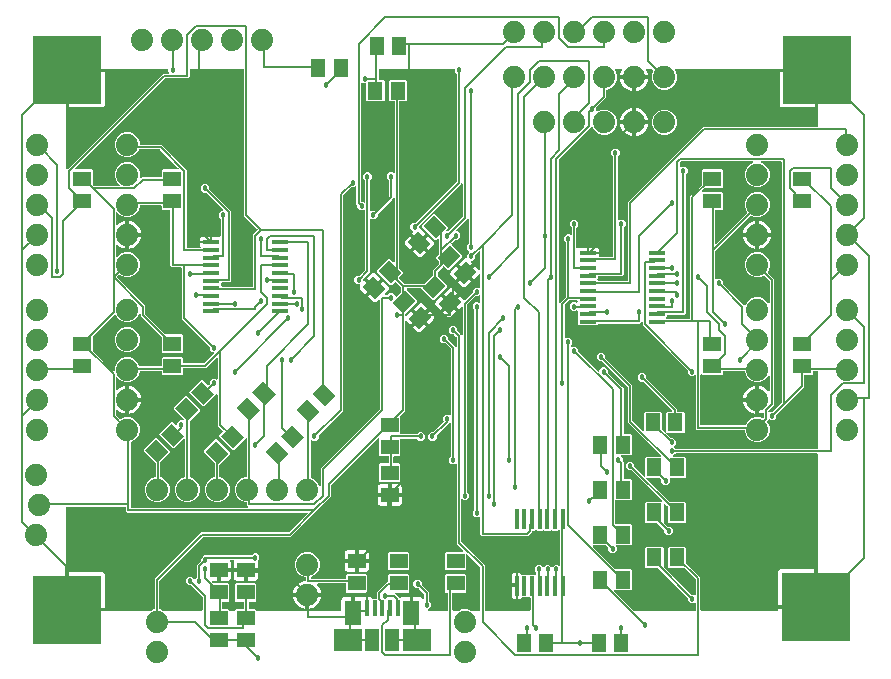
<source format=gbr>
G04 EAGLE Gerber RS-274X export*
G75*
%MOMM*%
%FSLAX34Y34*%
%LPD*%
%INBottom Copper*%
%IPPOS*%
%AMOC8*
5,1,8,0,0,1.08239X$1,22.5*%
G01*
%ADD10R,1.300000X1.500000*%
%ADD11C,1.879600*%
%ADD12R,1.473200X0.355600*%
%ADD13R,0.355600X1.676400*%
%ADD14R,1.500000X1.300000*%
%ADD15R,2.375000X1.900000*%
%ADD16R,1.175000X1.900000*%
%ADD17R,1.475000X2.100000*%
%ADD18R,0.450000X1.380000*%
%ADD19R,5.842000X5.842000*%
%ADD20C,0.127000*%
%ADD21C,0.457200*%
%ADD22C,0.525000*%

G36*
X582353Y50042D02*
X582353Y50042D01*
X582372Y50040D01*
X582474Y50062D01*
X582576Y50079D01*
X582593Y50088D01*
X582613Y50092D01*
X582702Y50145D01*
X582793Y50194D01*
X582807Y50208D01*
X582824Y50218D01*
X582891Y50297D01*
X582963Y50372D01*
X582971Y50390D01*
X582984Y50405D01*
X583023Y50501D01*
X583066Y50595D01*
X583068Y50615D01*
X583076Y50633D01*
X583094Y50800D01*
X583094Y56226D01*
X583083Y56297D01*
X583081Y56369D01*
X583063Y56418D01*
X583055Y56469D01*
X583021Y56533D01*
X582996Y56600D01*
X582964Y56641D01*
X582939Y56687D01*
X582887Y56736D01*
X582843Y56792D01*
X582799Y56820D01*
X582761Y56856D01*
X582696Y56886D01*
X582636Y56925D01*
X582585Y56938D01*
X582538Y56960D01*
X582467Y56968D01*
X582397Y56985D01*
X582345Y56981D01*
X582294Y56987D01*
X582223Y56971D01*
X582152Y56966D01*
X582104Y56946D01*
X582053Y56934D01*
X581992Y56898D01*
X581926Y56870D01*
X581870Y56825D01*
X581842Y56808D01*
X581827Y56791D01*
X581795Y56765D01*
X581473Y56443D01*
X578527Y56443D01*
X576443Y58527D01*
X576443Y60546D01*
X576429Y60636D01*
X576421Y60727D01*
X576409Y60757D01*
X576404Y60789D01*
X576361Y60870D01*
X576325Y60954D01*
X576299Y60986D01*
X576288Y61006D01*
X576265Y61029D01*
X576220Y61085D01*
X551049Y86256D01*
X550975Y86309D01*
X550905Y86369D01*
X550875Y86381D01*
X550849Y86400D01*
X550762Y86427D01*
X550677Y86461D01*
X550636Y86465D01*
X550614Y86472D01*
X550582Y86471D01*
X550510Y86479D01*
X541004Y86479D01*
X540259Y87224D01*
X540259Y103276D01*
X541004Y104021D01*
X555056Y104021D01*
X555801Y103276D01*
X555801Y87210D01*
X555815Y87120D01*
X555823Y87029D01*
X555835Y86999D01*
X555840Y86967D01*
X555883Y86886D01*
X555919Y86802D01*
X555945Y86770D01*
X555956Y86750D01*
X555979Y86727D01*
X556024Y86671D01*
X578915Y63780D01*
X578989Y63727D01*
X579059Y63667D01*
X579089Y63655D01*
X579115Y63636D01*
X579202Y63609D01*
X579287Y63575D01*
X579328Y63571D01*
X579350Y63564D01*
X579382Y63565D01*
X579454Y63557D01*
X581473Y63557D01*
X581795Y63235D01*
X581853Y63193D01*
X581905Y63144D01*
X581952Y63122D01*
X581994Y63092D01*
X582063Y63071D01*
X582128Y63040D01*
X582180Y63035D01*
X582230Y63019D01*
X582301Y63021D01*
X582372Y63013D01*
X582423Y63024D01*
X582475Y63026D01*
X582543Y63050D01*
X582613Y63066D01*
X582658Y63092D01*
X582706Y63110D01*
X582762Y63155D01*
X582824Y63192D01*
X582858Y63231D01*
X582898Y63264D01*
X582937Y63324D01*
X582984Y63379D01*
X583003Y63427D01*
X583031Y63471D01*
X583049Y63540D01*
X583076Y63607D01*
X583084Y63678D01*
X583092Y63709D01*
X583090Y63733D01*
X583094Y63774D01*
X583094Y76395D01*
X583080Y76485D01*
X583072Y76576D01*
X583060Y76606D01*
X583055Y76638D01*
X583012Y76719D01*
X582976Y76803D01*
X582950Y76835D01*
X582939Y76855D01*
X582916Y76878D01*
X582871Y76934D01*
X573549Y86256D01*
X573475Y86309D01*
X573405Y86369D01*
X573375Y86381D01*
X573349Y86400D01*
X573262Y86427D01*
X573177Y86461D01*
X573136Y86465D01*
X573114Y86472D01*
X573082Y86471D01*
X573010Y86479D01*
X560004Y86479D01*
X559259Y87224D01*
X559259Y103276D01*
X560004Y104021D01*
X574056Y104021D01*
X574801Y103276D01*
X574801Y90710D01*
X574815Y90620D01*
X574823Y90529D01*
X574835Y90499D01*
X574840Y90467D01*
X574883Y90386D01*
X574919Y90302D01*
X574945Y90270D01*
X574956Y90250D01*
X574979Y90227D01*
X575024Y90171D01*
X586906Y78289D01*
X586906Y50800D01*
X586909Y50780D01*
X586907Y50761D01*
X586929Y50659D01*
X586945Y50557D01*
X586955Y50540D01*
X586959Y50520D01*
X587012Y50431D01*
X587061Y50340D01*
X587075Y50326D01*
X587085Y50309D01*
X587164Y50242D01*
X587239Y50171D01*
X587257Y50162D01*
X587272Y50149D01*
X587368Y50110D01*
X587462Y50067D01*
X587482Y50065D01*
X587500Y50057D01*
X587667Y50039D01*
X652018Y50039D01*
X652038Y50042D01*
X652057Y50040D01*
X652159Y50062D01*
X652261Y50079D01*
X652278Y50088D01*
X652298Y50092D01*
X652387Y50145D01*
X652478Y50194D01*
X652492Y50208D01*
X652509Y50218D01*
X652576Y50297D01*
X652648Y50372D01*
X652656Y50390D01*
X652669Y50405D01*
X652708Y50501D01*
X652751Y50595D01*
X652753Y50615D01*
X652761Y50633D01*
X652779Y50800D01*
X652779Y51817D01*
X683768Y51817D01*
X683788Y51820D01*
X683807Y51818D01*
X683909Y51840D01*
X684011Y51857D01*
X684028Y51866D01*
X684048Y51870D01*
X684137Y51923D01*
X684228Y51972D01*
X684242Y51986D01*
X684259Y51996D01*
X684326Y52075D01*
X684397Y52150D01*
X684406Y52168D01*
X684419Y52183D01*
X684457Y52279D01*
X684501Y52373D01*
X684503Y52393D01*
X684511Y52411D01*
X684529Y52578D01*
X684529Y53341D01*
X685292Y53341D01*
X685312Y53344D01*
X685331Y53342D01*
X685433Y53364D01*
X685535Y53381D01*
X685552Y53390D01*
X685572Y53394D01*
X685661Y53447D01*
X685752Y53496D01*
X685766Y53510D01*
X685783Y53520D01*
X685850Y53599D01*
X685921Y53674D01*
X685930Y53692D01*
X685943Y53707D01*
X685982Y53803D01*
X686025Y53897D01*
X686027Y53917D01*
X686035Y53935D01*
X686053Y54102D01*
X686053Y85136D01*
X686060Y85140D01*
X686080Y85144D01*
X686169Y85197D01*
X686260Y85246D01*
X686274Y85260D01*
X686291Y85270D01*
X686358Y85349D01*
X686430Y85424D01*
X686438Y85442D01*
X686451Y85457D01*
X686490Y85553D01*
X686533Y85647D01*
X686535Y85667D01*
X686543Y85685D01*
X686561Y85852D01*
X686561Y182333D01*
X686558Y182353D01*
X686560Y182372D01*
X686538Y182474D01*
X686522Y182576D01*
X686512Y182593D01*
X686508Y182613D01*
X686455Y182702D01*
X686406Y182793D01*
X686392Y182807D01*
X686382Y182824D01*
X686303Y182891D01*
X686228Y182963D01*
X686210Y182971D01*
X686195Y182984D01*
X686099Y183023D01*
X686005Y183066D01*
X685985Y183068D01*
X685967Y183076D01*
X685800Y183094D01*
X565940Y183094D01*
X565849Y183080D01*
X565759Y183072D01*
X565729Y183060D01*
X565697Y183055D01*
X565616Y183012D01*
X565532Y182976D01*
X565500Y182950D01*
X565479Y182939D01*
X565457Y182916D01*
X565401Y182871D01*
X564050Y181520D01*
X564008Y181462D01*
X563959Y181410D01*
X563937Y181363D01*
X563907Y181321D01*
X563886Y181252D01*
X563855Y181187D01*
X563850Y181135D01*
X563834Y181085D01*
X563836Y181014D01*
X563828Y180943D01*
X563839Y180892D01*
X563841Y180840D01*
X563865Y180772D01*
X563881Y180702D01*
X563907Y180657D01*
X563925Y180609D01*
X563970Y180553D01*
X564007Y180491D01*
X564046Y180457D01*
X564079Y180417D01*
X564139Y180378D01*
X564194Y180331D01*
X564242Y180312D01*
X564286Y180284D01*
X564355Y180266D01*
X564422Y180239D01*
X564493Y180231D01*
X564524Y180223D01*
X564548Y180225D01*
X564589Y180221D01*
X574056Y180221D01*
X574801Y179476D01*
X574801Y163424D01*
X574056Y162679D01*
X561689Y162679D01*
X561618Y162668D01*
X561546Y162666D01*
X561497Y162648D01*
X561446Y162640D01*
X561382Y162606D01*
X561315Y162581D01*
X561274Y162549D01*
X561228Y162524D01*
X561179Y162473D01*
X561123Y162428D01*
X561095Y162384D01*
X561059Y162346D01*
X561029Y162281D01*
X560990Y162221D01*
X560977Y162170D01*
X560955Y162123D01*
X560947Y162052D01*
X560930Y161982D01*
X560934Y161930D01*
X560928Y161879D01*
X560944Y161808D01*
X560949Y161737D01*
X560969Y161689D01*
X560981Y161638D01*
X561017Y161577D01*
X561045Y161511D01*
X561057Y161497D01*
X561057Y158527D01*
X558973Y156443D01*
X556027Y156443D01*
X553943Y158527D01*
X553943Y160546D01*
X553929Y160636D01*
X553921Y160727D01*
X553909Y160757D01*
X553904Y160789D01*
X553861Y160870D01*
X553825Y160954D01*
X553799Y160986D01*
X553788Y161006D01*
X553765Y161029D01*
X553720Y161085D01*
X552349Y162456D01*
X552275Y162509D01*
X552205Y162569D01*
X552175Y162581D01*
X552149Y162600D01*
X552062Y162627D01*
X551977Y162661D01*
X551936Y162665D01*
X551914Y162672D01*
X551882Y162671D01*
X551810Y162679D01*
X541854Y162679D01*
X541783Y162668D01*
X541711Y162666D01*
X541662Y162648D01*
X541611Y162640D01*
X541548Y162606D01*
X541480Y162581D01*
X541440Y162549D01*
X541394Y162524D01*
X541344Y162472D01*
X541288Y162428D01*
X541260Y162384D01*
X541224Y162346D01*
X541194Y162281D01*
X541155Y162221D01*
X541142Y162170D01*
X541121Y162123D01*
X541113Y162052D01*
X541095Y161982D01*
X541099Y161930D01*
X541093Y161879D01*
X541109Y161808D01*
X541114Y161737D01*
X541135Y161689D01*
X541146Y161638D01*
X541183Y161577D01*
X541211Y161511D01*
X541255Y161455D01*
X541272Y161427D01*
X541290Y161412D01*
X541315Y161380D01*
X560351Y142344D01*
X560425Y142291D01*
X560495Y142231D01*
X560525Y142219D01*
X560551Y142200D01*
X560638Y142173D01*
X560723Y142139D01*
X560764Y142135D01*
X560786Y142128D01*
X560818Y142129D01*
X560890Y142121D01*
X574056Y142121D01*
X574801Y141376D01*
X574801Y125324D01*
X574056Y124579D01*
X560004Y124579D01*
X559259Y125324D01*
X559259Y137730D01*
X559245Y137820D01*
X559237Y137911D01*
X559225Y137941D01*
X559220Y137973D01*
X559177Y138054D01*
X559141Y138138D01*
X559115Y138170D01*
X559104Y138190D01*
X559081Y138213D01*
X559036Y138269D01*
X557100Y140205D01*
X557042Y140246D01*
X556990Y140296D01*
X556943Y140318D01*
X556901Y140348D01*
X556832Y140369D01*
X556767Y140399D01*
X556715Y140405D01*
X556665Y140421D01*
X556594Y140419D01*
X556523Y140427D01*
X556472Y140416D01*
X556420Y140414D01*
X556352Y140390D01*
X556282Y140374D01*
X556237Y140348D01*
X556189Y140330D01*
X556133Y140285D01*
X556071Y140248D01*
X556037Y140209D01*
X555997Y140176D01*
X555958Y140116D01*
X555911Y140061D01*
X555892Y140013D01*
X555864Y139969D01*
X555846Y139900D01*
X555819Y139833D01*
X555811Y139762D01*
X555803Y139731D01*
X555805Y139707D01*
X555801Y139666D01*
X555801Y125296D01*
X555791Y125281D01*
X555731Y125198D01*
X555725Y125179D01*
X555714Y125162D01*
X555689Y125061D01*
X555658Y124963D01*
X555659Y124943D01*
X555654Y124923D01*
X555662Y124820D01*
X555665Y124717D01*
X555672Y124698D01*
X555673Y124678D01*
X555714Y124583D01*
X555749Y124486D01*
X555762Y124470D01*
X555770Y124452D01*
X555874Y124321D01*
X558915Y121280D01*
X558989Y121227D01*
X559059Y121167D01*
X559089Y121155D01*
X559115Y121136D01*
X559202Y121109D01*
X559287Y121075D01*
X559328Y121071D01*
X559350Y121064D01*
X559382Y121065D01*
X559454Y121057D01*
X561473Y121057D01*
X563557Y118973D01*
X563557Y116027D01*
X561473Y113943D01*
X558527Y113943D01*
X556443Y116027D01*
X556443Y118046D01*
X556429Y118136D01*
X556421Y118227D01*
X556409Y118257D01*
X556404Y118289D01*
X556361Y118370D01*
X556325Y118454D01*
X556299Y118486D01*
X556288Y118506D01*
X556265Y118529D01*
X556220Y118585D01*
X550449Y124356D01*
X550375Y124409D01*
X550305Y124469D01*
X550275Y124481D01*
X550249Y124500D01*
X550162Y124527D01*
X550077Y124561D01*
X550036Y124565D01*
X550014Y124572D01*
X549982Y124571D01*
X549910Y124579D01*
X541004Y124579D01*
X540259Y125324D01*
X540259Y141376D01*
X541004Y142121D01*
X553346Y142121D01*
X553417Y142132D01*
X553489Y142134D01*
X553538Y142152D01*
X553589Y142160D01*
X553652Y142194D01*
X553720Y142219D01*
X553760Y142251D01*
X553806Y142276D01*
X553856Y142328D01*
X553912Y142372D01*
X553940Y142416D01*
X553976Y142454D01*
X554006Y142519D01*
X554045Y142579D01*
X554058Y142630D01*
X554079Y142677D01*
X554087Y142748D01*
X554105Y142818D01*
X554101Y142870D01*
X554107Y142921D01*
X554091Y142992D01*
X554086Y143063D01*
X554065Y143111D01*
X554054Y143162D01*
X554017Y143223D01*
X553989Y143289D01*
X553945Y143345D01*
X553928Y143373D01*
X553910Y143388D01*
X553885Y143420D01*
X528585Y168720D01*
X528511Y168773D01*
X528441Y168833D01*
X528411Y168845D01*
X528385Y168864D01*
X528298Y168891D01*
X528213Y168925D01*
X528172Y168929D01*
X528150Y168936D01*
X528118Y168935D01*
X528046Y168943D01*
X526027Y168943D01*
X523943Y171027D01*
X523943Y173973D01*
X526027Y176057D01*
X528973Y176057D01*
X531057Y173973D01*
X531057Y171954D01*
X531071Y171864D01*
X531079Y171773D01*
X531091Y171743D01*
X531096Y171711D01*
X531139Y171630D01*
X531175Y171546D01*
X531201Y171514D01*
X531212Y171494D01*
X531235Y171471D01*
X531280Y171415D01*
X538960Y163735D01*
X539018Y163694D01*
X539070Y163644D01*
X539117Y163622D01*
X539159Y163592D01*
X539228Y163571D01*
X539293Y163541D01*
X539345Y163535D01*
X539395Y163519D01*
X539466Y163521D01*
X539537Y163513D01*
X539588Y163524D01*
X539640Y163526D01*
X539708Y163550D01*
X539778Y163566D01*
X539823Y163592D01*
X539871Y163610D01*
X539927Y163655D01*
X539989Y163692D01*
X540023Y163731D01*
X540063Y163764D01*
X540102Y163824D01*
X540149Y163879D01*
X540168Y163927D01*
X540196Y163971D01*
X540214Y164040D01*
X540241Y164107D01*
X540249Y164178D01*
X540257Y164209D01*
X540255Y164233D01*
X540259Y164274D01*
X540259Y179476D01*
X541004Y180221D01*
X552746Y180221D01*
X552817Y180232D01*
X552889Y180234D01*
X552938Y180252D01*
X552989Y180260D01*
X553052Y180294D01*
X553120Y180319D01*
X553160Y180351D01*
X553206Y180376D01*
X553256Y180428D01*
X553312Y180472D01*
X553340Y180516D01*
X553376Y180554D01*
X553406Y180619D01*
X553445Y180679D01*
X553458Y180730D01*
X553479Y180777D01*
X553487Y180848D01*
X553505Y180918D01*
X553501Y180970D01*
X553507Y181021D01*
X553491Y181092D01*
X553486Y181163D01*
X553465Y181211D01*
X553454Y181262D01*
X553417Y181323D01*
X553389Y181389D01*
X553345Y181445D01*
X553328Y181473D01*
X553310Y181488D01*
X553285Y181520D01*
X525594Y209211D01*
X525594Y238895D01*
X525580Y238985D01*
X525572Y239076D01*
X525560Y239106D01*
X525555Y239138D01*
X525512Y239219D01*
X525476Y239303D01*
X525450Y239335D01*
X525439Y239355D01*
X525416Y239378D01*
X525371Y239434D01*
X503585Y261220D01*
X503511Y261273D01*
X503441Y261333D01*
X503411Y261345D01*
X503385Y261364D01*
X503298Y261391D01*
X503213Y261425D01*
X503172Y261429D01*
X503150Y261436D01*
X503118Y261435D01*
X503046Y261443D01*
X501027Y261443D01*
X498943Y263527D01*
X498943Y266473D01*
X501027Y268557D01*
X503973Y268557D01*
X506057Y266473D01*
X506057Y264454D01*
X506071Y264364D01*
X506079Y264273D01*
X506091Y264243D01*
X506096Y264211D01*
X506139Y264130D01*
X506175Y264046D01*
X506201Y264014D01*
X506212Y263994D01*
X506235Y263971D01*
X506280Y263915D01*
X528066Y242129D01*
X529406Y240789D01*
X529406Y211105D01*
X529420Y211015D01*
X529428Y210924D01*
X529440Y210894D01*
X529445Y210862D01*
X529488Y210781D01*
X529524Y210697D01*
X529550Y210665D01*
X529561Y210645D01*
X529584Y210622D01*
X529629Y210566D01*
X537690Y202505D01*
X537748Y202464D01*
X537800Y202414D01*
X537820Y202405D01*
X537827Y202399D01*
X537851Y202389D01*
X537889Y202362D01*
X537958Y202341D01*
X538023Y202311D01*
X538075Y202305D01*
X538125Y202289D01*
X538196Y202291D01*
X538267Y202283D01*
X538318Y202294D01*
X538370Y202296D01*
X538438Y202320D01*
X538508Y202336D01*
X538553Y202362D01*
X538601Y202380D01*
X538657Y202425D01*
X538719Y202462D01*
X538753Y202501D01*
X538793Y202534D01*
X538832Y202594D01*
X538841Y202605D01*
X538858Y202622D01*
X538859Y202626D01*
X538879Y202649D01*
X538898Y202697D01*
X538926Y202741D01*
X538943Y202805D01*
X538961Y202845D01*
X538962Y202856D01*
X538971Y202877D01*
X538979Y202948D01*
X538987Y202979D01*
X538985Y203003D01*
X538989Y203044D01*
X538989Y217576D01*
X539734Y218321D01*
X553786Y218321D01*
X554531Y217576D01*
X554531Y203480D01*
X554545Y203390D01*
X554553Y203299D01*
X554565Y203269D01*
X554570Y203237D01*
X554613Y203156D01*
X554649Y203072D01*
X554675Y203040D01*
X554686Y203020D01*
X554709Y202997D01*
X554754Y202941D01*
X556690Y201005D01*
X556748Y200964D01*
X556800Y200914D01*
X556847Y200892D01*
X556889Y200862D01*
X556958Y200841D01*
X557023Y200811D01*
X557075Y200805D01*
X557125Y200789D01*
X557196Y200791D01*
X557267Y200783D01*
X557318Y200794D01*
X557370Y200796D01*
X557438Y200820D01*
X557508Y200836D01*
X557553Y200862D01*
X557601Y200880D01*
X557657Y200925D01*
X557719Y200962D01*
X557753Y201001D01*
X557793Y201034D01*
X557832Y201094D01*
X557879Y201149D01*
X557898Y201197D01*
X557926Y201241D01*
X557944Y201310D01*
X557971Y201377D01*
X557979Y201448D01*
X557987Y201479D01*
X557985Y201503D01*
X557989Y201544D01*
X557989Y217576D01*
X558734Y218321D01*
X562146Y218321D01*
X562217Y218332D01*
X562289Y218334D01*
X562338Y218352D01*
X562389Y218360D01*
X562452Y218394D01*
X562520Y218419D01*
X562560Y218451D01*
X562606Y218476D01*
X562656Y218528D01*
X562712Y218572D01*
X562740Y218616D01*
X562776Y218654D01*
X562806Y218719D01*
X562845Y218779D01*
X562858Y218830D01*
X562879Y218877D01*
X562887Y218948D01*
X562905Y219018D01*
X562901Y219070D01*
X562907Y219121D01*
X562891Y219192D01*
X562886Y219263D01*
X562865Y219311D01*
X562854Y219362D01*
X562817Y219423D01*
X562789Y219489D01*
X562745Y219545D01*
X562728Y219573D01*
X562710Y219588D01*
X562685Y219620D01*
X538585Y243720D01*
X538511Y243773D01*
X538441Y243833D01*
X538411Y243845D01*
X538385Y243864D01*
X538298Y243891D01*
X538213Y243925D01*
X538172Y243929D01*
X538150Y243936D01*
X538118Y243935D01*
X538046Y243943D01*
X536027Y243943D01*
X533943Y246027D01*
X533943Y248973D01*
X536027Y251057D01*
X538973Y251057D01*
X541057Y248973D01*
X541057Y246954D01*
X541071Y246864D01*
X541079Y246773D01*
X541091Y246743D01*
X541096Y246711D01*
X541139Y246630D01*
X541175Y246546D01*
X541201Y246514D01*
X541212Y246494D01*
X541235Y246471D01*
X541280Y246415D01*
X566906Y220789D01*
X566906Y219082D01*
X566909Y219062D01*
X566907Y219043D01*
X566929Y218941D01*
X566945Y218839D01*
X566955Y218822D01*
X566959Y218802D01*
X567012Y218713D01*
X567061Y218622D01*
X567075Y218608D01*
X567085Y218591D01*
X567164Y218524D01*
X567239Y218452D01*
X567257Y218444D01*
X567272Y218431D01*
X567368Y218392D01*
X567462Y218349D01*
X567482Y218347D01*
X567500Y218339D01*
X567667Y218321D01*
X572786Y218321D01*
X573531Y217576D01*
X573531Y201524D01*
X572786Y200779D01*
X558754Y200779D01*
X558683Y200768D01*
X558611Y200766D01*
X558562Y200748D01*
X558511Y200740D01*
X558448Y200706D01*
X558380Y200681D01*
X558340Y200649D01*
X558294Y200624D01*
X558244Y200572D01*
X558188Y200528D01*
X558160Y200484D01*
X558124Y200446D01*
X558094Y200381D01*
X558055Y200321D01*
X558042Y200270D01*
X558021Y200223D01*
X558013Y200152D01*
X557995Y200082D01*
X557999Y200030D01*
X557993Y199979D01*
X558009Y199908D01*
X558014Y199837D01*
X558035Y199789D01*
X558046Y199738D01*
X558082Y199677D01*
X558111Y199611D01*
X558155Y199555D01*
X558172Y199527D01*
X558183Y199518D01*
X558185Y199514D01*
X558194Y199506D01*
X558215Y199480D01*
X561415Y196280D01*
X561489Y196227D01*
X561559Y196167D01*
X561589Y196155D01*
X561615Y196136D01*
X561702Y196109D01*
X561787Y196075D01*
X561828Y196071D01*
X561850Y196064D01*
X561882Y196065D01*
X561954Y196057D01*
X563973Y196057D01*
X566057Y193973D01*
X566057Y191027D01*
X564318Y189288D01*
X564307Y189272D01*
X564291Y189260D01*
X564235Y189172D01*
X564175Y189089D01*
X564169Y189070D01*
X564158Y189053D01*
X564133Y188952D01*
X564102Y188853D01*
X564103Y188834D01*
X564098Y188814D01*
X564106Y188711D01*
X564109Y188608D01*
X564116Y188589D01*
X564117Y188569D01*
X564158Y188474D01*
X564193Y188377D01*
X564206Y188361D01*
X564213Y188343D01*
X564318Y188212D01*
X565401Y187129D01*
X565475Y187076D01*
X565545Y187016D01*
X565575Y187004D01*
X565601Y186985D01*
X565688Y186958D01*
X565773Y186924D01*
X565814Y186920D01*
X565836Y186913D01*
X565868Y186914D01*
X565940Y186906D01*
X685800Y186906D01*
X685820Y186909D01*
X685839Y186907D01*
X685941Y186929D01*
X686043Y186945D01*
X686060Y186955D01*
X686080Y186959D01*
X686169Y187012D01*
X686260Y187061D01*
X686274Y187075D01*
X686291Y187085D01*
X686358Y187164D01*
X686430Y187239D01*
X686438Y187257D01*
X686451Y187272D01*
X686490Y187368D01*
X686533Y187462D01*
X686535Y187482D01*
X686543Y187500D01*
X686561Y187667D01*
X686561Y252333D01*
X686558Y252353D01*
X686560Y252372D01*
X686538Y252474D01*
X686522Y252576D01*
X686512Y252593D01*
X686508Y252613D01*
X686455Y252701D01*
X686406Y252793D01*
X686392Y252807D01*
X686382Y252824D01*
X686303Y252891D01*
X686228Y252963D01*
X686210Y252971D01*
X686195Y252984D01*
X686099Y253023D01*
X686005Y253066D01*
X685985Y253068D01*
X685967Y253076D01*
X685800Y253094D01*
X682632Y253094D01*
X682612Y253091D01*
X682593Y253093D01*
X682491Y253071D01*
X682389Y253055D01*
X682372Y253045D01*
X682352Y253041D01*
X682263Y252988D01*
X682172Y252939D01*
X682158Y252925D01*
X682141Y252915D01*
X682074Y252836D01*
X682002Y252761D01*
X681994Y252743D01*
X681981Y252728D01*
X681942Y252632D01*
X681899Y252538D01*
X681897Y252518D01*
X681889Y252500D01*
X681871Y252333D01*
X681871Y250174D01*
X681126Y249429D01*
X675167Y249429D01*
X675147Y249426D01*
X675128Y249428D01*
X675026Y249406D01*
X674924Y249390D01*
X674907Y249380D01*
X674887Y249376D01*
X674798Y249323D01*
X674707Y249274D01*
X674693Y249260D01*
X674676Y249250D01*
X674609Y249171D01*
X674537Y249096D01*
X674529Y249078D01*
X674516Y249063D01*
X674477Y248967D01*
X674434Y248873D01*
X674432Y248853D01*
X674424Y248835D01*
X674406Y248668D01*
X674406Y239211D01*
X651280Y216085D01*
X651227Y216011D01*
X651167Y215941D01*
X651155Y215911D01*
X651136Y215885D01*
X651109Y215798D01*
X651075Y215713D01*
X651071Y215672D01*
X651064Y215650D01*
X651065Y215618D01*
X651057Y215546D01*
X651057Y213527D01*
X648973Y211443D01*
X646027Y211443D01*
X645621Y211849D01*
X645605Y211861D01*
X645592Y211876D01*
X645505Y211932D01*
X645421Y211993D01*
X645402Y211999D01*
X645385Y212009D01*
X645285Y212035D01*
X645186Y212065D01*
X645166Y212065D01*
X645147Y212069D01*
X645044Y212061D01*
X644940Y212059D01*
X644922Y212052D01*
X644902Y212050D01*
X644806Y212010D01*
X644709Y211974D01*
X644694Y211962D01*
X644675Y211954D01*
X644544Y211849D01*
X643530Y210835D01*
X643518Y210819D01*
X643503Y210806D01*
X643447Y210719D01*
X643386Y210635D01*
X643380Y210616D01*
X643370Y210599D01*
X643344Y210499D01*
X643314Y210400D01*
X643314Y210380D01*
X643310Y210361D01*
X643318Y210258D01*
X643320Y210154D01*
X643327Y210135D01*
X643329Y210115D01*
X643369Y210020D01*
X643405Y209923D01*
X643417Y209907D01*
X643425Y209889D01*
X643530Y209758D01*
X644045Y209243D01*
X645669Y205322D01*
X645669Y201078D01*
X644045Y197157D01*
X641043Y194155D01*
X637122Y192531D01*
X632878Y192531D01*
X628957Y194155D01*
X625955Y197157D01*
X624331Y201078D01*
X624331Y202333D01*
X624328Y202353D01*
X624330Y202372D01*
X624308Y202474D01*
X624292Y202576D01*
X624282Y202593D01*
X624278Y202613D01*
X624225Y202702D01*
X624176Y202793D01*
X624162Y202807D01*
X624152Y202824D01*
X624073Y202891D01*
X623998Y202963D01*
X623980Y202971D01*
X623965Y202984D01*
X623869Y203023D01*
X623775Y203066D01*
X623755Y203068D01*
X623737Y203076D01*
X623570Y203094D01*
X584211Y203094D01*
X583094Y204211D01*
X583094Y248726D01*
X583091Y248746D01*
X583093Y248764D01*
X583082Y248815D01*
X583081Y248869D01*
X583063Y248918D01*
X583055Y248969D01*
X583045Y248988D01*
X583041Y249005D01*
X583016Y249047D01*
X582996Y249100D01*
X582964Y249141D01*
X582939Y249187D01*
X582923Y249202D01*
X582915Y249216D01*
X582879Y249247D01*
X582843Y249292D01*
X582799Y249320D01*
X582761Y249356D01*
X582739Y249366D01*
X582728Y249376D01*
X582686Y249393D01*
X582636Y249425D01*
X582585Y249438D01*
X582538Y249460D01*
X582513Y249462D01*
X582500Y249468D01*
X582439Y249475D01*
X582397Y249485D01*
X582366Y249483D01*
X582333Y249486D01*
X582332Y249486D01*
X582318Y249484D01*
X582294Y249487D01*
X582223Y249471D01*
X582152Y249466D01*
X582118Y249451D01*
X582089Y249447D01*
X582075Y249439D01*
X582053Y249434D01*
X581992Y249398D01*
X581926Y249370D01*
X581891Y249342D01*
X581871Y249331D01*
X581859Y249318D01*
X581842Y249308D01*
X581827Y249291D01*
X581795Y249265D01*
X581473Y248943D01*
X578527Y248943D01*
X576443Y251027D01*
X576443Y253046D01*
X576429Y253136D01*
X576421Y253227D01*
X576409Y253257D01*
X576404Y253289D01*
X576361Y253370D01*
X576325Y253454D01*
X576299Y253486D01*
X576288Y253506D01*
X576265Y253529D01*
X576220Y253585D01*
X538094Y291711D01*
X538094Y293561D01*
X538083Y293632D01*
X538081Y293704D01*
X538063Y293753D01*
X538055Y293804D01*
X538021Y293867D01*
X537996Y293935D01*
X537964Y293975D01*
X537939Y294021D01*
X537887Y294071D01*
X537843Y294127D01*
X537799Y294155D01*
X537761Y294191D01*
X537696Y294221D01*
X537636Y294260D01*
X537585Y294273D01*
X537538Y294294D01*
X537467Y294302D01*
X537397Y294320D01*
X537345Y294316D01*
X537294Y294322D01*
X537223Y294306D01*
X537152Y294301D01*
X537104Y294280D01*
X537053Y294269D01*
X536992Y294233D01*
X536926Y294204D01*
X536870Y294160D01*
X536842Y294143D01*
X536827Y294125D01*
X536795Y294100D01*
X535789Y293094D01*
X500888Y293094D01*
X500868Y293091D01*
X500849Y293093D01*
X500747Y293071D01*
X500645Y293055D01*
X500628Y293045D01*
X500608Y293041D01*
X500519Y292988D01*
X500428Y292939D01*
X500414Y292925D01*
X500397Y292915D01*
X500330Y292836D01*
X500258Y292761D01*
X500250Y292743D01*
X500237Y292728D01*
X500198Y292632D01*
X500155Y292538D01*
X500153Y292518D01*
X500145Y292500D01*
X500127Y292333D01*
X500127Y292296D01*
X499382Y291551D01*
X483598Y291551D01*
X482853Y292296D01*
X482853Y296904D01*
X483261Y297312D01*
X483272Y297328D01*
X483288Y297340D01*
X483344Y297427D01*
X483404Y297511D01*
X483410Y297530D01*
X483421Y297547D01*
X483446Y297648D01*
X483477Y297747D01*
X483476Y297766D01*
X483481Y297786D01*
X483473Y297889D01*
X483470Y297992D01*
X483463Y298011D01*
X483462Y298031D01*
X483421Y298126D01*
X483386Y298223D01*
X483373Y298239D01*
X483365Y298257D01*
X483261Y298388D01*
X482853Y298796D01*
X482853Y303485D01*
X482842Y303556D01*
X482840Y303628D01*
X482822Y303677D01*
X482814Y303728D01*
X482780Y303792D01*
X482755Y303859D01*
X482723Y303900D01*
X482698Y303946D01*
X482647Y303995D01*
X482602Y304051D01*
X482558Y304079D01*
X482520Y304115D01*
X482455Y304145D01*
X482395Y304184D01*
X482344Y304197D01*
X482297Y304219D01*
X482226Y304227D01*
X482156Y304244D01*
X482104Y304240D01*
X482053Y304246D01*
X481982Y304230D01*
X481911Y304225D01*
X481863Y304205D01*
X481812Y304193D01*
X481751Y304157D01*
X481685Y304129D01*
X481629Y304084D01*
X481601Y304067D01*
X481586Y304049D01*
X481554Y304024D01*
X481473Y303943D01*
X478527Y303943D01*
X476443Y306027D01*
X476443Y308973D01*
X478527Y311057D01*
X481473Y311057D01*
X481554Y310976D01*
X481612Y310934D01*
X481664Y310885D01*
X481711Y310863D01*
X481753Y310833D01*
X481822Y310812D01*
X481887Y310781D01*
X481939Y310776D01*
X481989Y310760D01*
X482060Y310762D01*
X482131Y310754D01*
X482182Y310765D01*
X482234Y310767D01*
X482302Y310791D01*
X482372Y310807D01*
X482417Y310833D01*
X482465Y310851D01*
X482521Y310896D01*
X482583Y310933D01*
X482617Y310972D01*
X482657Y311005D01*
X482696Y311065D01*
X482743Y311120D01*
X482762Y311168D01*
X482790Y311212D01*
X482808Y311281D01*
X482835Y311348D01*
X482843Y311419D01*
X482851Y311450D01*
X482849Y311474D01*
X482853Y311515D01*
X482853Y312333D01*
X482850Y312353D01*
X482852Y312372D01*
X482830Y312474D01*
X482814Y312576D01*
X482804Y312593D01*
X482800Y312613D01*
X482747Y312702D01*
X482698Y312793D01*
X482684Y312807D01*
X482674Y312824D01*
X482595Y312891D01*
X482520Y312963D01*
X482502Y312971D01*
X482487Y312984D01*
X482391Y313023D01*
X482297Y313066D01*
X482277Y313068D01*
X482259Y313076D01*
X482092Y313094D01*
X476105Y313094D01*
X476015Y313080D01*
X475924Y313072D01*
X475894Y313060D01*
X475862Y313055D01*
X475781Y313012D01*
X475697Y312976D01*
X475665Y312950D01*
X475645Y312939D01*
X475622Y312916D01*
X475566Y312871D01*
X472129Y309434D01*
X472076Y309360D01*
X472016Y309290D01*
X472004Y309260D01*
X471985Y309234D01*
X471958Y309147D01*
X471924Y309062D01*
X471920Y309021D01*
X471913Y308999D01*
X471914Y308967D01*
X471906Y308895D01*
X471906Y281274D01*
X471917Y281203D01*
X471919Y281131D01*
X471937Y281082D01*
X471945Y281031D01*
X471979Y280967D01*
X472004Y280900D01*
X472036Y280859D01*
X472061Y280813D01*
X472113Y280764D01*
X472157Y280708D01*
X472201Y280680D01*
X472239Y280644D01*
X472304Y280614D01*
X472364Y280575D01*
X472415Y280562D01*
X472462Y280540D01*
X472533Y280532D01*
X472603Y280515D01*
X472655Y280519D01*
X472706Y280513D01*
X472777Y280529D01*
X472848Y280534D01*
X472896Y280554D01*
X472947Y280566D01*
X473008Y280602D01*
X473074Y280630D01*
X473130Y280675D01*
X473158Y280692D01*
X473173Y280709D01*
X473205Y280735D01*
X473527Y281057D01*
X476473Y281057D01*
X478557Y278973D01*
X478557Y276027D01*
X477129Y274599D01*
X477076Y274525D01*
X477016Y274455D01*
X477004Y274425D01*
X476985Y274399D01*
X476958Y274312D01*
X476924Y274227D01*
X476920Y274186D01*
X476913Y274164D01*
X476914Y274132D01*
X476906Y274060D01*
X476906Y273774D01*
X476917Y273703D01*
X476919Y273631D01*
X476937Y273582D01*
X476945Y273531D01*
X476979Y273467D01*
X477004Y273400D01*
X477036Y273359D01*
X477061Y273313D01*
X477113Y273264D01*
X477157Y273208D01*
X477201Y273180D01*
X477239Y273144D01*
X477304Y273114D01*
X477364Y273075D01*
X477415Y273062D01*
X477462Y273040D01*
X477533Y273032D01*
X477603Y273015D01*
X477655Y273019D01*
X477706Y273013D01*
X477777Y273029D01*
X477848Y273034D01*
X477896Y273054D01*
X477947Y273066D01*
X478008Y273102D01*
X478074Y273130D01*
X478130Y273175D01*
X478158Y273192D01*
X478173Y273209D01*
X478205Y273235D01*
X478527Y273557D01*
X481473Y273557D01*
X483557Y271473D01*
X483557Y269454D01*
X483571Y269364D01*
X483579Y269273D01*
X483591Y269243D01*
X483596Y269211D01*
X483639Y269130D01*
X483675Y269046D01*
X483701Y269014D01*
X483712Y268994D01*
X483735Y268971D01*
X483780Y268915D01*
X500144Y252551D01*
X500202Y252510D01*
X500254Y252460D01*
X500301Y252438D01*
X500343Y252408D01*
X500412Y252387D01*
X500477Y252357D01*
X500529Y252351D01*
X500579Y252335D01*
X500650Y252337D01*
X500721Y252329D01*
X500772Y252340D01*
X500824Y252342D01*
X500892Y252366D01*
X500962Y252382D01*
X501007Y252408D01*
X501055Y252426D01*
X501111Y252471D01*
X501173Y252508D01*
X501207Y252547D01*
X501247Y252580D01*
X501286Y252640D01*
X501333Y252695D01*
X501352Y252743D01*
X501380Y252787D01*
X501398Y252856D01*
X501425Y252923D01*
X501433Y252994D01*
X501441Y253025D01*
X501439Y253049D01*
X501443Y253090D01*
X501443Y253973D01*
X503527Y256057D01*
X506473Y256057D01*
X508557Y253973D01*
X508557Y251954D01*
X508571Y251864D01*
X508579Y251773D01*
X508591Y251743D01*
X508596Y251711D01*
X508639Y251630D01*
X508675Y251546D01*
X508701Y251514D01*
X508712Y251494D01*
X508735Y251471D01*
X508780Y251415D01*
X520566Y239629D01*
X521906Y238289D01*
X521906Y200032D01*
X521909Y200012D01*
X521907Y199993D01*
X521929Y199891D01*
X521945Y199789D01*
X521955Y199772D01*
X521959Y199752D01*
X522012Y199663D01*
X522061Y199572D01*
X522075Y199558D01*
X522085Y199541D01*
X522164Y199474D01*
X522239Y199402D01*
X522257Y199394D01*
X522272Y199381D01*
X522368Y199342D01*
X522462Y199299D01*
X522482Y199297D01*
X522500Y199289D01*
X522667Y199271D01*
X528336Y199271D01*
X529081Y198526D01*
X529081Y182474D01*
X528336Y181729D01*
X520139Y181729D01*
X520068Y181718D01*
X519996Y181716D01*
X519947Y181698D01*
X519896Y181690D01*
X519832Y181656D01*
X519765Y181631D01*
X519724Y181599D01*
X519678Y181574D01*
X519629Y181522D01*
X519573Y181478D01*
X519545Y181434D01*
X519509Y181396D01*
X519479Y181331D01*
X519440Y181271D01*
X519427Y181220D01*
X519405Y181173D01*
X519397Y181102D01*
X519380Y181032D01*
X519384Y180980D01*
X519378Y180929D01*
X519394Y180858D01*
X519399Y180787D01*
X519419Y180739D01*
X519431Y180688D01*
X519467Y180627D01*
X519495Y180561D01*
X519540Y180505D01*
X519557Y180477D01*
X519575Y180462D01*
X519600Y180430D01*
X521057Y178973D01*
X521057Y176954D01*
X521071Y176864D01*
X521079Y176773D01*
X521091Y176743D01*
X521096Y176711D01*
X521139Y176630D01*
X521175Y176546D01*
X521201Y176514D01*
X521212Y176494D01*
X521235Y176471D01*
X521280Y176415D01*
X521906Y175789D01*
X521906Y161932D01*
X521908Y161917D01*
X521907Y161903D01*
X521908Y161899D01*
X521907Y161893D01*
X521929Y161791D01*
X521945Y161689D01*
X521955Y161672D01*
X521959Y161652D01*
X522012Y161563D01*
X522061Y161472D01*
X522075Y161458D01*
X522085Y161441D01*
X522164Y161374D01*
X522239Y161302D01*
X522257Y161294D01*
X522272Y161281D01*
X522368Y161242D01*
X522462Y161199D01*
X522482Y161197D01*
X522500Y161189D01*
X522667Y161171D01*
X528336Y161171D01*
X529081Y160426D01*
X529081Y144374D01*
X528336Y143629D01*
X515167Y143629D01*
X515147Y143626D01*
X515128Y143628D01*
X515026Y143606D01*
X514924Y143590D01*
X514907Y143580D01*
X514887Y143576D01*
X514798Y143523D01*
X514707Y143474D01*
X514693Y143460D01*
X514676Y143450D01*
X514609Y143371D01*
X514537Y143296D01*
X514529Y143278D01*
X514516Y143263D01*
X514477Y143167D01*
X514434Y143073D01*
X514432Y143053D01*
X514424Y143035D01*
X514406Y142868D01*
X514406Y123832D01*
X514409Y123812D01*
X514407Y123793D01*
X514429Y123691D01*
X514445Y123589D01*
X514455Y123572D01*
X514459Y123552D01*
X514512Y123463D01*
X514561Y123372D01*
X514575Y123358D01*
X514585Y123341D01*
X514664Y123274D01*
X514739Y123202D01*
X514757Y123194D01*
X514772Y123181D01*
X514868Y123142D01*
X514962Y123099D01*
X514982Y123097D01*
X515000Y123089D01*
X515167Y123071D01*
X528336Y123071D01*
X529081Y122326D01*
X529081Y106274D01*
X528336Y105529D01*
X516339Y105529D01*
X516268Y105518D01*
X516196Y105516D01*
X516147Y105498D01*
X516096Y105490D01*
X516032Y105456D01*
X515965Y105431D01*
X515924Y105399D01*
X515878Y105374D01*
X515829Y105322D01*
X515773Y105278D01*
X515745Y105234D01*
X515709Y105196D01*
X515679Y105131D01*
X515640Y105071D01*
X515627Y105020D01*
X515605Y104973D01*
X515597Y104902D01*
X515580Y104832D01*
X515584Y104780D01*
X515578Y104729D01*
X515594Y104658D01*
X515599Y104587D01*
X515619Y104539D01*
X515631Y104488D01*
X515667Y104427D01*
X515695Y104361D01*
X515740Y104305D01*
X515757Y104277D01*
X515774Y104262D01*
X515800Y104230D01*
X516057Y103973D01*
X516057Y101027D01*
X513973Y98943D01*
X511027Y98943D01*
X508943Y101027D01*
X508943Y103046D01*
X508929Y103136D01*
X508921Y103227D01*
X508909Y103257D01*
X508904Y103289D01*
X508861Y103370D01*
X508825Y103454D01*
X508799Y103486D01*
X508788Y103506D01*
X508765Y103529D01*
X508720Y103585D01*
X506999Y105306D01*
X506925Y105359D01*
X506855Y105419D01*
X506825Y105431D01*
X506799Y105450D01*
X506712Y105477D01*
X506627Y105511D01*
X506586Y105515D01*
X506564Y105522D01*
X506532Y105521D01*
X506460Y105529D01*
X496504Y105529D01*
X496433Y105518D01*
X496361Y105516D01*
X496312Y105498D01*
X496261Y105490D01*
X496198Y105456D01*
X496130Y105431D01*
X496089Y105399D01*
X496044Y105374D01*
X495994Y105323D01*
X495938Y105278D01*
X495910Y105234D01*
X495874Y105196D01*
X495844Y105131D01*
X495805Y105071D01*
X495792Y105020D01*
X495771Y104973D01*
X495763Y104902D01*
X495745Y104832D01*
X495749Y104780D01*
X495743Y104729D01*
X495759Y104658D01*
X495764Y104587D01*
X495785Y104539D01*
X495796Y104488D01*
X495833Y104427D01*
X495861Y104361D01*
X495905Y104305D01*
X495922Y104277D01*
X495940Y104262D01*
X495965Y104230D01*
X515001Y85194D01*
X515075Y85141D01*
X515145Y85081D01*
X515175Y85069D01*
X515201Y85050D01*
X515288Y85023D01*
X515373Y84989D01*
X515414Y84985D01*
X515436Y84978D01*
X515468Y84979D01*
X515540Y84971D01*
X528336Y84971D01*
X529081Y84226D01*
X529081Y68174D01*
X528336Y67429D01*
X514604Y67429D01*
X514533Y67418D01*
X514461Y67416D01*
X514412Y67398D01*
X514361Y67390D01*
X514298Y67356D01*
X514230Y67331D01*
X514190Y67299D01*
X514144Y67274D01*
X514094Y67222D01*
X514038Y67178D01*
X514010Y67134D01*
X513974Y67096D01*
X513944Y67031D01*
X513905Y66971D01*
X513892Y66920D01*
X513871Y66873D01*
X513863Y66802D01*
X513845Y66732D01*
X513849Y66680D01*
X513843Y66629D01*
X513859Y66558D01*
X513864Y66487D01*
X513885Y66439D01*
X513896Y66388D01*
X513933Y66327D01*
X513961Y66261D01*
X514005Y66205D01*
X514022Y66177D01*
X514040Y66162D01*
X514065Y66130D01*
X529933Y50262D01*
X530007Y50209D01*
X530077Y50149D01*
X530107Y50137D01*
X530133Y50118D01*
X530220Y50091D01*
X530305Y50057D01*
X530346Y50053D01*
X530368Y50046D01*
X530400Y50047D01*
X530472Y50039D01*
X582333Y50039D01*
X582353Y50042D01*
G37*
G36*
X164853Y50042D02*
X164853Y50042D01*
X164872Y50040D01*
X164974Y50062D01*
X165076Y50079D01*
X165093Y50088D01*
X165113Y50092D01*
X165202Y50145D01*
X165293Y50194D01*
X165307Y50208D01*
X165324Y50218D01*
X165391Y50297D01*
X165463Y50372D01*
X165471Y50390D01*
X165484Y50405D01*
X165523Y50501D01*
X165566Y50595D01*
X165568Y50615D01*
X165576Y50633D01*
X165594Y50800D01*
X165594Y61395D01*
X165580Y61485D01*
X165572Y61576D01*
X165560Y61606D01*
X165555Y61638D01*
X165512Y61719D01*
X165476Y61803D01*
X165450Y61835D01*
X165439Y61855D01*
X165416Y61878D01*
X165371Y61934D01*
X156085Y71220D01*
X156011Y71273D01*
X155941Y71333D01*
X155911Y71345D01*
X155885Y71364D01*
X155798Y71391D01*
X155713Y71425D01*
X155672Y71429D01*
X155650Y71436D01*
X155618Y71435D01*
X155546Y71443D01*
X153527Y71443D01*
X151443Y73527D01*
X151443Y76473D01*
X153527Y78557D01*
X156473Y78557D01*
X158212Y76818D01*
X158228Y76807D01*
X158240Y76791D01*
X158328Y76735D01*
X158411Y76675D01*
X158430Y76669D01*
X158447Y76658D01*
X158548Y76633D01*
X158647Y76602D01*
X158666Y76603D01*
X158686Y76598D01*
X158789Y76606D01*
X158892Y76609D01*
X158911Y76616D01*
X158931Y76617D01*
X159026Y76658D01*
X159123Y76693D01*
X159139Y76706D01*
X159157Y76713D01*
X159288Y76818D01*
X160371Y77901D01*
X160424Y77975D01*
X160484Y78045D01*
X160496Y78075D01*
X160515Y78101D01*
X160542Y78188D01*
X160576Y78273D01*
X160580Y78314D01*
X160587Y78336D01*
X160586Y78368D01*
X160594Y78440D01*
X160594Y88289D01*
X163720Y91415D01*
X163773Y91489D01*
X163833Y91559D01*
X163845Y91589D01*
X163864Y91615D01*
X163891Y91702D01*
X163925Y91787D01*
X163929Y91828D01*
X163936Y91850D01*
X163935Y91882D01*
X163943Y91954D01*
X163943Y93973D01*
X165371Y95401D01*
X165424Y95475D01*
X165484Y95545D01*
X165496Y95575D01*
X165515Y95601D01*
X165542Y95688D01*
X165574Y95770D01*
X166711Y96906D01*
X206560Y96906D01*
X206651Y96920D01*
X206741Y96928D01*
X206771Y96940D01*
X206803Y96945D01*
X206884Y96988D01*
X206968Y97024D01*
X207000Y97050D01*
X207021Y97061D01*
X207043Y97084D01*
X207099Y97129D01*
X208527Y98557D01*
X211473Y98557D01*
X213557Y96473D01*
X213557Y93527D01*
X212139Y92109D01*
X212099Y92054D01*
X212052Y92005D01*
X212028Y91954D01*
X211995Y91909D01*
X211975Y91844D01*
X211946Y91783D01*
X211939Y91728D01*
X211923Y91674D01*
X211924Y91606D01*
X211916Y91539D01*
X211928Y91461D01*
X211929Y91428D01*
X211936Y91408D01*
X211942Y91373D01*
X211971Y91264D01*
X211971Y85953D01*
X202692Y85953D01*
X202672Y85950D01*
X202653Y85952D01*
X202551Y85930D01*
X202449Y85913D01*
X202432Y85904D01*
X202412Y85900D01*
X202323Y85847D01*
X202232Y85798D01*
X202218Y85784D01*
X202201Y85774D01*
X202134Y85695D01*
X202063Y85620D01*
X202054Y85602D01*
X202041Y85587D01*
X202002Y85491D01*
X201959Y85397D01*
X201957Y85377D01*
X201949Y85359D01*
X201931Y85192D01*
X201931Y84429D01*
X201929Y84429D01*
X201929Y85192D01*
X201926Y85212D01*
X201928Y85231D01*
X201906Y85333D01*
X201889Y85435D01*
X201880Y85452D01*
X201876Y85472D01*
X201823Y85561D01*
X201774Y85652D01*
X201760Y85666D01*
X201750Y85683D01*
X201671Y85750D01*
X201596Y85821D01*
X201578Y85830D01*
X201563Y85843D01*
X201467Y85882D01*
X201373Y85925D01*
X201353Y85927D01*
X201335Y85935D01*
X201168Y85953D01*
X191889Y85953D01*
X191889Y91264D01*
X192062Y91911D01*
X192086Y91952D01*
X192120Y92041D01*
X192160Y92128D01*
X192163Y92156D01*
X192173Y92182D01*
X192177Y92278D01*
X192187Y92372D01*
X192182Y92400D01*
X192183Y92428D01*
X192156Y92520D01*
X192135Y92613D01*
X192121Y92637D01*
X192113Y92664D01*
X192058Y92742D01*
X192009Y92824D01*
X191988Y92842D01*
X191971Y92865D01*
X191895Y92922D01*
X191822Y92984D01*
X191796Y92994D01*
X191773Y93011D01*
X191682Y93040D01*
X191594Y93076D01*
X191559Y93080D01*
X191539Y93086D01*
X191506Y93086D01*
X191427Y93094D01*
X189573Y93094D01*
X189479Y93079D01*
X189384Y93070D01*
X189358Y93059D01*
X189330Y93055D01*
X189246Y93010D01*
X189158Y92972D01*
X189137Y92953D01*
X189113Y92939D01*
X189047Y92870D01*
X188976Y92806D01*
X188963Y92782D01*
X188943Y92761D01*
X188903Y92675D01*
X188857Y92591D01*
X188851Y92564D01*
X188840Y92538D01*
X188829Y92443D01*
X188812Y92349D01*
X188816Y92322D01*
X188813Y92294D01*
X188833Y92200D01*
X188846Y92106D01*
X188860Y92073D01*
X188865Y92053D01*
X188882Y92025D01*
X188914Y91952D01*
X188938Y91911D01*
X189111Y91264D01*
X189111Y85953D01*
X179832Y85953D01*
X179812Y85950D01*
X179793Y85952D01*
X179691Y85930D01*
X179589Y85913D01*
X179572Y85904D01*
X179552Y85900D01*
X179463Y85847D01*
X179372Y85798D01*
X179358Y85784D01*
X179341Y85774D01*
X179274Y85695D01*
X179203Y85620D01*
X179194Y85602D01*
X179181Y85587D01*
X179142Y85491D01*
X179099Y85397D01*
X179097Y85377D01*
X179089Y85359D01*
X179071Y85192D01*
X179071Y84429D01*
X178308Y84429D01*
X178288Y84426D01*
X178269Y84428D01*
X178167Y84406D01*
X178065Y84389D01*
X178048Y84380D01*
X178028Y84376D01*
X177939Y84323D01*
X177848Y84274D01*
X177834Y84260D01*
X177817Y84250D01*
X177750Y84171D01*
X177679Y84096D01*
X177670Y84078D01*
X177657Y84063D01*
X177618Y83967D01*
X177575Y83873D01*
X177573Y83853D01*
X177565Y83835D01*
X177547Y83668D01*
X177547Y75389D01*
X174144Y75389D01*
X174073Y75378D01*
X174001Y75376D01*
X173952Y75358D01*
X173901Y75350D01*
X173838Y75316D01*
X173770Y75291D01*
X173729Y75259D01*
X173684Y75234D01*
X173634Y75183D01*
X173578Y75138D01*
X173550Y75094D01*
X173514Y75056D01*
X173484Y74991D01*
X173445Y74931D01*
X173432Y74880D01*
X173411Y74833D01*
X173403Y74762D01*
X173385Y74692D01*
X173389Y74640D01*
X173383Y74589D01*
X173399Y74518D01*
X173404Y74447D01*
X173425Y74399D01*
X173436Y74348D01*
X173472Y74287D01*
X173501Y74221D01*
X173545Y74165D01*
X173562Y74137D01*
X173580Y74122D01*
X173605Y74090D01*
X174271Y73424D01*
X174346Y73370D01*
X174415Y73311D01*
X174445Y73299D01*
X174471Y73280D01*
X174558Y73253D01*
X174643Y73219D01*
X174684Y73215D01*
X174706Y73208D01*
X174738Y73209D01*
X174810Y73201D01*
X187096Y73201D01*
X187841Y72456D01*
X187841Y58404D01*
X187096Y57659D01*
X182667Y57659D01*
X182647Y57656D01*
X182628Y57658D01*
X182526Y57636D01*
X182424Y57620D01*
X182407Y57610D01*
X182387Y57606D01*
X182298Y57553D01*
X182207Y57504D01*
X182193Y57490D01*
X182176Y57480D01*
X182109Y57401D01*
X182037Y57326D01*
X182029Y57308D01*
X182016Y57293D01*
X181977Y57197D01*
X181934Y57103D01*
X181932Y57083D01*
X181924Y57065D01*
X181906Y56898D01*
X181906Y52322D01*
X181909Y52303D01*
X181907Y52283D01*
X181929Y52181D01*
X181945Y52079D01*
X181955Y52062D01*
X181959Y52042D01*
X182012Y51953D01*
X182061Y51862D01*
X182075Y51848D01*
X182085Y51831D01*
X182164Y51764D01*
X182239Y51692D01*
X182257Y51684D01*
X182272Y51671D01*
X182368Y51632D01*
X182462Y51589D01*
X182482Y51587D01*
X182500Y51579D01*
X182667Y51561D01*
X187096Y51561D01*
X187841Y50816D01*
X187841Y50800D01*
X187844Y50780D01*
X187842Y50761D01*
X187864Y50659D01*
X187880Y50557D01*
X187890Y50540D01*
X187894Y50520D01*
X187947Y50431D01*
X187996Y50340D01*
X188010Y50326D01*
X188020Y50309D01*
X188099Y50242D01*
X188174Y50171D01*
X188192Y50162D01*
X188207Y50149D01*
X188303Y50110D01*
X188397Y50067D01*
X188417Y50065D01*
X188435Y50057D01*
X188602Y50039D01*
X192398Y50039D01*
X192418Y50042D01*
X192437Y50040D01*
X192539Y50062D01*
X192641Y50079D01*
X192658Y50088D01*
X192678Y50092D01*
X192767Y50145D01*
X192858Y50194D01*
X192872Y50208D01*
X192889Y50218D01*
X192956Y50297D01*
X193028Y50372D01*
X193036Y50390D01*
X193049Y50405D01*
X193088Y50501D01*
X193131Y50595D01*
X193133Y50615D01*
X193141Y50633D01*
X193159Y50800D01*
X193159Y50816D01*
X193904Y51561D01*
X199833Y51561D01*
X199853Y51564D01*
X199872Y51562D01*
X199974Y51584D01*
X200076Y51600D01*
X200093Y51610D01*
X200113Y51614D01*
X200202Y51667D01*
X200293Y51716D01*
X200307Y51730D01*
X200324Y51740D01*
X200391Y51819D01*
X200463Y51894D01*
X200471Y51912D01*
X200484Y51927D01*
X200523Y52023D01*
X200566Y52117D01*
X200568Y52137D01*
X200576Y52155D01*
X200594Y52322D01*
X200594Y56898D01*
X200592Y56914D01*
X200593Y56929D01*
X200593Y56932D01*
X200593Y56937D01*
X200571Y57039D01*
X200555Y57141D01*
X200545Y57158D01*
X200541Y57178D01*
X200488Y57267D01*
X200439Y57358D01*
X200425Y57372D01*
X200415Y57389D01*
X200336Y57456D01*
X200261Y57528D01*
X200243Y57536D01*
X200228Y57549D01*
X200132Y57588D01*
X200038Y57631D01*
X200018Y57633D01*
X200000Y57641D01*
X199833Y57659D01*
X193904Y57659D01*
X193159Y58404D01*
X193159Y72456D01*
X193904Y73201D01*
X209956Y73201D01*
X210701Y72456D01*
X210701Y58404D01*
X209956Y57659D01*
X205167Y57659D01*
X205147Y57656D01*
X205128Y57658D01*
X205026Y57636D01*
X204924Y57620D01*
X204907Y57610D01*
X204887Y57606D01*
X204798Y57553D01*
X204707Y57504D01*
X204693Y57490D01*
X204676Y57480D01*
X204609Y57401D01*
X204537Y57326D01*
X204529Y57308D01*
X204516Y57293D01*
X204477Y57197D01*
X204434Y57103D01*
X204432Y57083D01*
X204424Y57065D01*
X204406Y56898D01*
X204406Y52322D01*
X204409Y52303D01*
X204407Y52283D01*
X204429Y52181D01*
X204445Y52079D01*
X204455Y52062D01*
X204459Y52042D01*
X204512Y51953D01*
X204561Y51862D01*
X204575Y51848D01*
X204585Y51831D01*
X204664Y51764D01*
X204739Y51692D01*
X204757Y51684D01*
X204772Y51671D01*
X204868Y51632D01*
X204962Y51589D01*
X204982Y51587D01*
X205000Y51579D01*
X205167Y51561D01*
X209956Y51561D01*
X210701Y50816D01*
X210701Y50800D01*
X210704Y50780D01*
X210702Y50761D01*
X210724Y50659D01*
X210740Y50557D01*
X210750Y50540D01*
X210754Y50520D01*
X210807Y50431D01*
X210856Y50340D01*
X210870Y50326D01*
X210880Y50309D01*
X210959Y50242D01*
X211034Y50171D01*
X211052Y50162D01*
X211067Y50149D01*
X211163Y50110D01*
X211257Y50067D01*
X211277Y50065D01*
X211295Y50057D01*
X211462Y50039D01*
X282198Y50039D01*
X282218Y50042D01*
X282237Y50040D01*
X282339Y50062D01*
X282441Y50079D01*
X282458Y50088D01*
X282478Y50092D01*
X282567Y50145D01*
X282658Y50194D01*
X282672Y50208D01*
X282689Y50218D01*
X282756Y50297D01*
X282828Y50372D01*
X282836Y50390D01*
X282849Y50405D01*
X282888Y50501D01*
X282931Y50595D01*
X282933Y50615D01*
X282941Y50633D01*
X282959Y50800D01*
X282959Y59234D01*
X283132Y59881D01*
X283467Y60460D01*
X283940Y60933D01*
X284519Y61268D01*
X285166Y61441D01*
X291352Y61441D01*
X291352Y50800D01*
X291355Y50780D01*
X291353Y50761D01*
X291375Y50659D01*
X291392Y50557D01*
X291401Y50540D01*
X291405Y50520D01*
X291458Y50431D01*
X291507Y50340D01*
X291521Y50326D01*
X291531Y50309D01*
X291610Y50242D01*
X291685Y50171D01*
X291703Y50162D01*
X291718Y50149D01*
X291814Y50110D01*
X291908Y50067D01*
X291928Y50065D01*
X291946Y50057D01*
X292113Y50039D01*
X293637Y50039D01*
X293657Y50042D01*
X293676Y50040D01*
X293778Y50062D01*
X293880Y50079D01*
X293897Y50088D01*
X293917Y50092D01*
X294006Y50145D01*
X294097Y50194D01*
X294111Y50208D01*
X294128Y50218D01*
X294195Y50297D01*
X294266Y50372D01*
X294275Y50390D01*
X294288Y50405D01*
X294327Y50501D01*
X294370Y50595D01*
X294372Y50615D01*
X294380Y50633D01*
X294398Y50800D01*
X294398Y61441D01*
X300585Y61441D01*
X301053Y61315D01*
X301167Y61304D01*
X301281Y61290D01*
X301291Y61291D01*
X301298Y61291D01*
X301319Y61296D01*
X301447Y61315D01*
X301916Y61441D01*
X303376Y61441D01*
X303376Y52363D01*
X303379Y52344D01*
X303377Y52324D01*
X303399Y52222D01*
X303415Y52120D01*
X303425Y52103D01*
X303429Y52083D01*
X303482Y51994D01*
X303531Y51903D01*
X303545Y51889D01*
X303555Y51872D01*
X303634Y51805D01*
X303709Y51734D01*
X303727Y51725D01*
X303742Y51712D01*
X303838Y51674D01*
X303932Y51630D01*
X303952Y51628D01*
X303970Y51620D01*
X304137Y51602D01*
X304863Y51602D01*
X304883Y51605D01*
X304902Y51603D01*
X305004Y51625D01*
X305106Y51642D01*
X305123Y51651D01*
X305143Y51655D01*
X305232Y51708D01*
X305323Y51757D01*
X305337Y51771D01*
X305354Y51781D01*
X305421Y51860D01*
X305493Y51935D01*
X305501Y51953D01*
X305514Y51968D01*
X305553Y52065D01*
X305596Y52158D01*
X305598Y52178D01*
X305606Y52196D01*
X305624Y52363D01*
X305624Y61441D01*
X307084Y61441D01*
X307731Y61268D01*
X308310Y60933D01*
X308849Y60394D01*
X308923Y60341D01*
X308993Y60281D01*
X309023Y60269D01*
X309049Y60250D01*
X309136Y60223D01*
X309221Y60189D01*
X309262Y60185D01*
X309284Y60178D01*
X309316Y60179D01*
X309388Y60171D01*
X312333Y60171D01*
X312353Y60174D01*
X312372Y60172D01*
X312474Y60194D01*
X312576Y60210D01*
X312593Y60220D01*
X312613Y60224D01*
X312702Y60277D01*
X312793Y60326D01*
X312807Y60340D01*
X312824Y60350D01*
X312891Y60429D01*
X312963Y60504D01*
X312971Y60522D01*
X312984Y60537D01*
X313022Y60633D01*
X313066Y60727D01*
X313068Y60747D01*
X313076Y60765D01*
X313094Y60932D01*
X313094Y65789D01*
X321711Y74406D01*
X321938Y74406D01*
X321958Y74409D01*
X321977Y74407D01*
X322079Y74429D01*
X322181Y74445D01*
X322198Y74455D01*
X322218Y74459D01*
X322307Y74512D01*
X322398Y74561D01*
X322412Y74575D01*
X322429Y74585D01*
X322496Y74664D01*
X322568Y74739D01*
X322576Y74757D01*
X322589Y74772D01*
X322628Y74868D01*
X322671Y74962D01*
X322673Y74982D01*
X322681Y75000D01*
X322699Y75167D01*
X322699Y80076D01*
X323444Y80821D01*
X339496Y80821D01*
X340241Y80076D01*
X340241Y66024D01*
X339496Y65279D01*
X329254Y65279D01*
X329183Y65268D01*
X329111Y65266D01*
X329062Y65248D01*
X329011Y65240D01*
X328948Y65206D01*
X328880Y65181D01*
X328840Y65149D01*
X328794Y65124D01*
X328744Y65072D01*
X328688Y65028D01*
X328660Y64984D01*
X328624Y64946D01*
X328594Y64881D01*
X328555Y64821D01*
X328542Y64770D01*
X328521Y64723D01*
X328513Y64652D01*
X328495Y64582D01*
X328499Y64530D01*
X328493Y64479D01*
X328509Y64408D01*
X328514Y64337D01*
X328535Y64289D01*
X328546Y64238D01*
X328582Y64177D01*
X328611Y64111D01*
X328655Y64055D01*
X328672Y64027D01*
X328685Y64016D01*
X328687Y64012D01*
X328695Y64005D01*
X328715Y63980D01*
X329629Y63066D01*
X331938Y60757D01*
X331954Y60746D01*
X331966Y60730D01*
X332053Y60674D01*
X332137Y60614D01*
X332157Y60608D01*
X332173Y60597D01*
X332273Y60572D01*
X332373Y60541D01*
X332392Y60542D01*
X332412Y60537D01*
X332515Y60545D01*
X332618Y60548D01*
X332637Y60555D01*
X332657Y60556D01*
X332752Y60597D01*
X332849Y60632D01*
X332865Y60645D01*
X332883Y60653D01*
X333014Y60757D01*
X333190Y60933D01*
X333769Y61268D01*
X334416Y61441D01*
X340602Y61441D01*
X340602Y50800D01*
X340605Y50780D01*
X340603Y50761D01*
X340625Y50659D01*
X340642Y50557D01*
X340651Y50540D01*
X340655Y50520D01*
X340708Y50431D01*
X340757Y50340D01*
X340771Y50326D01*
X340781Y50309D01*
X340860Y50242D01*
X340935Y50171D01*
X340953Y50162D01*
X340968Y50149D01*
X341064Y50110D01*
X341158Y50067D01*
X341178Y50065D01*
X341196Y50057D01*
X341363Y50039D01*
X342887Y50039D01*
X342907Y50042D01*
X342926Y50040D01*
X343028Y50062D01*
X343130Y50079D01*
X343147Y50088D01*
X343167Y50092D01*
X343256Y50145D01*
X343347Y50194D01*
X343361Y50208D01*
X343378Y50218D01*
X343445Y50297D01*
X343516Y50372D01*
X343525Y50390D01*
X343538Y50405D01*
X343577Y50501D01*
X343620Y50595D01*
X343622Y50615D01*
X343630Y50633D01*
X343648Y50800D01*
X343648Y61441D01*
X349834Y61441D01*
X350481Y61268D01*
X351060Y60933D01*
X351533Y60460D01*
X351674Y60216D01*
X351704Y60179D01*
X351727Y60137D01*
X351781Y60085D01*
X351829Y60026D01*
X351870Y60001D01*
X351905Y59967D01*
X351974Y59936D01*
X352038Y59895D01*
X352084Y59884D01*
X352128Y59864D01*
X352203Y59856D01*
X352277Y59838D01*
X352325Y59842D01*
X352372Y59837D01*
X352446Y59853D01*
X352522Y59860D01*
X352566Y59879D01*
X352613Y59889D01*
X352678Y59928D01*
X352747Y59958D01*
X352783Y59991D01*
X352824Y60015D01*
X352873Y60073D01*
X352929Y60124D01*
X352953Y60166D01*
X352984Y60202D01*
X353012Y60272D01*
X353049Y60339D01*
X353058Y60386D01*
X353076Y60430D01*
X353090Y60558D01*
X353094Y60580D01*
X353093Y60587D01*
X353094Y60597D01*
X353094Y63895D01*
X353080Y63985D01*
X353072Y64076D01*
X353060Y64106D01*
X353055Y64138D01*
X353012Y64219D01*
X352976Y64303D01*
X352950Y64335D01*
X352939Y64355D01*
X352916Y64378D01*
X352871Y64434D01*
X348585Y68720D01*
X348511Y68773D01*
X348441Y68833D01*
X348411Y68845D01*
X348385Y68864D01*
X348298Y68891D01*
X348213Y68925D01*
X348172Y68929D01*
X348150Y68936D01*
X348118Y68935D01*
X348046Y68943D01*
X346027Y68943D01*
X343943Y71027D01*
X343943Y73973D01*
X346027Y76057D01*
X348973Y76057D01*
X351057Y73973D01*
X351057Y71954D01*
X351071Y71864D01*
X351079Y71773D01*
X351091Y71743D01*
X351096Y71711D01*
X351139Y71630D01*
X351175Y71546D01*
X351201Y71514D01*
X351212Y71494D01*
X351235Y71471D01*
X351280Y71415D01*
X355566Y67129D01*
X355567Y67129D01*
X356906Y65789D01*
X356906Y58440D01*
X356920Y58349D01*
X356928Y58259D01*
X356940Y58229D01*
X356945Y58197D01*
X356988Y58116D01*
X357024Y58032D01*
X357050Y58000D01*
X357061Y57979D01*
X357084Y57957D01*
X357112Y57923D01*
X357112Y57922D01*
X357113Y57921D01*
X357129Y57901D01*
X358557Y56473D01*
X358557Y53527D01*
X356368Y51338D01*
X356326Y51280D01*
X356277Y51228D01*
X356255Y51181D01*
X356225Y51139D01*
X356204Y51070D01*
X356173Y51005D01*
X356168Y50953D01*
X356152Y50903D01*
X356154Y50832D01*
X356146Y50761D01*
X356157Y50710D01*
X356159Y50658D01*
X356183Y50590D01*
X356199Y50520D01*
X356225Y50476D01*
X356243Y50427D01*
X356288Y50371D01*
X356325Y50309D01*
X356364Y50275D01*
X356397Y50235D01*
X356457Y50196D01*
X356512Y50149D01*
X356560Y50130D01*
X356604Y50102D01*
X356673Y50084D01*
X356740Y50057D01*
X356811Y50049D01*
X356842Y50041D01*
X356866Y50043D01*
X356907Y50039D01*
X372333Y50039D01*
X372353Y50042D01*
X372372Y50040D01*
X372474Y50062D01*
X372576Y50079D01*
X372593Y50088D01*
X372613Y50092D01*
X372702Y50145D01*
X372793Y50194D01*
X372807Y50208D01*
X372824Y50218D01*
X372891Y50297D01*
X372963Y50372D01*
X372971Y50390D01*
X372984Y50405D01*
X373023Y50501D01*
X373066Y50595D01*
X373068Y50615D01*
X373076Y50633D01*
X373094Y50800D01*
X373094Y64518D01*
X373092Y64531D01*
X373093Y64542D01*
X373092Y64547D01*
X373093Y64557D01*
X373071Y64659D01*
X373055Y64761D01*
X373045Y64778D01*
X373041Y64798D01*
X372988Y64887D01*
X372939Y64978D01*
X372925Y64992D01*
X372915Y65009D01*
X372836Y65076D01*
X372761Y65148D01*
X372743Y65156D01*
X372728Y65169D01*
X372632Y65208D01*
X372538Y65251D01*
X372518Y65253D01*
X372500Y65261D01*
X372333Y65279D01*
X371704Y65279D01*
X370959Y66024D01*
X370959Y80076D01*
X371704Y80821D01*
X387756Y80821D01*
X388501Y80076D01*
X388501Y66024D01*
X387756Y65279D01*
X377667Y65279D01*
X377647Y65276D01*
X377628Y65278D01*
X377526Y65256D01*
X377424Y65240D01*
X377407Y65230D01*
X377387Y65226D01*
X377298Y65173D01*
X377207Y65124D01*
X377193Y65110D01*
X377176Y65100D01*
X377109Y65021D01*
X377037Y64946D01*
X377029Y64928D01*
X377016Y64913D01*
X376977Y64817D01*
X376934Y64723D01*
X376932Y64703D01*
X376924Y64685D01*
X376906Y64518D01*
X376906Y50800D01*
X376909Y50780D01*
X376907Y50761D01*
X376929Y50659D01*
X376945Y50557D01*
X376955Y50540D01*
X376959Y50520D01*
X377012Y50431D01*
X377061Y50340D01*
X377075Y50326D01*
X377085Y50309D01*
X377164Y50242D01*
X377239Y50171D01*
X377257Y50162D01*
X377272Y50149D01*
X377368Y50110D01*
X377462Y50067D01*
X377482Y50065D01*
X377500Y50057D01*
X377667Y50039D01*
X382010Y50039D01*
X382075Y50049D01*
X382141Y50050D01*
X382221Y50073D01*
X382253Y50079D01*
X382270Y50088D01*
X382302Y50097D01*
X385228Y51309D01*
X389472Y51309D01*
X392398Y50097D01*
X392462Y50082D01*
X392523Y50057D01*
X392606Y50048D01*
X392638Y50041D01*
X392657Y50042D01*
X392690Y50039D01*
X399833Y50039D01*
X399853Y50042D01*
X399872Y50040D01*
X399974Y50062D01*
X400076Y50079D01*
X400093Y50088D01*
X400113Y50092D01*
X400202Y50145D01*
X400293Y50194D01*
X400307Y50208D01*
X400324Y50218D01*
X400391Y50297D01*
X400463Y50372D01*
X400471Y50390D01*
X400484Y50405D01*
X400523Y50501D01*
X400566Y50595D01*
X400568Y50615D01*
X400576Y50633D01*
X400594Y50800D01*
X400594Y86395D01*
X400580Y86485D01*
X400572Y86576D01*
X400560Y86606D01*
X400555Y86638D01*
X400512Y86719D01*
X400476Y86803D01*
X400450Y86835D01*
X400439Y86855D01*
X400416Y86878D01*
X400371Y86934D01*
X389800Y97505D01*
X389742Y97546D01*
X389690Y97596D01*
X389643Y97618D01*
X389601Y97648D01*
X389532Y97669D01*
X389467Y97699D01*
X389415Y97705D01*
X389365Y97721D01*
X389294Y97719D01*
X389223Y97727D01*
X389172Y97716D01*
X389120Y97714D01*
X389052Y97690D01*
X388982Y97674D01*
X388937Y97648D01*
X388889Y97630D01*
X388833Y97585D01*
X388771Y97548D01*
X388737Y97509D01*
X388697Y97476D01*
X388658Y97416D01*
X388611Y97361D01*
X388592Y97313D01*
X388564Y97269D01*
X388546Y97200D01*
X388519Y97133D01*
X388511Y97062D01*
X388503Y97031D01*
X388505Y97007D01*
X388501Y96966D01*
X388501Y85024D01*
X387756Y84279D01*
X371704Y84279D01*
X370959Y85024D01*
X370959Y99076D01*
X371704Y99821D01*
X385646Y99821D01*
X385717Y99832D01*
X385789Y99834D01*
X385838Y99852D01*
X385889Y99860D01*
X385952Y99894D01*
X386020Y99919D01*
X386060Y99951D01*
X386106Y99976D01*
X386156Y100028D01*
X386212Y100072D01*
X386240Y100116D01*
X386276Y100154D01*
X386306Y100219D01*
X386345Y100279D01*
X386358Y100330D01*
X386379Y100377D01*
X386387Y100448D01*
X386405Y100518D01*
X386401Y100570D01*
X386407Y100621D01*
X386391Y100692D01*
X386386Y100763D01*
X386365Y100811D01*
X386354Y100862D01*
X386317Y100923D01*
X386289Y100989D01*
X386245Y101045D01*
X386228Y101073D01*
X386210Y101088D01*
X386185Y101120D01*
X380594Y106711D01*
X380594Y173726D01*
X380583Y173797D01*
X380581Y173869D01*
X380563Y173918D01*
X380555Y173969D01*
X380521Y174033D01*
X380496Y174100D01*
X380464Y174141D01*
X380439Y174187D01*
X380387Y174236D01*
X380343Y174292D01*
X380299Y174320D01*
X380261Y174356D01*
X380196Y174386D01*
X380136Y174425D01*
X380085Y174438D01*
X380038Y174460D01*
X379967Y174468D01*
X379897Y174485D01*
X379845Y174481D01*
X379794Y174487D01*
X379723Y174471D01*
X379652Y174466D01*
X379604Y174446D01*
X379553Y174434D01*
X379492Y174398D01*
X379426Y174370D01*
X379370Y174325D01*
X379342Y174308D01*
X379327Y174291D01*
X379295Y174265D01*
X378973Y173943D01*
X376027Y173943D01*
X373943Y176027D01*
X373943Y178973D01*
X375371Y180401D01*
X375424Y180475D01*
X375484Y180545D01*
X375496Y180575D01*
X375515Y180601D01*
X375542Y180688D01*
X375576Y180773D01*
X375580Y180814D01*
X375587Y180836D01*
X375586Y180868D01*
X375594Y180940D01*
X375594Y208561D01*
X375583Y208632D01*
X375581Y208704D01*
X375563Y208753D01*
X375555Y208804D01*
X375521Y208867D01*
X375496Y208935D01*
X375464Y208975D01*
X375439Y209021D01*
X375387Y209071D01*
X375343Y209127D01*
X375299Y209155D01*
X375261Y209191D01*
X375196Y209221D01*
X375136Y209260D01*
X375085Y209273D01*
X375038Y209294D01*
X374967Y209302D01*
X374897Y209320D01*
X374845Y209316D01*
X374794Y209322D01*
X374723Y209306D01*
X374652Y209301D01*
X374604Y209280D01*
X374553Y209269D01*
X374492Y209233D01*
X374426Y209204D01*
X374370Y209160D01*
X374342Y209143D01*
X374327Y209125D01*
X374295Y209100D01*
X373066Y207871D01*
X363780Y198585D01*
X363727Y198511D01*
X363667Y198441D01*
X363655Y198411D01*
X363636Y198385D01*
X363609Y198298D01*
X363575Y198213D01*
X363571Y198172D01*
X363564Y198150D01*
X363565Y198118D01*
X363557Y198046D01*
X363557Y196027D01*
X361473Y193943D01*
X358527Y193943D01*
X356443Y196027D01*
X356443Y198973D01*
X358527Y201057D01*
X360546Y201057D01*
X360636Y201071D01*
X360727Y201079D01*
X360757Y201091D01*
X360789Y201096D01*
X360870Y201139D01*
X360954Y201175D01*
X360986Y201201D01*
X361006Y201212D01*
X361029Y201235D01*
X361085Y201280D01*
X369349Y209544D01*
X369361Y209560D01*
X369376Y209573D01*
X369432Y209660D01*
X369493Y209744D01*
X369499Y209763D01*
X369509Y209780D01*
X369535Y209880D01*
X369565Y209979D01*
X369565Y209999D01*
X369569Y210018D01*
X369561Y210121D01*
X369559Y210225D01*
X369552Y210244D01*
X369550Y210264D01*
X369510Y210358D01*
X369474Y210456D01*
X369462Y210472D01*
X369454Y210490D01*
X369349Y210621D01*
X368943Y211027D01*
X368943Y213973D01*
X371027Y216057D01*
X373973Y216057D01*
X374295Y215735D01*
X374353Y215693D01*
X374405Y215644D01*
X374452Y215622D01*
X374494Y215592D01*
X374563Y215571D01*
X374628Y215540D01*
X374680Y215535D01*
X374730Y215519D01*
X374801Y215521D01*
X374872Y215513D01*
X374923Y215524D01*
X374975Y215526D01*
X375043Y215550D01*
X375113Y215566D01*
X375158Y215592D01*
X375206Y215610D01*
X375262Y215655D01*
X375324Y215692D01*
X375358Y215731D01*
X375398Y215764D01*
X375437Y215824D01*
X375484Y215879D01*
X375503Y215927D01*
X375531Y215971D01*
X375549Y216040D01*
X375576Y216107D01*
X375584Y216178D01*
X375592Y216209D01*
X375590Y216233D01*
X375594Y216274D01*
X375594Y271395D01*
X375580Y271485D01*
X375572Y271576D01*
X375560Y271606D01*
X375555Y271638D01*
X375512Y271719D01*
X375476Y271803D01*
X375450Y271835D01*
X375439Y271855D01*
X375416Y271878D01*
X375371Y271934D01*
X371085Y276220D01*
X371011Y276273D01*
X370941Y276333D01*
X370911Y276345D01*
X370885Y276364D01*
X370798Y276391D01*
X370713Y276425D01*
X370672Y276429D01*
X370650Y276436D01*
X370618Y276435D01*
X370546Y276443D01*
X368527Y276443D01*
X366443Y278527D01*
X366443Y281473D01*
X368527Y283557D01*
X371473Y283557D01*
X373557Y281473D01*
X373557Y279454D01*
X373571Y279364D01*
X373579Y279273D01*
X373591Y279243D01*
X373596Y279211D01*
X373639Y279130D01*
X373675Y279046D01*
X373701Y279014D01*
X373712Y278994D01*
X373735Y278971D01*
X373780Y278915D01*
X378066Y274629D01*
X379295Y273400D01*
X379353Y273359D01*
X379405Y273309D01*
X379452Y273287D01*
X379494Y273257D01*
X379563Y273236D01*
X379628Y273206D01*
X379680Y273200D01*
X379730Y273184D01*
X379801Y273186D01*
X379872Y273178D01*
X379923Y273189D01*
X379975Y273191D01*
X380043Y273215D01*
X380113Y273231D01*
X380158Y273257D01*
X380206Y273275D01*
X380262Y273320D01*
X380324Y273357D01*
X380358Y273396D01*
X380398Y273429D01*
X380437Y273489D01*
X380484Y273544D01*
X380503Y273592D01*
X380531Y273636D01*
X380549Y273705D01*
X380576Y273772D01*
X380584Y273843D01*
X380592Y273874D01*
X380590Y273898D01*
X380594Y273939D01*
X380594Y281395D01*
X380580Y281485D01*
X380572Y281576D01*
X380560Y281606D01*
X380555Y281638D01*
X380512Y281719D01*
X380476Y281803D01*
X380450Y281835D01*
X380439Y281855D01*
X380416Y281878D01*
X380371Y281934D01*
X378585Y283720D01*
X378511Y283773D01*
X378441Y283833D01*
X378411Y283845D01*
X378385Y283864D01*
X378298Y283891D01*
X378213Y283925D01*
X378172Y283929D01*
X378150Y283936D01*
X378118Y283935D01*
X378046Y283943D01*
X376027Y283943D01*
X373943Y286027D01*
X373943Y288973D01*
X376027Y291057D01*
X378973Y291057D01*
X381057Y288973D01*
X381057Y286954D01*
X381071Y286864D01*
X381079Y286773D01*
X381091Y286743D01*
X381096Y286711D01*
X381139Y286630D01*
X381175Y286546D01*
X381201Y286514D01*
X381212Y286494D01*
X381235Y286471D01*
X381280Y286415D01*
X383066Y284629D01*
X384295Y283400D01*
X384353Y283359D01*
X384405Y283309D01*
X384452Y283287D01*
X384494Y283257D01*
X384563Y283236D01*
X384628Y283206D01*
X384680Y283200D01*
X384730Y283184D01*
X384801Y283186D01*
X384872Y283178D01*
X384923Y283189D01*
X384975Y283191D01*
X385043Y283215D01*
X385113Y283231D01*
X385158Y283257D01*
X385206Y283275D01*
X385262Y283320D01*
X385324Y283357D01*
X385358Y283396D01*
X385398Y283429D01*
X385437Y283489D01*
X385484Y283544D01*
X385503Y283592D01*
X385531Y283636D01*
X385549Y283705D01*
X385576Y283772D01*
X385584Y283843D01*
X385592Y283874D01*
X385590Y283898D01*
X385594Y283939D01*
X385594Y306736D01*
X385583Y306807D01*
X385581Y306878D01*
X385563Y306927D01*
X385555Y306979D01*
X385521Y307042D01*
X385496Y307109D01*
X385464Y307150D01*
X385439Y307196D01*
X385388Y307245D01*
X385343Y307301D01*
X385299Y307330D01*
X385261Y307365D01*
X385196Y307396D01*
X385136Y307434D01*
X385085Y307447D01*
X385038Y307469D01*
X384967Y307477D01*
X384897Y307494D01*
X384845Y307490D01*
X384794Y307496D01*
X384723Y307481D01*
X384652Y307475D01*
X384604Y307455D01*
X384553Y307444D01*
X384492Y307407D01*
X384426Y307379D01*
X384370Y307334D01*
X384342Y307318D01*
X384327Y307300D01*
X384295Y307274D01*
X382487Y305467D01*
X377172Y310782D01*
X383194Y316805D01*
X386864Y313136D01*
X386880Y313124D01*
X386893Y313108D01*
X386980Y313052D01*
X387064Y312992D01*
X387083Y312986D01*
X387100Y312975D01*
X387200Y312950D01*
X387299Y312920D01*
X387319Y312920D01*
X387338Y312915D01*
X387441Y312923D01*
X387545Y312926D01*
X387564Y312933D01*
X387583Y312935D01*
X387678Y312975D01*
X387776Y313011D01*
X387791Y313023D01*
X387810Y313031D01*
X387941Y313136D01*
X393720Y318915D01*
X393773Y318989D01*
X393833Y319059D01*
X393845Y319089D01*
X393864Y319115D01*
X393891Y319202D01*
X393925Y319287D01*
X393929Y319328D01*
X393936Y319350D01*
X393935Y319382D01*
X393943Y319454D01*
X393943Y321473D01*
X396027Y323557D01*
X398973Y323557D01*
X399295Y323235D01*
X399353Y323193D01*
X399405Y323144D01*
X399452Y323122D01*
X399494Y323092D01*
X399563Y323071D01*
X399628Y323040D01*
X399680Y323035D01*
X399730Y323019D01*
X399801Y323021D01*
X399872Y323013D01*
X399923Y323024D01*
X399975Y323026D01*
X400043Y323050D01*
X400113Y323066D01*
X400158Y323092D01*
X400206Y323110D01*
X400262Y323155D01*
X400324Y323192D01*
X400358Y323231D01*
X400398Y323264D01*
X400437Y323324D01*
X400484Y323379D01*
X400503Y323427D01*
X400531Y323471D01*
X400549Y323540D01*
X400576Y323607D01*
X400584Y323678D01*
X400592Y323709D01*
X400590Y323733D01*
X400594Y323774D01*
X400594Y334436D01*
X400583Y334507D01*
X400581Y334578D01*
X400563Y334627D01*
X400555Y334679D01*
X400521Y334742D01*
X400496Y334809D01*
X400464Y334850D01*
X400439Y334896D01*
X400388Y334945D01*
X400343Y335001D01*
X400299Y335030D01*
X400261Y335065D01*
X400196Y335096D01*
X400136Y335134D01*
X400085Y335147D01*
X400038Y335169D01*
X399967Y335177D01*
X399897Y335194D01*
X399845Y335190D01*
X399794Y335196D01*
X399723Y335181D01*
X399652Y335175D01*
X399604Y335155D01*
X399553Y335144D01*
X399492Y335107D01*
X399426Y335079D01*
X399370Y335034D01*
X399342Y335018D01*
X399327Y335000D01*
X399295Y334974D01*
X395187Y330867D01*
X389872Y336182D01*
X395894Y342205D01*
X399295Y338805D01*
X399353Y338763D01*
X399405Y338714D01*
X399452Y338692D01*
X399494Y338661D01*
X399563Y338640D01*
X399628Y338610D01*
X399680Y338604D01*
X399730Y338589D01*
X399801Y338591D01*
X399872Y338583D01*
X399923Y338594D01*
X399975Y338595D01*
X400043Y338620D01*
X400113Y338635D01*
X400158Y338662D01*
X400206Y338680D01*
X400262Y338725D01*
X400324Y338761D01*
X400358Y338801D01*
X400398Y338834D01*
X400437Y338894D01*
X400484Y338948D01*
X400503Y338997D01*
X400531Y339040D01*
X400549Y339110D01*
X400576Y339177D01*
X400584Y339248D01*
X400592Y339279D01*
X400590Y339302D01*
X400594Y339343D01*
X400594Y353561D01*
X400583Y353632D01*
X400581Y353704D01*
X400563Y353753D01*
X400555Y353804D01*
X400521Y353867D01*
X400496Y353935D01*
X400464Y353975D01*
X400439Y354021D01*
X400387Y354071D01*
X400343Y354127D01*
X400299Y354155D01*
X400261Y354191D01*
X400196Y354221D01*
X400136Y354260D01*
X400085Y354273D01*
X400038Y354294D01*
X399967Y354302D01*
X399897Y354320D01*
X399845Y354316D01*
X399794Y354322D01*
X399723Y354306D01*
X399652Y354301D01*
X399604Y354280D01*
X399553Y354269D01*
X399492Y354233D01*
X399426Y354204D01*
X399370Y354160D01*
X399342Y354143D01*
X399327Y354125D01*
X399295Y354100D01*
X396280Y351085D01*
X396227Y351011D01*
X396167Y350941D01*
X396155Y350911D01*
X396136Y350885D01*
X396109Y350798D01*
X396075Y350713D01*
X396071Y350672D01*
X396064Y350650D01*
X396065Y350618D01*
X396057Y350546D01*
X396057Y348527D01*
X393973Y346443D01*
X393494Y346443D01*
X393423Y346432D01*
X393352Y346430D01*
X393303Y346412D01*
X393251Y346404D01*
X393188Y346370D01*
X393121Y346345D01*
X393080Y346313D01*
X393034Y346288D01*
X392985Y346237D01*
X392929Y346192D01*
X392901Y346148D01*
X392865Y346110D01*
X392835Y346045D01*
X392796Y345985D01*
X392783Y345934D01*
X392761Y345887D01*
X392753Y345816D01*
X392736Y345746D01*
X392740Y345694D01*
X392734Y345643D01*
X392749Y345572D01*
X392755Y345501D01*
X392775Y345453D01*
X392786Y345402D01*
X392823Y345341D01*
X392851Y345275D01*
X392896Y345219D01*
X392912Y345191D01*
X392930Y345176D01*
X392956Y345144D01*
X393740Y344359D01*
X387718Y338337D01*
X382402Y343652D01*
X386865Y348115D01*
X387444Y348450D01*
X388090Y348623D01*
X388182Y348623D01*
X388202Y348626D01*
X388221Y348624D01*
X388323Y348646D01*
X388425Y348662D01*
X388442Y348672D01*
X388462Y348676D01*
X388551Y348729D01*
X388642Y348777D01*
X388656Y348792D01*
X388673Y348802D01*
X388740Y348881D01*
X388812Y348956D01*
X388820Y348974D01*
X388833Y348989D01*
X388872Y349085D01*
X388915Y349179D01*
X388917Y349199D01*
X388925Y349217D01*
X388943Y349384D01*
X388943Y351473D01*
X390682Y353212D01*
X390693Y353228D01*
X390709Y353240D01*
X390765Y353328D01*
X390825Y353411D01*
X390831Y353430D01*
X390842Y353447D01*
X390867Y353548D01*
X390898Y353647D01*
X390897Y353666D01*
X390902Y353686D01*
X390894Y353789D01*
X390891Y353892D01*
X390884Y353911D01*
X390883Y353931D01*
X390842Y354026D01*
X390807Y354123D01*
X390794Y354139D01*
X390787Y354157D01*
X390698Y354268D01*
X390697Y354269D01*
X390682Y354288D01*
X388943Y356027D01*
X388943Y358973D01*
X390371Y360401D01*
X390424Y360475D01*
X390484Y360545D01*
X390496Y360575D01*
X390515Y360601D01*
X390542Y360688D01*
X390576Y360773D01*
X390580Y360814D01*
X390587Y360836D01*
X390586Y360868D01*
X390594Y360940D01*
X390594Y381061D01*
X390583Y381132D01*
X390581Y381204D01*
X390563Y381253D01*
X390555Y381304D01*
X390521Y381367D01*
X390496Y381435D01*
X390464Y381475D01*
X390439Y381521D01*
X390387Y381571D01*
X390343Y381627D01*
X390299Y381655D01*
X390261Y381691D01*
X390196Y381721D01*
X390136Y381760D01*
X390085Y381773D01*
X390038Y381794D01*
X389967Y381802D01*
X389897Y381820D01*
X389845Y381816D01*
X389794Y381822D01*
X389723Y381806D01*
X389652Y381801D01*
X389604Y381780D01*
X389553Y381769D01*
X389492Y381733D01*
X389426Y381704D01*
X389370Y381660D01*
X389342Y381643D01*
X389327Y381625D01*
X389295Y381600D01*
X388066Y380371D01*
X380051Y372356D01*
X380010Y372298D01*
X379960Y372246D01*
X379938Y372199D01*
X379908Y372157D01*
X379887Y372088D01*
X379857Y372023D01*
X379851Y371971D01*
X379835Y371921D01*
X379837Y371850D01*
X379829Y371779D01*
X379840Y371728D01*
X379842Y371676D01*
X379866Y371608D01*
X379882Y371538D01*
X379908Y371493D01*
X379926Y371445D01*
X379971Y371389D01*
X380008Y371327D01*
X380047Y371293D01*
X380080Y371253D01*
X380140Y371214D01*
X380195Y371167D01*
X380243Y371148D01*
X380287Y371120D01*
X380356Y371102D01*
X380423Y371075D01*
X380494Y371067D01*
X380525Y371059D01*
X380549Y371061D01*
X380590Y371057D01*
X381473Y371057D01*
X383557Y368973D01*
X383557Y366027D01*
X381473Y363943D01*
X379454Y363943D01*
X379364Y363929D01*
X379273Y363921D01*
X379243Y363909D01*
X379211Y363904D01*
X379130Y363861D01*
X379046Y363825D01*
X379014Y363799D01*
X378994Y363788D01*
X378971Y363765D01*
X378915Y363720D01*
X376288Y361093D01*
X376276Y361076D01*
X376260Y361064D01*
X376204Y360977D01*
X376144Y360893D01*
X376138Y360874D01*
X376127Y360857D01*
X376102Y360757D01*
X376072Y360658D01*
X376072Y360638D01*
X376067Y360618D01*
X376075Y360516D01*
X376078Y360412D01*
X376085Y360393D01*
X376087Y360373D01*
X376127Y360278D01*
X376163Y360181D01*
X376175Y360165D01*
X376183Y360147D01*
X376288Y360016D01*
X385453Y350851D01*
X385453Y349798D01*
X374102Y338447D01*
X373049Y338447D01*
X370134Y341362D01*
X370118Y341374D01*
X370105Y341390D01*
X370018Y341446D01*
X369934Y341506D01*
X369915Y341512D01*
X369898Y341523D01*
X369798Y341548D01*
X369699Y341578D01*
X369679Y341578D01*
X369660Y341583D01*
X369557Y341575D01*
X369453Y341572D01*
X369435Y341565D01*
X369415Y341563D01*
X369320Y341523D01*
X369222Y341487D01*
X369207Y341475D01*
X369188Y341467D01*
X369057Y341362D01*
X368066Y340371D01*
X364629Y336934D01*
X364576Y336860D01*
X364516Y336790D01*
X364504Y336760D01*
X364485Y336734D01*
X364458Y336647D01*
X364424Y336562D01*
X364420Y336521D01*
X364413Y336499D01*
X364414Y336467D01*
X364406Y336395D01*
X364406Y334113D01*
X364420Y334023D01*
X364428Y333932D01*
X364440Y333902D01*
X364445Y333870D01*
X364488Y333790D01*
X364524Y333706D01*
X364550Y333674D01*
X364561Y333653D01*
X364584Y333631D01*
X364629Y333575D01*
X372753Y325451D01*
X372753Y324398D01*
X361402Y313047D01*
X360349Y313047D01*
X350525Y322871D01*
X350451Y322924D01*
X350382Y322984D01*
X350352Y322996D01*
X350325Y323015D01*
X350238Y323042D01*
X350154Y323076D01*
X350113Y323080D01*
X350090Y323087D01*
X350058Y323086D01*
X349987Y323094D01*
X338847Y323094D01*
X338776Y323083D01*
X338705Y323081D01*
X338656Y323063D01*
X338604Y323055D01*
X338541Y323021D01*
X338474Y322996D01*
X338433Y322964D01*
X338387Y322939D01*
X338338Y322887D01*
X338282Y322843D01*
X338254Y322799D01*
X338218Y322761D01*
X338187Y322696D01*
X338149Y322636D01*
X338136Y322585D01*
X338114Y322538D01*
X338106Y322467D01*
X338089Y322397D01*
X338093Y322345D01*
X338087Y322294D01*
X338102Y322223D01*
X338108Y322152D01*
X338128Y322104D01*
X338139Y322053D01*
X338176Y321992D01*
X338204Y321926D01*
X338249Y321870D01*
X338265Y321842D01*
X338283Y321827D01*
X338309Y321795D01*
X347353Y312751D01*
X347353Y311698D01*
X337129Y301474D01*
X337076Y301400D01*
X337016Y301331D01*
X337004Y301301D01*
X336985Y301274D01*
X336958Y301188D01*
X336924Y301103D01*
X336920Y301062D01*
X336913Y301039D01*
X336914Y301007D01*
X336906Y300936D01*
X336906Y299994D01*
X336917Y299923D01*
X336919Y299852D01*
X336937Y299803D01*
X336945Y299751D01*
X336979Y299688D01*
X337004Y299621D01*
X337036Y299580D01*
X337061Y299534D01*
X337112Y299485D01*
X337157Y299429D01*
X337201Y299400D01*
X337239Y299364D01*
X337304Y299334D01*
X337364Y299296D01*
X337415Y299283D01*
X337462Y299261D01*
X337533Y299253D01*
X337603Y299235D01*
X337655Y299240D01*
X337706Y299234D01*
X337777Y299249D01*
X337848Y299255D01*
X337896Y299275D01*
X337947Y299286D01*
X338008Y299323D01*
X338074Y299351D01*
X338130Y299396D01*
X338158Y299412D01*
X338173Y299430D01*
X338205Y299456D01*
X342148Y303398D01*
X347463Y298082D01*
X341441Y292060D01*
X338205Y295295D01*
X338147Y295337D01*
X338095Y295386D01*
X338048Y295408D01*
X338006Y295439D01*
X337937Y295460D01*
X337872Y295490D01*
X337820Y295496D01*
X337770Y295511D01*
X337699Y295509D01*
X337628Y295517D01*
X337577Y295506D01*
X337525Y295505D01*
X337457Y295480D01*
X337387Y295465D01*
X337342Y295438D01*
X337294Y295420D01*
X337238Y295375D01*
X337176Y295339D01*
X337142Y295299D01*
X337102Y295266D01*
X337063Y295206D01*
X337016Y295152D01*
X336997Y295103D01*
X336969Y295060D01*
X336951Y294990D01*
X336924Y294923D01*
X336916Y294852D01*
X336908Y294821D01*
X336910Y294798D01*
X336906Y294757D01*
X336906Y219211D01*
X335566Y217871D01*
X332844Y215149D01*
X332791Y215075D01*
X332731Y215005D01*
X332719Y214975D01*
X332700Y214949D01*
X332673Y214862D01*
X332639Y214777D01*
X332635Y214736D01*
X332628Y214714D01*
X332629Y214682D01*
X332621Y214610D01*
X332621Y200551D01*
X332619Y200548D01*
X332589Y200506D01*
X332568Y200437D01*
X332537Y200372D01*
X332532Y200320D01*
X332516Y200271D01*
X332518Y200199D01*
X332510Y200128D01*
X332521Y200077D01*
X332523Y200025D01*
X332547Y199957D01*
X332563Y199887D01*
X332589Y199842D01*
X332607Y199794D01*
X332652Y199738D01*
X332689Y199676D01*
X332728Y199642D01*
X332761Y199602D01*
X332821Y199563D01*
X332876Y199516D01*
X332924Y199497D01*
X332968Y199469D01*
X333037Y199451D01*
X333104Y199424D01*
X333175Y199416D01*
X333206Y199408D01*
X333230Y199410D01*
X333271Y199406D01*
X346560Y199406D01*
X346651Y199420D01*
X346741Y199428D01*
X346771Y199440D01*
X346803Y199445D01*
X346884Y199488D01*
X346968Y199524D01*
X347000Y199550D01*
X347021Y199561D01*
X347043Y199584D01*
X347099Y199629D01*
X348527Y201057D01*
X351473Y201057D01*
X353557Y198973D01*
X353557Y196027D01*
X351473Y193943D01*
X348527Y193943D01*
X347099Y195371D01*
X347025Y195424D01*
X346955Y195484D01*
X346925Y195496D01*
X346899Y195515D01*
X346812Y195542D01*
X346727Y195576D01*
X346686Y195580D01*
X346664Y195587D01*
X346632Y195586D01*
X346560Y195594D01*
X333382Y195594D01*
X333362Y195591D01*
X333343Y195593D01*
X333241Y195571D01*
X333139Y195555D01*
X333122Y195545D01*
X333102Y195541D01*
X333013Y195488D01*
X332922Y195439D01*
X332908Y195425D01*
X332891Y195415D01*
X332824Y195336D01*
X332752Y195261D01*
X332744Y195243D01*
X332731Y195228D01*
X332692Y195132D01*
X332649Y195038D01*
X332647Y195018D01*
X332639Y195000D01*
X332621Y194833D01*
X332621Y181594D01*
X331876Y180849D01*
X327667Y180849D01*
X327647Y180846D01*
X327628Y180848D01*
X327526Y180826D01*
X327424Y180810D01*
X327407Y180800D01*
X327387Y180796D01*
X327298Y180743D01*
X327207Y180694D01*
X327193Y180680D01*
X327176Y180670D01*
X327109Y180591D01*
X327037Y180516D01*
X327029Y180498D01*
X327016Y180483D01*
X326977Y180387D01*
X326934Y180293D01*
X326932Y180273D01*
X326924Y180255D01*
X326906Y180088D01*
X326906Y175512D01*
X326909Y175492D01*
X326907Y175473D01*
X326929Y175371D01*
X326945Y175269D01*
X326955Y175252D01*
X326959Y175232D01*
X327012Y175143D01*
X327061Y175052D01*
X327075Y175038D01*
X327085Y175021D01*
X327164Y174954D01*
X327239Y174882D01*
X327257Y174874D01*
X327272Y174861D01*
X327368Y174822D01*
X327462Y174779D01*
X327482Y174777D01*
X327500Y174769D01*
X327667Y174751D01*
X331876Y174751D01*
X332621Y174006D01*
X332621Y159954D01*
X331876Y159209D01*
X315824Y159209D01*
X315079Y159954D01*
X315079Y174006D01*
X315824Y174751D01*
X322333Y174751D01*
X322353Y174754D01*
X322372Y174752D01*
X322474Y174774D01*
X322576Y174790D01*
X322593Y174800D01*
X322613Y174804D01*
X322702Y174857D01*
X322793Y174906D01*
X322807Y174920D01*
X322824Y174930D01*
X322891Y175009D01*
X322963Y175084D01*
X322971Y175102D01*
X322984Y175117D01*
X323023Y175213D01*
X323066Y175307D01*
X323068Y175327D01*
X323076Y175345D01*
X323094Y175512D01*
X323094Y180088D01*
X323091Y180108D01*
X323093Y180127D01*
X323071Y180229D01*
X323055Y180331D01*
X323045Y180348D01*
X323041Y180368D01*
X322988Y180457D01*
X322939Y180548D01*
X322925Y180562D01*
X322915Y180579D01*
X322836Y180646D01*
X322761Y180718D01*
X322743Y180726D01*
X322728Y180739D01*
X322632Y180778D01*
X322538Y180821D01*
X322518Y180823D01*
X322500Y180831D01*
X322333Y180849D01*
X315824Y180849D01*
X315079Y181594D01*
X315079Y195546D01*
X315068Y195617D01*
X315066Y195689D01*
X315048Y195738D01*
X315040Y195789D01*
X315006Y195852D01*
X314981Y195920D01*
X314949Y195960D01*
X314924Y196006D01*
X314872Y196056D01*
X314828Y196112D01*
X314784Y196140D01*
X314746Y196176D01*
X314681Y196206D01*
X314621Y196245D01*
X314570Y196258D01*
X314523Y196279D01*
X314452Y196287D01*
X314382Y196305D01*
X314330Y196301D01*
X314279Y196307D01*
X314208Y196291D01*
X314137Y196286D01*
X314089Y196265D01*
X314038Y196254D01*
X313977Y196217D01*
X313911Y196189D01*
X313855Y196145D01*
X313827Y196128D01*
X313812Y196110D01*
X313780Y196085D01*
X274629Y156934D01*
X274576Y156860D01*
X274516Y156790D01*
X274504Y156760D01*
X274485Y156734D01*
X274458Y156647D01*
X274424Y156562D01*
X274420Y156521D01*
X274413Y156499D01*
X274414Y156467D01*
X274406Y156395D01*
X274406Y146711D01*
X260567Y132871D01*
X260566Y132871D01*
X241429Y113734D01*
X240089Y112394D01*
X166205Y112394D01*
X166115Y112380D01*
X166024Y112372D01*
X165994Y112360D01*
X165962Y112355D01*
X165881Y112312D01*
X165797Y112276D01*
X165765Y112250D01*
X165745Y112239D01*
X165722Y112216D01*
X165666Y112171D01*
X129129Y75634D01*
X129076Y75560D01*
X129016Y75490D01*
X129004Y75460D01*
X128985Y75434D01*
X128958Y75347D01*
X128924Y75262D01*
X128920Y75221D01*
X128913Y75199D01*
X128914Y75167D01*
X128906Y75095D01*
X128906Y51907D01*
X128925Y51792D01*
X128942Y51676D01*
X128944Y51670D01*
X128945Y51664D01*
X129000Y51562D01*
X129053Y51457D01*
X129058Y51452D01*
X129061Y51447D01*
X129145Y51367D01*
X129229Y51285D01*
X129235Y51281D01*
X129239Y51278D01*
X129256Y51270D01*
X129376Y51204D01*
X132048Y50097D01*
X132112Y50082D01*
X132173Y50057D01*
X132256Y50048D01*
X132288Y50041D01*
X132307Y50042D01*
X132340Y50039D01*
X164833Y50039D01*
X164853Y50042D01*
G37*
G36*
X467777Y310694D02*
X467777Y310694D01*
X467848Y310699D01*
X467896Y310720D01*
X467947Y310731D01*
X468008Y310768D01*
X468074Y310796D01*
X468130Y310840D01*
X468158Y310857D01*
X468173Y310875D01*
X468205Y310900D01*
X472871Y315566D01*
X472924Y315640D01*
X472984Y315710D01*
X472996Y315740D01*
X473015Y315766D01*
X473042Y315853D01*
X473076Y315938D01*
X473080Y315979D01*
X473087Y316001D01*
X473086Y316033D01*
X473094Y316105D01*
X473094Y361560D01*
X473080Y361651D01*
X473072Y361741D01*
X473060Y361771D01*
X473055Y361803D01*
X473012Y361884D01*
X472976Y361968D01*
X472950Y362000D01*
X472939Y362021D01*
X472916Y362043D01*
X472871Y362099D01*
X471443Y363527D01*
X471443Y366473D01*
X473527Y368557D01*
X476473Y368557D01*
X476795Y368235D01*
X476853Y368193D01*
X476905Y368144D01*
X476952Y368122D01*
X476994Y368092D01*
X477063Y368071D01*
X477128Y368040D01*
X477180Y368035D01*
X477230Y368019D01*
X477301Y368021D01*
X477372Y368013D01*
X477423Y368024D01*
X477475Y368026D01*
X477543Y368050D01*
X477613Y368066D01*
X477658Y368092D01*
X477706Y368110D01*
X477762Y368155D01*
X477824Y368192D01*
X477858Y368231D01*
X477898Y368264D01*
X477937Y368324D01*
X477984Y368379D01*
X478003Y368427D01*
X478031Y368471D01*
X478049Y368540D01*
X478076Y368607D01*
X478084Y368678D01*
X478092Y368709D01*
X478090Y368733D01*
X478094Y368774D01*
X478094Y374060D01*
X478080Y374151D01*
X478072Y374241D01*
X478060Y374271D01*
X478055Y374303D01*
X478012Y374384D01*
X477976Y374468D01*
X477950Y374500D01*
X477939Y374521D01*
X477916Y374543D01*
X477871Y374599D01*
X476443Y376027D01*
X476443Y378973D01*
X478527Y381057D01*
X481473Y381057D01*
X483557Y378973D01*
X483557Y376027D01*
X482129Y374599D01*
X482076Y374525D01*
X482016Y374455D01*
X482004Y374425D01*
X481985Y374399D01*
X481958Y374312D01*
X481924Y374227D01*
X481920Y374186D01*
X481913Y374164D01*
X481914Y374132D01*
X481906Y374060D01*
X481906Y357850D01*
X481921Y357756D01*
X481930Y357660D01*
X481941Y357635D01*
X481945Y357607D01*
X481990Y357523D01*
X482028Y357435D01*
X482047Y357414D01*
X482061Y357389D01*
X482130Y357324D01*
X482194Y357253D01*
X482218Y357240D01*
X482239Y357220D01*
X482325Y357180D01*
X482409Y357133D01*
X482436Y357128D01*
X482462Y357116D01*
X482557Y357106D01*
X482650Y357088D01*
X482678Y357092D01*
X482706Y357089D01*
X482800Y357110D01*
X482894Y357123D01*
X482926Y357137D01*
X482947Y357142D01*
X482975Y357158D01*
X483048Y357190D01*
X483143Y357246D01*
X483790Y357419D01*
X490602Y357419D01*
X490602Y353227D01*
X490605Y353207D01*
X490603Y353188D01*
X490625Y353086D01*
X490641Y352984D01*
X490651Y352967D01*
X490655Y352947D01*
X490708Y352858D01*
X490757Y352767D01*
X490771Y352753D01*
X490781Y352736D01*
X490860Y352669D01*
X490935Y352598D01*
X490953Y352589D01*
X490968Y352576D01*
X490980Y352572D01*
X491011Y352513D01*
X491025Y352499D01*
X491035Y352482D01*
X491114Y352415D01*
X491189Y352343D01*
X491207Y352335D01*
X491222Y352322D01*
X491319Y352283D01*
X491412Y352240D01*
X491432Y352238D01*
X491450Y352230D01*
X491617Y352212D01*
X501397Y352212D01*
X501397Y350987D01*
X501230Y350364D01*
X501218Y350245D01*
X501205Y350128D01*
X501206Y350123D01*
X501205Y350119D01*
X501232Y350004D01*
X501257Y349887D01*
X501259Y349884D01*
X501260Y349880D01*
X501322Y349779D01*
X501383Y349676D01*
X501386Y349673D01*
X501389Y349670D01*
X501480Y349593D01*
X501570Y349516D01*
X501574Y349515D01*
X501577Y349512D01*
X501688Y349469D01*
X501798Y349424D01*
X501803Y349424D01*
X501806Y349422D01*
X501820Y349422D01*
X501965Y349406D01*
X512333Y349406D01*
X512353Y349409D01*
X512372Y349407D01*
X512474Y349429D01*
X512576Y349445D01*
X512593Y349455D01*
X512613Y349459D01*
X512702Y349512D01*
X512793Y349561D01*
X512807Y349575D01*
X512824Y349585D01*
X512891Y349664D01*
X512963Y349739D01*
X512971Y349757D01*
X512984Y349772D01*
X513023Y349868D01*
X513066Y349962D01*
X513068Y349982D01*
X513076Y350000D01*
X513094Y350167D01*
X513094Y434060D01*
X513080Y434151D01*
X513072Y434241D01*
X513060Y434271D01*
X513055Y434303D01*
X513012Y434384D01*
X512976Y434468D01*
X512950Y434500D01*
X512939Y434521D01*
X512916Y434543D01*
X512871Y434599D01*
X511443Y436027D01*
X511443Y438973D01*
X513527Y441057D01*
X516473Y441057D01*
X518557Y438973D01*
X518557Y436027D01*
X517129Y434599D01*
X517076Y434525D01*
X517016Y434455D01*
X517004Y434425D01*
X516985Y434399D01*
X516958Y434312D01*
X516924Y434227D01*
X516920Y434186D01*
X516913Y434164D01*
X516914Y434132D01*
X516906Y434060D01*
X516906Y381274D01*
X516917Y381203D01*
X516919Y381131D01*
X516937Y381082D01*
X516945Y381031D01*
X516979Y380967D01*
X517004Y380900D01*
X517036Y380859D01*
X517061Y380813D01*
X517113Y380764D01*
X517157Y380708D01*
X517201Y380680D01*
X517239Y380644D01*
X517304Y380614D01*
X517364Y380575D01*
X517415Y380562D01*
X517462Y380540D01*
X517533Y380532D01*
X517603Y380515D01*
X517655Y380519D01*
X517706Y380513D01*
X517777Y380529D01*
X517848Y380534D01*
X517896Y380554D01*
X517947Y380566D01*
X518008Y380602D01*
X518074Y380630D01*
X518130Y380675D01*
X518158Y380692D01*
X518173Y380709D01*
X518205Y380735D01*
X518527Y381057D01*
X521473Y381057D01*
X523557Y378973D01*
X523557Y376027D01*
X522129Y374599D01*
X522076Y374525D01*
X522016Y374455D01*
X522004Y374425D01*
X521985Y374399D01*
X521958Y374312D01*
X521924Y374227D01*
X521920Y374186D01*
X521913Y374164D01*
X521914Y374132D01*
X521906Y374060D01*
X521906Y334211D01*
X520789Y333094D01*
X500888Y333094D01*
X500868Y333091D01*
X500849Y333093D01*
X500747Y333071D01*
X500645Y333055D01*
X500628Y333045D01*
X500608Y333041D01*
X500519Y332988D01*
X500428Y332939D01*
X500414Y332925D01*
X500397Y332915D01*
X500330Y332836D01*
X500258Y332761D01*
X500250Y332743D01*
X500237Y332728D01*
X500198Y332632D01*
X500155Y332538D01*
X500153Y332518D01*
X500145Y332500D01*
X500127Y332333D01*
X500127Y331296D01*
X499719Y330888D01*
X499708Y330872D01*
X499692Y330860D01*
X499636Y330773D01*
X499576Y330689D01*
X499570Y330670D01*
X499559Y330653D01*
X499534Y330552D01*
X499503Y330453D01*
X499504Y330433D01*
X499499Y330414D01*
X499507Y330311D01*
X499510Y330208D01*
X499517Y330189D01*
X499518Y330169D01*
X499559Y330074D01*
X499594Y329977D01*
X499607Y329961D01*
X499615Y329943D01*
X499719Y329812D01*
X499902Y329629D01*
X499976Y329575D01*
X500046Y329516D01*
X500076Y329504D01*
X500102Y329485D01*
X500189Y329458D01*
X500274Y329424D01*
X500315Y329420D01*
X500337Y329413D01*
X500369Y329414D01*
X500441Y329406D01*
X524833Y329406D01*
X524853Y329409D01*
X524872Y329407D01*
X524974Y329429D01*
X525076Y329445D01*
X525093Y329455D01*
X525113Y329459D01*
X525202Y329512D01*
X525293Y329561D01*
X525307Y329575D01*
X525324Y329585D01*
X525391Y329664D01*
X525463Y329739D01*
X525471Y329757D01*
X525484Y329772D01*
X525523Y329868D01*
X525566Y329962D01*
X525568Y329982D01*
X525576Y330000D01*
X525594Y330167D01*
X525594Y395789D01*
X589211Y459406D01*
X685800Y459406D01*
X685820Y459409D01*
X685839Y459407D01*
X685941Y459429D01*
X686043Y459445D01*
X686060Y459455D01*
X686080Y459459D01*
X686169Y459512D01*
X686260Y459561D01*
X686274Y459575D01*
X686291Y459585D01*
X686358Y459664D01*
X686430Y459739D01*
X686438Y459757D01*
X686451Y459772D01*
X686490Y459868D01*
X686533Y459962D01*
X686535Y459982D01*
X686543Y460000D01*
X686561Y460167D01*
X686561Y507238D01*
X686558Y507258D01*
X686560Y507277D01*
X686538Y507379D01*
X686522Y507481D01*
X686512Y507498D01*
X686508Y507518D01*
X686455Y507607D01*
X686406Y507698D01*
X686392Y507712D01*
X686382Y507729D01*
X686303Y507796D01*
X686228Y507867D01*
X686210Y507876D01*
X686195Y507889D01*
X686099Y507927D01*
X686005Y507971D01*
X685985Y507973D01*
X685967Y507981D01*
X685800Y507999D01*
X685799Y507999D01*
X685799Y508000D01*
X685796Y508020D01*
X685798Y508039D01*
X685776Y508141D01*
X685759Y508243D01*
X685750Y508260D01*
X685746Y508280D01*
X685693Y508369D01*
X685644Y508460D01*
X685630Y508474D01*
X685620Y508491D01*
X685541Y508558D01*
X685466Y508630D01*
X685448Y508638D01*
X685433Y508651D01*
X685337Y508690D01*
X685243Y508733D01*
X685223Y508735D01*
X685205Y508743D01*
X685038Y508761D01*
X566001Y508761D01*
X565956Y508754D01*
X565910Y508756D01*
X565835Y508734D01*
X565759Y508722D01*
X565718Y508700D01*
X565674Y508687D01*
X565610Y508643D01*
X565541Y508606D01*
X565510Y508573D01*
X565472Y508547D01*
X565426Y508484D01*
X565372Y508428D01*
X565353Y508386D01*
X565325Y508350D01*
X565301Y508276D01*
X565268Y508205D01*
X565263Y508159D01*
X565249Y508116D01*
X565250Y508038D01*
X565241Y507961D01*
X565251Y507916D01*
X565251Y507870D01*
X565290Y507738D01*
X565294Y507720D01*
X565296Y507716D01*
X565298Y507709D01*
X566929Y503772D01*
X566929Y499528D01*
X565305Y495607D01*
X562303Y492605D01*
X558382Y490981D01*
X554138Y490981D01*
X550217Y492605D01*
X547215Y495607D01*
X545591Y499528D01*
X545591Y503772D01*
X546990Y507150D01*
X547017Y507264D01*
X547046Y507377D01*
X547045Y507383D01*
X547047Y507389D01*
X547036Y507505D01*
X547027Y507622D01*
X547024Y507628D01*
X547023Y507634D01*
X546976Y507741D01*
X546930Y507849D01*
X546925Y507854D01*
X546923Y507859D01*
X546911Y507873D01*
X546825Y507980D01*
X546267Y508538D01*
X546193Y508592D01*
X546123Y508651D01*
X546093Y508663D01*
X546067Y508682D01*
X545980Y508709D01*
X545895Y508743D01*
X545854Y508747D01*
X545832Y508754D01*
X545800Y508753D01*
X545728Y508761D01*
X541878Y508761D01*
X541803Y508749D01*
X541728Y508746D01*
X541683Y508729D01*
X541635Y508722D01*
X541568Y508686D01*
X541498Y508659D01*
X541460Y508629D01*
X541418Y508606D01*
X541366Y508552D01*
X541307Y508504D01*
X541282Y508463D01*
X541249Y508428D01*
X541217Y508359D01*
X541176Y508295D01*
X541165Y508249D01*
X541145Y508205D01*
X541137Y508130D01*
X541119Y508056D01*
X541123Y508008D01*
X541118Y507961D01*
X541134Y507887D01*
X541141Y507811D01*
X541163Y507751D01*
X541170Y507720D01*
X541183Y507698D01*
X541200Y507654D01*
X541924Y506233D01*
X542505Y504446D01*
X542706Y503173D01*
X531622Y503173D01*
X531602Y503170D01*
X531583Y503172D01*
X531481Y503150D01*
X531379Y503133D01*
X531362Y503124D01*
X531342Y503120D01*
X531253Y503067D01*
X531162Y503018D01*
X531148Y503004D01*
X531131Y502994D01*
X531064Y502915D01*
X530993Y502840D01*
X530984Y502822D01*
X530971Y502807D01*
X530933Y502711D01*
X530889Y502617D01*
X530887Y502597D01*
X530879Y502579D01*
X530861Y502412D01*
X530861Y501649D01*
X530859Y501649D01*
X530859Y502412D01*
X530856Y502432D01*
X530858Y502451D01*
X530836Y502553D01*
X530819Y502655D01*
X530810Y502672D01*
X530806Y502692D01*
X530753Y502781D01*
X530704Y502872D01*
X530690Y502886D01*
X530680Y502903D01*
X530601Y502970D01*
X530526Y503041D01*
X530508Y503050D01*
X530493Y503063D01*
X530397Y503102D01*
X530303Y503145D01*
X530283Y503147D01*
X530265Y503155D01*
X530098Y503173D01*
X519014Y503173D01*
X519215Y504446D01*
X519796Y506233D01*
X520520Y507654D01*
X520543Y507726D01*
X520575Y507795D01*
X520580Y507843D01*
X520595Y507889D01*
X520594Y507964D01*
X520602Y508039D01*
X520592Y508087D01*
X520591Y508135D01*
X520566Y508206D01*
X520550Y508280D01*
X520525Y508321D01*
X520509Y508367D01*
X520463Y508426D01*
X520424Y508491D01*
X520387Y508522D01*
X520357Y508560D01*
X520294Y508602D01*
X520237Y508651D01*
X520192Y508669D01*
X520152Y508695D01*
X520079Y508715D01*
X520009Y508743D01*
X519944Y508750D01*
X519914Y508758D01*
X519888Y508756D01*
X519842Y508761D01*
X515201Y508761D01*
X515156Y508754D01*
X515110Y508756D01*
X515035Y508734D01*
X514959Y508722D01*
X514918Y508700D01*
X514874Y508687D01*
X514810Y508643D01*
X514741Y508606D01*
X514710Y508573D01*
X514672Y508547D01*
X514626Y508484D01*
X514572Y508428D01*
X514553Y508386D01*
X514525Y508350D01*
X514501Y508276D01*
X514468Y508205D01*
X514463Y508159D01*
X514449Y508116D01*
X514450Y508038D01*
X514441Y507961D01*
X514451Y507916D01*
X514451Y507870D01*
X514490Y507738D01*
X514494Y507720D01*
X514496Y507716D01*
X514498Y507709D01*
X516129Y503772D01*
X516129Y499528D01*
X514505Y495607D01*
X511503Y492605D01*
X507527Y490958D01*
X507526Y490958D01*
X507424Y490942D01*
X507407Y490932D01*
X507387Y490928D01*
X507298Y490875D01*
X507207Y490826D01*
X507193Y490812D01*
X507176Y490802D01*
X507109Y490723D01*
X507037Y490648D01*
X507029Y490630D01*
X507016Y490615D01*
X506977Y490519D01*
X506934Y490425D01*
X506932Y490405D01*
X506924Y490387D01*
X506906Y490220D01*
X506906Y484211D01*
X505566Y482871D01*
X498780Y476085D01*
X498733Y476020D01*
X498720Y476006D01*
X498717Y475999D01*
X498667Y475941D01*
X498655Y475911D01*
X498636Y475885D01*
X498609Y475798D01*
X498575Y475713D01*
X498571Y475672D01*
X498564Y475650D01*
X498565Y475618D01*
X498557Y475546D01*
X498557Y473378D01*
X498564Y473332D01*
X498562Y473286D01*
X498584Y473212D01*
X498596Y473135D01*
X498618Y473094D01*
X498631Y473050D01*
X498675Y472986D01*
X498712Y472917D01*
X498745Y472886D01*
X498771Y472848D01*
X498834Y472802D01*
X498890Y472748D01*
X498932Y472729D01*
X498968Y472701D01*
X499042Y472677D01*
X499113Y472644D01*
X499159Y472639D01*
X499202Y472625D01*
X499280Y472626D01*
X499357Y472617D01*
X499402Y472627D01*
X499448Y472628D01*
X499580Y472666D01*
X499598Y472670D01*
X499602Y472672D01*
X499609Y472674D01*
X503338Y474219D01*
X507582Y474219D01*
X511503Y472595D01*
X514505Y469593D01*
X516129Y465672D01*
X516129Y461428D01*
X514505Y457507D01*
X511503Y454505D01*
X507582Y452881D01*
X503338Y452881D01*
X499417Y454505D01*
X496415Y457507D01*
X495764Y459080D01*
X495740Y459119D01*
X495724Y459162D01*
X495675Y459223D01*
X495634Y459289D01*
X495599Y459318D01*
X495570Y459354D01*
X495505Y459396D01*
X495445Y459446D01*
X495402Y459462D01*
X495363Y459487D01*
X495288Y459506D01*
X495215Y459534D01*
X495169Y459536D01*
X495125Y459547D01*
X495047Y459541D01*
X494969Y459545D01*
X494925Y459532D01*
X494879Y459528D01*
X494808Y459498D01*
X494733Y459476D01*
X494695Y459450D01*
X494653Y459432D01*
X494546Y459346D01*
X494531Y459336D01*
X494528Y459332D01*
X494522Y459327D01*
X467129Y431934D01*
X467082Y431869D01*
X467067Y431853D01*
X467064Y431846D01*
X467016Y431790D01*
X467004Y431760D01*
X466985Y431734D01*
X466958Y431647D01*
X466924Y431562D01*
X466920Y431521D01*
X466913Y431499D01*
X466914Y431467D01*
X466906Y431395D01*
X466906Y311439D01*
X466917Y311368D01*
X466919Y311296D01*
X466937Y311247D01*
X466945Y311196D01*
X466979Y311133D01*
X467004Y311065D01*
X467036Y311025D01*
X467061Y310979D01*
X467113Y310929D01*
X467157Y310873D01*
X467201Y310845D01*
X467239Y310809D01*
X467304Y310779D01*
X467364Y310740D01*
X467415Y310727D01*
X467462Y310706D01*
X467533Y310698D01*
X467603Y310680D01*
X467655Y310684D01*
X467706Y310678D01*
X467777Y310694D01*
G37*
G36*
X207353Y324409D02*
X207353Y324409D01*
X207372Y324407D01*
X207474Y324429D01*
X207576Y324445D01*
X207593Y324455D01*
X207613Y324459D01*
X207702Y324512D01*
X207793Y324561D01*
X207807Y324575D01*
X207824Y324585D01*
X207891Y324664D01*
X207963Y324739D01*
X207971Y324757D01*
X207984Y324772D01*
X208023Y324868D01*
X208066Y324962D01*
X208068Y324982D01*
X208076Y325000D01*
X208094Y325167D01*
X208094Y368289D01*
X211767Y371962D01*
X211778Y371978D01*
X211794Y371990D01*
X211850Y372078D01*
X211910Y372161D01*
X211916Y372180D01*
X211927Y372197D01*
X211952Y372298D01*
X211983Y372397D01*
X211982Y372416D01*
X211987Y372436D01*
X211979Y372539D01*
X211976Y372642D01*
X211969Y372661D01*
X211968Y372681D01*
X211927Y372776D01*
X211892Y372873D01*
X211879Y372889D01*
X211871Y372907D01*
X211767Y373038D01*
X200594Y384211D01*
X200594Y508000D01*
X200591Y508020D01*
X200593Y508039D01*
X200571Y508141D01*
X200555Y508243D01*
X200545Y508260D01*
X200541Y508280D01*
X200488Y508369D01*
X200439Y508460D01*
X200425Y508474D01*
X200415Y508491D01*
X200336Y508558D01*
X200261Y508630D01*
X200243Y508638D01*
X200228Y508651D01*
X200132Y508690D01*
X200038Y508733D01*
X200018Y508735D01*
X200000Y508743D01*
X199833Y508761D01*
X155167Y508761D01*
X155147Y508758D01*
X155128Y508760D01*
X155026Y508738D01*
X154924Y508722D01*
X154907Y508712D01*
X154887Y508708D01*
X154798Y508655D01*
X154707Y508606D01*
X154693Y508592D01*
X154676Y508582D01*
X154609Y508503D01*
X154537Y508428D01*
X154529Y508410D01*
X154516Y508395D01*
X154477Y508299D01*
X154434Y508205D01*
X154432Y508185D01*
X154424Y508167D01*
X154406Y508000D01*
X154406Y501711D01*
X153289Y500594D01*
X133605Y500594D01*
X133515Y500580D01*
X133424Y500572D01*
X133394Y500560D01*
X133362Y500555D01*
X133281Y500512D01*
X133197Y500476D01*
X133165Y500450D01*
X133145Y500439D01*
X133122Y500416D01*
X133066Y500371D01*
X57665Y424970D01*
X57624Y424912D01*
X57574Y424860D01*
X57552Y424813D01*
X57522Y424771D01*
X57501Y424702D01*
X57471Y424637D01*
X57465Y424585D01*
X57449Y424535D01*
X57451Y424464D01*
X57443Y424393D01*
X57454Y424342D01*
X57456Y424290D01*
X57480Y424222D01*
X57496Y424152D01*
X57522Y424108D01*
X57540Y424059D01*
X57585Y424003D01*
X57622Y423941D01*
X57661Y423907D01*
X57694Y423867D01*
X57754Y423828D01*
X57809Y423781D01*
X57857Y423762D01*
X57901Y423734D01*
X57970Y423716D01*
X58037Y423689D01*
X58108Y423681D01*
X58139Y423673D01*
X58163Y423675D01*
X58204Y423671D01*
X71526Y423671D01*
X72271Y422926D01*
X72271Y410740D01*
X72285Y410650D01*
X72293Y410559D01*
X72305Y410529D01*
X72310Y410497D01*
X72353Y410416D01*
X72389Y410332D01*
X72415Y410300D01*
X72426Y410280D01*
X72449Y410257D01*
X72494Y410201D01*
X73066Y409629D01*
X73140Y409576D01*
X73210Y409516D01*
X73240Y409504D01*
X73266Y409485D01*
X73353Y409458D01*
X73438Y409424D01*
X73479Y409420D01*
X73501Y409413D01*
X73533Y409414D01*
X73605Y409406D01*
X94369Y409406D01*
X94439Y409417D01*
X94511Y409419D01*
X94560Y409437D01*
X94611Y409445D01*
X94675Y409479D01*
X94742Y409504D01*
X94783Y409536D01*
X94829Y409561D01*
X94878Y409613D01*
X94934Y409657D01*
X94962Y409701D01*
X94998Y409739D01*
X95028Y409804D01*
X95067Y409864D01*
X95080Y409915D01*
X95102Y409962D01*
X95110Y410033D01*
X95127Y410103D01*
X95123Y410155D01*
X95129Y410206D01*
X95114Y410277D01*
X95108Y410348D01*
X95088Y410396D01*
X95077Y410447D01*
X95040Y410508D01*
X95012Y410574D01*
X94967Y410630D01*
X94950Y410658D01*
X94933Y410673D01*
X94907Y410705D01*
X92555Y413057D01*
X90931Y416978D01*
X90931Y421222D01*
X92555Y425143D01*
X95557Y428145D01*
X99478Y429769D01*
X103722Y429769D01*
X107643Y428145D01*
X110645Y425143D01*
X112269Y421222D01*
X112269Y416922D01*
X112258Y416888D01*
X112259Y416861D01*
X112253Y416836D01*
X112262Y416739D01*
X112265Y416642D01*
X112274Y416617D01*
X112276Y416591D01*
X112316Y416502D01*
X112349Y416411D01*
X112365Y416390D01*
X112376Y416366D01*
X112442Y416295D01*
X112503Y416219D01*
X112525Y416204D01*
X112542Y416185D01*
X112628Y416138D01*
X112710Y416086D01*
X112735Y416079D01*
X112758Y416067D01*
X112854Y416049D01*
X112948Y416026D01*
X112974Y416028D01*
X113000Y416023D01*
X113097Y416037D01*
X113193Y416045D01*
X113217Y416055D01*
X113243Y416059D01*
X113330Y416103D01*
X113420Y416141D01*
X113445Y416161D01*
X113463Y416170D01*
X113486Y416194D01*
X113551Y416246D01*
X114211Y416906D01*
X130168Y416906D01*
X130188Y416909D01*
X130207Y416907D01*
X130309Y416929D01*
X130411Y416945D01*
X130428Y416955D01*
X130448Y416959D01*
X130537Y417012D01*
X130628Y417061D01*
X130642Y417075D01*
X130659Y417085D01*
X130726Y417164D01*
X130798Y417239D01*
X130806Y417257D01*
X130819Y417272D01*
X130858Y417368D01*
X130901Y417462D01*
X130903Y417482D01*
X130911Y417500D01*
X130929Y417667D01*
X130929Y422926D01*
X131674Y423671D01*
X144296Y423671D01*
X144367Y423682D01*
X144439Y423684D01*
X144488Y423702D01*
X144539Y423710D01*
X144602Y423744D01*
X144670Y423769D01*
X144710Y423801D01*
X144756Y423826D01*
X144806Y423878D01*
X144862Y423922D01*
X144890Y423966D01*
X144926Y424004D01*
X144956Y424069D01*
X144995Y424129D01*
X145008Y424180D01*
X145029Y424227D01*
X145037Y424298D01*
X145055Y424368D01*
X145051Y424420D01*
X145057Y424471D01*
X145041Y424542D01*
X145036Y424613D01*
X145015Y424661D01*
X145004Y424712D01*
X144967Y424773D01*
X144939Y424839D01*
X144895Y424895D01*
X144878Y424923D01*
X144860Y424938D01*
X144835Y424970D01*
X129434Y440371D01*
X129360Y440424D01*
X129290Y440484D01*
X129260Y440496D01*
X129234Y440515D01*
X129147Y440542D01*
X129062Y440576D01*
X129021Y440580D01*
X128999Y440587D01*
X128967Y440586D01*
X128895Y440594D01*
X112039Y440594D01*
X111924Y440575D01*
X111808Y440558D01*
X111802Y440556D01*
X111796Y440555D01*
X111693Y440500D01*
X111588Y440447D01*
X111584Y440442D01*
X111578Y440439D01*
X111498Y440355D01*
X111416Y440271D01*
X111413Y440265D01*
X111409Y440261D01*
X111401Y440244D01*
X111335Y440124D01*
X110645Y438457D01*
X107643Y435455D01*
X103722Y433831D01*
X99478Y433831D01*
X95557Y435455D01*
X92555Y438457D01*
X90931Y442378D01*
X90931Y446622D01*
X92555Y450543D01*
X95557Y453545D01*
X99478Y455169D01*
X103722Y455169D01*
X107643Y453545D01*
X110645Y450543D01*
X112269Y446622D01*
X112269Y445167D01*
X112272Y445147D01*
X112270Y445128D01*
X112292Y445026D01*
X112308Y444924D01*
X112318Y444907D01*
X112322Y444887D01*
X112375Y444798D01*
X112424Y444707D01*
X112438Y444693D01*
X112448Y444676D01*
X112527Y444609D01*
X112602Y444537D01*
X112620Y444529D01*
X112635Y444516D01*
X112731Y444477D01*
X112825Y444434D01*
X112845Y444432D01*
X112863Y444424D01*
X113030Y444406D01*
X130789Y444406D01*
X151906Y423289D01*
X151906Y357667D01*
X151909Y357647D01*
X151907Y357628D01*
X151929Y357526D01*
X151945Y357424D01*
X151955Y357407D01*
X151959Y357387D01*
X152012Y357298D01*
X152061Y357207D01*
X152075Y357193D01*
X152085Y357176D01*
X152164Y357109D01*
X152239Y357037D01*
X152257Y357029D01*
X152272Y357016D01*
X152368Y356977D01*
X152462Y356934D01*
X152482Y356932D01*
X152500Y356924D01*
X152667Y356906D01*
X163229Y356906D01*
X163300Y356917D01*
X163372Y356919D01*
X163421Y356937D01*
X163472Y356945D01*
X163535Y356979D01*
X163603Y357004D01*
X163643Y357036D01*
X163689Y357061D01*
X163739Y357113D01*
X163795Y357157D01*
X163823Y357201D01*
X163859Y357239D01*
X163889Y357304D01*
X163928Y357364D01*
X163940Y357415D01*
X163962Y357462D01*
X163970Y357533D01*
X163988Y357603D01*
X163984Y357655D01*
X163990Y357706D01*
X163974Y357777D01*
X163969Y357848D01*
X163948Y357896D01*
X163937Y357947D01*
X163900Y358008D01*
X163872Y358074D01*
X163828Y358130D01*
X163811Y358158D01*
X163793Y358173D01*
X163768Y358205D01*
X163321Y358652D01*
X162986Y359231D01*
X162813Y359877D01*
X162813Y361102D01*
X172593Y361102D01*
X172612Y361105D01*
X172632Y361103D01*
X172734Y361125D01*
X172836Y361141D01*
X172853Y361151D01*
X172873Y361155D01*
X172962Y361208D01*
X173053Y361256D01*
X173067Y361271D01*
X173084Y361281D01*
X173151Y361360D01*
X173222Y361435D01*
X173231Y361453D01*
X173244Y361468D01*
X173248Y361480D01*
X173307Y361511D01*
X173321Y361525D01*
X173338Y361535D01*
X173405Y361614D01*
X173477Y361689D01*
X173485Y361707D01*
X173498Y361722D01*
X173537Y361819D01*
X173580Y361912D01*
X173582Y361932D01*
X173590Y361950D01*
X173608Y362117D01*
X173608Y366309D01*
X179833Y366309D01*
X179853Y366312D01*
X179872Y366310D01*
X179974Y366332D01*
X180076Y366348D01*
X180093Y366358D01*
X180113Y366362D01*
X180202Y366415D01*
X180293Y366464D01*
X180307Y366478D01*
X180324Y366488D01*
X180391Y366567D01*
X180463Y366642D01*
X180471Y366660D01*
X180484Y366675D01*
X180523Y366771D01*
X180566Y366865D01*
X180568Y366885D01*
X180576Y366903D01*
X180594Y367070D01*
X180594Y381560D01*
X180580Y381651D01*
X180572Y381741D01*
X180560Y381771D01*
X180555Y381803D01*
X180512Y381884D01*
X180476Y381968D01*
X180450Y382000D01*
X180439Y382021D01*
X180416Y382043D01*
X180371Y382099D01*
X178943Y383527D01*
X178943Y386473D01*
X181027Y388557D01*
X181910Y388557D01*
X181981Y388568D01*
X182053Y388570D01*
X182102Y388588D01*
X182153Y388596D01*
X182216Y388630D01*
X182284Y388655D01*
X182324Y388687D01*
X182370Y388712D01*
X182420Y388764D01*
X182476Y388808D01*
X182504Y388852D01*
X182540Y388890D01*
X182570Y388955D01*
X182609Y389015D01*
X182622Y389066D01*
X182643Y389113D01*
X182651Y389184D01*
X182669Y389254D01*
X182665Y389306D01*
X182671Y389357D01*
X182655Y389428D01*
X182650Y389499D01*
X182629Y389547D01*
X182618Y389598D01*
X182581Y389659D01*
X182553Y389725D01*
X182509Y389781D01*
X182492Y389809D01*
X182474Y389824D01*
X182449Y389856D01*
X168585Y403720D01*
X168511Y403773D01*
X168441Y403833D01*
X168411Y403845D01*
X168385Y403864D01*
X168298Y403891D01*
X168213Y403925D01*
X168172Y403929D01*
X168150Y403936D01*
X168118Y403935D01*
X168046Y403943D01*
X166027Y403943D01*
X163943Y406027D01*
X163943Y408973D01*
X166027Y411057D01*
X168973Y411057D01*
X171057Y408973D01*
X171057Y406954D01*
X171071Y406864D01*
X171079Y406773D01*
X171091Y406743D01*
X171096Y406711D01*
X171139Y406630D01*
X171175Y406546D01*
X171201Y406514D01*
X171212Y406494D01*
X171235Y406471D01*
X171280Y406415D01*
X189406Y388289D01*
X189406Y329211D01*
X188289Y328094D01*
X182118Y328094D01*
X182098Y328091D01*
X182079Y328093D01*
X181977Y328071D01*
X181875Y328055D01*
X181858Y328045D01*
X181838Y328041D01*
X181749Y327988D01*
X181658Y327939D01*
X181644Y327925D01*
X181627Y327915D01*
X181560Y327836D01*
X181488Y327761D01*
X181480Y327743D01*
X181467Y327728D01*
X181428Y327632D01*
X181385Y327538D01*
X181383Y327518D01*
X181375Y327500D01*
X181357Y327333D01*
X181357Y327186D01*
X180949Y326778D01*
X180938Y326762D01*
X180922Y326750D01*
X180866Y326662D01*
X180806Y326579D01*
X180800Y326560D01*
X180789Y326543D01*
X180764Y326442D01*
X180733Y326343D01*
X180734Y326324D01*
X180729Y326304D01*
X180737Y326201D01*
X180740Y326098D01*
X180747Y326079D01*
X180748Y326059D01*
X180789Y325964D01*
X180824Y325867D01*
X180837Y325851D01*
X180845Y325833D01*
X180949Y325702D01*
X181357Y325294D01*
X181357Y325167D01*
X181360Y325147D01*
X181358Y325128D01*
X181380Y325026D01*
X181396Y324924D01*
X181406Y324907D01*
X181410Y324887D01*
X181463Y324798D01*
X181512Y324707D01*
X181526Y324693D01*
X181536Y324676D01*
X181615Y324609D01*
X181690Y324537D01*
X181708Y324529D01*
X181723Y324516D01*
X181819Y324477D01*
X181913Y324434D01*
X181933Y324432D01*
X181951Y324424D01*
X182118Y324406D01*
X207333Y324406D01*
X207353Y324409D01*
G37*
G36*
X353056Y326920D02*
X353056Y326920D01*
X353147Y326928D01*
X353177Y326940D01*
X353209Y326945D01*
X353289Y326988D01*
X353373Y327024D01*
X353405Y327050D01*
X353426Y327061D01*
X353448Y327084D01*
X353504Y327129D01*
X360371Y333996D01*
X360424Y334070D01*
X360484Y334139D01*
X360496Y334169D01*
X360515Y334195D01*
X360542Y334282D01*
X360576Y334367D01*
X360580Y334408D01*
X360587Y334431D01*
X360586Y334463D01*
X360594Y334534D01*
X360594Y338289D01*
X365371Y343066D01*
X365424Y343140D01*
X365484Y343210D01*
X365496Y343240D01*
X365515Y343266D01*
X365542Y343353D01*
X365576Y343438D01*
X365580Y343479D01*
X365587Y343501D01*
X365586Y343533D01*
X365594Y343605D01*
X365594Y345587D01*
X365580Y345677D01*
X365572Y345768D01*
X365560Y345798D01*
X365555Y345830D01*
X365512Y345910D01*
X365476Y345994D01*
X365450Y346026D01*
X365439Y346047D01*
X365416Y346069D01*
X365371Y346125D01*
X363112Y348384D01*
X363112Y349437D01*
X365371Y351696D01*
X365424Y351770D01*
X365484Y351839D01*
X365496Y351869D01*
X365515Y351895D01*
X365542Y351982D01*
X365576Y352067D01*
X365580Y352108D01*
X365587Y352131D01*
X365586Y352163D01*
X365594Y352234D01*
X365594Y364053D01*
X365583Y364124D01*
X365581Y364195D01*
X365563Y364244D01*
X365555Y364296D01*
X365521Y364359D01*
X365496Y364426D01*
X365464Y364467D01*
X365439Y364513D01*
X365387Y364562D01*
X365343Y364618D01*
X365299Y364646D01*
X365261Y364682D01*
X365196Y364713D01*
X365136Y364751D01*
X365085Y364764D01*
X365038Y364786D01*
X364967Y364794D01*
X364897Y364811D01*
X364845Y364807D01*
X364794Y364813D01*
X364723Y364798D01*
X364652Y364792D01*
X364604Y364772D01*
X364553Y364761D01*
X364492Y364724D01*
X364426Y364696D01*
X364370Y364651D01*
X364342Y364635D01*
X364327Y364617D01*
X364295Y364591D01*
X363551Y363847D01*
X362498Y363847D01*
X351147Y375198D01*
X351147Y376251D01*
X361084Y386188D01*
X362137Y386188D01*
X373488Y374837D01*
X373488Y373784D01*
X372060Y372356D01*
X372018Y372298D01*
X371969Y372246D01*
X371947Y372199D01*
X371916Y372157D01*
X371895Y372088D01*
X371865Y372023D01*
X371859Y371971D01*
X371844Y371921D01*
X371846Y371850D01*
X371838Y371779D01*
X371849Y371728D01*
X371850Y371676D01*
X371875Y371608D01*
X371890Y371538D01*
X371917Y371493D01*
X371935Y371445D01*
X371980Y371389D01*
X372016Y371327D01*
X372056Y371293D01*
X372089Y371253D01*
X372149Y371214D01*
X372203Y371167D01*
X372252Y371148D01*
X372295Y371120D01*
X372365Y371102D01*
X372431Y371075D01*
X372503Y371067D01*
X372534Y371059D01*
X372557Y371061D01*
X372598Y371057D01*
X373046Y371057D01*
X373136Y371071D01*
X373227Y371079D01*
X373257Y371091D01*
X373289Y371096D01*
X373370Y371139D01*
X373454Y371175D01*
X373486Y371201D01*
X373506Y371212D01*
X373529Y371235D01*
X373585Y371280D01*
X385371Y383066D01*
X385424Y383140D01*
X385484Y383210D01*
X385496Y383240D01*
X385515Y383266D01*
X385542Y383353D01*
X385576Y383438D01*
X385580Y383479D01*
X385587Y383501D01*
X385586Y383533D01*
X385594Y383605D01*
X385594Y411061D01*
X385583Y411132D01*
X385581Y411204D01*
X385563Y411253D01*
X385555Y411304D01*
X385521Y411367D01*
X385496Y411435D01*
X385464Y411475D01*
X385439Y411521D01*
X385387Y411571D01*
X385343Y411627D01*
X385299Y411655D01*
X385261Y411691D01*
X385196Y411721D01*
X385136Y411760D01*
X385085Y411773D01*
X385038Y411794D01*
X384967Y411802D01*
X384897Y411820D01*
X384845Y411816D01*
X384794Y411822D01*
X384723Y411806D01*
X384652Y411801D01*
X384604Y411780D01*
X384553Y411769D01*
X384492Y411733D01*
X384426Y411704D01*
X384370Y411660D01*
X384342Y411643D01*
X384327Y411625D01*
X384295Y411600D01*
X383066Y410371D01*
X348780Y376085D01*
X348727Y376011D01*
X348667Y375941D01*
X348655Y375911D01*
X348636Y375885D01*
X348609Y375798D01*
X348575Y375713D01*
X348571Y375672D01*
X348564Y375650D01*
X348565Y375618D01*
X348557Y375546D01*
X348557Y374594D01*
X348564Y374551D01*
X348562Y374507D01*
X348584Y374430D01*
X348596Y374351D01*
X348617Y374313D01*
X348629Y374271D01*
X348674Y374205D01*
X348712Y374134D01*
X348743Y374104D01*
X348768Y374068D01*
X348832Y374020D01*
X348890Y373965D01*
X348930Y373946D01*
X348965Y373920D01*
X349100Y373867D01*
X349113Y373861D01*
X349116Y373861D01*
X349121Y373859D01*
X349156Y373850D01*
X349735Y373515D01*
X354198Y369052D01*
X348882Y363737D01*
X342860Y369759D01*
X343497Y370397D01*
X343509Y370413D01*
X343524Y370425D01*
X343580Y370513D01*
X343640Y370596D01*
X343646Y370615D01*
X343657Y370632D01*
X343682Y370733D01*
X343713Y370831D01*
X343712Y370851D01*
X343717Y370871D01*
X343709Y370974D01*
X343706Y371077D01*
X343700Y371096D01*
X343698Y371116D01*
X343658Y371211D01*
X343622Y371308D01*
X343609Y371324D01*
X343602Y371342D01*
X343497Y371473D01*
X341443Y373527D01*
X341443Y376473D01*
X343527Y378557D01*
X345546Y378557D01*
X345636Y378571D01*
X345727Y378579D01*
X345757Y378591D01*
X345789Y378596D01*
X345870Y378639D01*
X345954Y378675D01*
X345986Y378701D01*
X346006Y378712D01*
X346029Y378735D01*
X346085Y378780D01*
X380371Y413066D01*
X380424Y413140D01*
X380484Y413210D01*
X380496Y413240D01*
X380515Y413266D01*
X380542Y413353D01*
X380576Y413438D01*
X380580Y413479D01*
X380587Y413501D01*
X380586Y413533D01*
X380594Y413605D01*
X380594Y504060D01*
X380580Y504151D01*
X380572Y504241D01*
X380560Y504271D01*
X380555Y504303D01*
X380512Y504384D01*
X380476Y504468D01*
X380450Y504500D01*
X380439Y504521D01*
X380416Y504543D01*
X380371Y504599D01*
X378943Y506027D01*
X378943Y508000D01*
X378940Y508020D01*
X378942Y508039D01*
X378920Y508141D01*
X378904Y508243D01*
X378894Y508260D01*
X378890Y508280D01*
X378837Y508369D01*
X378788Y508460D01*
X378774Y508474D01*
X378764Y508491D01*
X378685Y508558D01*
X378610Y508630D01*
X378592Y508638D01*
X378577Y508651D01*
X378481Y508690D01*
X378387Y508733D01*
X378367Y508735D01*
X378349Y508743D01*
X378182Y508761D01*
X315167Y508761D01*
X315147Y508758D01*
X315128Y508760D01*
X315026Y508738D01*
X314924Y508722D01*
X314907Y508712D01*
X314887Y508708D01*
X314798Y508655D01*
X314707Y508606D01*
X314693Y508592D01*
X314676Y508582D01*
X314609Y508503D01*
X314537Y508428D01*
X314529Y508410D01*
X314516Y508395D01*
X314477Y508299D01*
X314434Y508205D01*
X314432Y508185D01*
X314424Y508167D01*
X314406Y508000D01*
X314406Y499752D01*
X314409Y499732D01*
X314407Y499713D01*
X314429Y499611D01*
X314445Y499509D01*
X314455Y499492D01*
X314459Y499472D01*
X314512Y499383D01*
X314561Y499292D01*
X314575Y499278D01*
X314585Y499261D01*
X314664Y499194D01*
X314739Y499122D01*
X314757Y499114D01*
X314772Y499101D01*
X314868Y499062D01*
X314962Y499019D01*
X314982Y499017D01*
X315000Y499009D01*
X315167Y498991D01*
X318836Y498991D01*
X319581Y498246D01*
X319581Y482194D01*
X318836Y481449D01*
X304784Y481449D01*
X304039Y482194D01*
X304039Y495682D01*
X304036Y495702D01*
X304038Y495721D01*
X304016Y495823D01*
X304000Y495925D01*
X303990Y495942D01*
X303986Y495962D01*
X303933Y496051D01*
X303884Y496142D01*
X303870Y496156D01*
X303860Y496173D01*
X303781Y496240D01*
X303706Y496312D01*
X303688Y496320D01*
X303673Y496333D01*
X303577Y496372D01*
X303483Y496415D01*
X303463Y496417D01*
X303445Y496425D01*
X303278Y496443D01*
X301027Y496443D01*
X300705Y496765D01*
X300647Y496807D01*
X300595Y496856D01*
X300548Y496878D01*
X300506Y496908D01*
X300437Y496929D01*
X300372Y496960D01*
X300320Y496965D01*
X300270Y496981D01*
X300199Y496979D01*
X300128Y496987D01*
X300077Y496976D01*
X300025Y496974D01*
X299957Y496950D01*
X299887Y496934D01*
X299842Y496908D01*
X299794Y496890D01*
X299738Y496845D01*
X299676Y496808D01*
X299642Y496769D01*
X299602Y496736D01*
X299563Y496676D01*
X299516Y496621D01*
X299497Y496573D01*
X299469Y496529D01*
X299451Y496460D01*
X299424Y496393D01*
X299416Y496322D01*
X299408Y496291D01*
X299410Y496267D01*
X299406Y496226D01*
X299406Y396818D01*
X299409Y396798D01*
X299407Y396779D01*
X299429Y396677D01*
X299445Y396575D01*
X299455Y396558D01*
X299459Y396538D01*
X299512Y396449D01*
X299561Y396358D01*
X299575Y396344D01*
X299585Y396327D01*
X299664Y396260D01*
X299739Y396188D01*
X299757Y396180D01*
X299772Y396167D01*
X299868Y396128D01*
X299962Y396085D01*
X299982Y396083D01*
X300000Y396075D01*
X300167Y396057D01*
X301473Y396057D01*
X301795Y395735D01*
X301853Y395693D01*
X301905Y395644D01*
X301952Y395622D01*
X301994Y395592D01*
X302063Y395571D01*
X302128Y395540D01*
X302180Y395535D01*
X302230Y395519D01*
X302301Y395521D01*
X302372Y395513D01*
X302423Y395524D01*
X302475Y395526D01*
X302543Y395550D01*
X302613Y395566D01*
X302658Y395592D01*
X302706Y395610D01*
X302762Y395655D01*
X302824Y395692D01*
X302858Y395731D01*
X302898Y395764D01*
X302937Y395824D01*
X302984Y395879D01*
X303003Y395927D01*
X303031Y395971D01*
X303049Y396040D01*
X303076Y396107D01*
X303084Y396178D01*
X303092Y396209D01*
X303090Y396233D01*
X303094Y396274D01*
X303094Y414060D01*
X303080Y414151D01*
X303072Y414241D01*
X303060Y414271D01*
X303055Y414303D01*
X303012Y414384D01*
X302976Y414468D01*
X302950Y414500D01*
X302939Y414521D01*
X302916Y414543D01*
X302871Y414599D01*
X301443Y416027D01*
X301443Y418973D01*
X303527Y421057D01*
X306473Y421057D01*
X308557Y418973D01*
X308557Y416027D01*
X307129Y414599D01*
X307076Y414525D01*
X307016Y414455D01*
X307004Y414425D01*
X306985Y414399D01*
X306958Y414312D01*
X306924Y414227D01*
X306920Y414186D01*
X306913Y414164D01*
X306914Y414132D01*
X306906Y414060D01*
X306906Y388774D01*
X306908Y388763D01*
X306907Y388756D01*
X306915Y388720D01*
X306917Y388703D01*
X306919Y388631D01*
X306937Y388582D01*
X306945Y388531D01*
X306979Y388467D01*
X307004Y388400D01*
X307036Y388359D01*
X307061Y388313D01*
X307113Y388264D01*
X307157Y388208D01*
X307201Y388180D01*
X307239Y388144D01*
X307304Y388114D01*
X307364Y388075D01*
X307415Y388062D01*
X307462Y388040D01*
X307533Y388032D01*
X307603Y388015D01*
X307655Y388019D01*
X307706Y388013D01*
X307777Y388029D01*
X307848Y388034D01*
X307896Y388054D01*
X307947Y388066D01*
X308008Y388102D01*
X308074Y388130D01*
X308130Y388175D01*
X308158Y388192D01*
X308173Y388209D01*
X308205Y388235D01*
X308527Y388557D01*
X310546Y388557D01*
X310636Y388571D01*
X310727Y388579D01*
X310757Y388591D01*
X310789Y388596D01*
X310870Y388639D01*
X310954Y388675D01*
X310986Y388701D01*
X311006Y388712D01*
X311029Y388735D01*
X311085Y388780D01*
X322871Y400566D01*
X322924Y400640D01*
X322984Y400710D01*
X322996Y400740D01*
X323015Y400766D01*
X323042Y400853D01*
X323076Y400938D01*
X323080Y400979D01*
X323087Y401001D01*
X323086Y401033D01*
X323094Y401105D01*
X323094Y414060D01*
X323080Y414151D01*
X323072Y414241D01*
X323060Y414271D01*
X323055Y414303D01*
X323012Y414384D01*
X322976Y414468D01*
X322950Y414500D01*
X322939Y414521D01*
X322916Y414543D01*
X322871Y414599D01*
X321443Y416027D01*
X321443Y418973D01*
X323527Y421057D01*
X326473Y421057D01*
X326795Y420735D01*
X326853Y420693D01*
X326905Y420644D01*
X326952Y420622D01*
X326994Y420592D01*
X327063Y420571D01*
X327128Y420540D01*
X327180Y420535D01*
X327230Y420519D01*
X327301Y420521D01*
X327372Y420513D01*
X327423Y420524D01*
X327475Y420526D01*
X327543Y420550D01*
X327613Y420566D01*
X327658Y420592D01*
X327706Y420610D01*
X327762Y420655D01*
X327824Y420692D01*
X327858Y420731D01*
X327898Y420764D01*
X327937Y420824D01*
X327984Y420879D01*
X328003Y420927D01*
X328031Y420971D01*
X328049Y421040D01*
X328076Y421107D01*
X328084Y421178D01*
X328092Y421209D01*
X328090Y421233D01*
X328094Y421274D01*
X328094Y480688D01*
X328091Y480708D01*
X328093Y480727D01*
X328071Y480829D01*
X328055Y480931D01*
X328045Y480948D01*
X328041Y480968D01*
X327988Y481057D01*
X327939Y481148D01*
X327925Y481162D01*
X327915Y481179D01*
X327836Y481246D01*
X327761Y481318D01*
X327743Y481326D01*
X327728Y481339D01*
X327632Y481378D01*
X327538Y481421D01*
X327518Y481423D01*
X327500Y481431D01*
X327333Y481449D01*
X323784Y481449D01*
X323039Y482194D01*
X323039Y498246D01*
X323784Y498991D01*
X337836Y498991D01*
X338581Y498246D01*
X338581Y482194D01*
X337836Y481449D01*
X332667Y481449D01*
X332647Y481446D01*
X332628Y481448D01*
X332526Y481426D01*
X332424Y481410D01*
X332407Y481400D01*
X332387Y481396D01*
X332298Y481343D01*
X332207Y481294D01*
X332193Y481280D01*
X332176Y481270D01*
X332109Y481191D01*
X332037Y481116D01*
X332029Y481098D01*
X332016Y481083D01*
X331977Y480987D01*
X331934Y480893D01*
X331932Y480873D01*
X331924Y480855D01*
X331906Y480688D01*
X331906Y340534D01*
X331920Y340444D01*
X331928Y340353D01*
X331940Y340323D01*
X331945Y340291D01*
X331988Y340211D01*
X332024Y340127D01*
X332050Y340095D01*
X332061Y340074D01*
X332084Y340052D01*
X332129Y339996D01*
X335388Y336737D01*
X335388Y335684D01*
X332129Y332425D01*
X332076Y332351D01*
X332016Y332282D01*
X332004Y332251D01*
X331985Y332225D01*
X331958Y332138D01*
X331924Y332053D01*
X331920Y332013D01*
X331913Y331990D01*
X331914Y331958D01*
X331906Y331887D01*
X331906Y331105D01*
X331920Y331015D01*
X331928Y330924D01*
X331940Y330894D01*
X331945Y330862D01*
X331988Y330781D01*
X332024Y330697D01*
X332050Y330665D01*
X332061Y330645D01*
X332084Y330622D01*
X332129Y330566D01*
X335566Y327129D01*
X335640Y327076D01*
X335710Y327016D01*
X335740Y327004D01*
X335766Y326985D01*
X335853Y326958D01*
X335938Y326924D01*
X335979Y326920D01*
X336001Y326913D01*
X336033Y326914D01*
X336105Y326906D01*
X352966Y326906D01*
X353056Y326920D01*
G37*
G36*
X203632Y136917D02*
X203632Y136917D01*
X203704Y136919D01*
X203753Y136937D01*
X203804Y136945D01*
X203867Y136979D01*
X203935Y137004D01*
X203975Y137036D01*
X204021Y137061D01*
X204071Y137113D01*
X204127Y137157D01*
X204155Y137201D01*
X204191Y137239D01*
X204221Y137304D01*
X204260Y137364D01*
X204273Y137415D01*
X204294Y137462D01*
X204302Y137533D01*
X204320Y137603D01*
X204316Y137655D01*
X204322Y137706D01*
X204306Y137777D01*
X204301Y137848D01*
X204280Y137896D01*
X204269Y137947D01*
X204233Y138008D01*
X204204Y138074D01*
X204160Y138130D01*
X204143Y138158D01*
X204125Y138173D01*
X204100Y138205D01*
X203094Y139211D01*
X203094Y140970D01*
X203091Y140990D01*
X203093Y141009D01*
X203071Y141111D01*
X203055Y141213D01*
X203045Y141230D01*
X203041Y141250D01*
X202988Y141339D01*
X202939Y141430D01*
X202925Y141444D01*
X202915Y141461D01*
X202836Y141528D01*
X202761Y141600D01*
X202743Y141608D01*
X202728Y141621D01*
X202632Y141660D01*
X202538Y141703D01*
X202518Y141705D01*
X202500Y141713D01*
X202333Y141731D01*
X201078Y141731D01*
X197157Y143355D01*
X194155Y146357D01*
X192531Y150278D01*
X192531Y154522D01*
X194155Y158443D01*
X197157Y161445D01*
X201078Y163069D01*
X202333Y163069D01*
X202353Y163072D01*
X202372Y163070D01*
X202474Y163092D01*
X202576Y163108D01*
X202593Y163118D01*
X202613Y163122D01*
X202702Y163175D01*
X202793Y163224D01*
X202807Y163238D01*
X202824Y163248D01*
X202891Y163327D01*
X202963Y163402D01*
X202971Y163420D01*
X202984Y163435D01*
X203023Y163531D01*
X203066Y163625D01*
X203068Y163645D01*
X203076Y163663D01*
X203094Y163830D01*
X203094Y195203D01*
X203083Y195274D01*
X203081Y195345D01*
X203063Y195394D01*
X203055Y195446D01*
X203021Y195509D01*
X202996Y195576D01*
X202964Y195617D01*
X202939Y195663D01*
X202887Y195712D01*
X202843Y195768D01*
X202799Y195796D01*
X202761Y195832D01*
X202696Y195862D01*
X202636Y195901D01*
X202585Y195914D01*
X202538Y195936D01*
X202467Y195944D01*
X202397Y195961D01*
X202345Y195957D01*
X202294Y195963D01*
X202223Y195948D01*
X202152Y195942D01*
X202104Y195922D01*
X202053Y195911D01*
X201992Y195874D01*
X201926Y195846D01*
X201870Y195801D01*
X201842Y195785D01*
X201827Y195767D01*
X201795Y195741D01*
X192101Y186047D01*
X191048Y186047D01*
X179697Y197398D01*
X179697Y198451D01*
X182487Y201241D01*
X182499Y201257D01*
X182515Y201270D01*
X182571Y201357D01*
X182631Y201441D01*
X182637Y201460D01*
X182648Y201476D01*
X182673Y201577D01*
X182703Y201676D01*
X182703Y201696D01*
X182708Y201715D01*
X182700Y201818D01*
X182697Y201922D01*
X182690Y201940D01*
X182688Y201960D01*
X182648Y202055D01*
X182612Y202153D01*
X182600Y202168D01*
X182592Y202187D01*
X182487Y202318D01*
X178094Y206711D01*
X178094Y232433D01*
X178083Y232504D01*
X178081Y232575D01*
X178063Y232624D01*
X178055Y232676D01*
X178021Y232739D01*
X177996Y232806D01*
X177964Y232847D01*
X177939Y232893D01*
X177887Y232942D01*
X177843Y232998D01*
X177799Y233026D01*
X177761Y233062D01*
X177696Y233092D01*
X177636Y233131D01*
X177585Y233144D01*
X177538Y233166D01*
X177467Y233174D01*
X177397Y233191D01*
X177345Y233187D01*
X177294Y233193D01*
X177223Y233178D01*
X177152Y233172D01*
X177104Y233152D01*
X177053Y233141D01*
X176992Y233104D01*
X176926Y233076D01*
X176870Y233031D01*
X176842Y233015D01*
X176827Y232997D01*
X176795Y232971D01*
X166701Y222877D01*
X165648Y222877D01*
X154297Y234228D01*
X154297Y235281D01*
X164234Y245218D01*
X165287Y245218D01*
X169616Y240888D01*
X169633Y240876D01*
X169645Y240861D01*
X169732Y240805D01*
X169816Y240745D01*
X169835Y240739D01*
X169852Y240728D01*
X169952Y240703D01*
X170051Y240672D01*
X170071Y240673D01*
X170090Y240668D01*
X170193Y240676D01*
X170297Y240679D01*
X170316Y240685D01*
X170336Y240687D01*
X170430Y240727D01*
X170528Y240763D01*
X170544Y240776D01*
X170562Y240783D01*
X170693Y240888D01*
X171220Y241415D01*
X171273Y241489D01*
X171333Y241559D01*
X171345Y241589D01*
X171364Y241615D01*
X171391Y241702D01*
X171425Y241787D01*
X171429Y241828D01*
X171436Y241850D01*
X171435Y241882D01*
X171443Y241954D01*
X171443Y243973D01*
X173527Y246057D01*
X176473Y246057D01*
X176795Y245735D01*
X176853Y245693D01*
X176905Y245644D01*
X176952Y245622D01*
X176994Y245592D01*
X177063Y245571D01*
X177128Y245540D01*
X177180Y245535D01*
X177230Y245519D01*
X177301Y245521D01*
X177372Y245513D01*
X177423Y245524D01*
X177475Y245526D01*
X177543Y245550D01*
X177613Y245566D01*
X177658Y245592D01*
X177706Y245610D01*
X177762Y245655D01*
X177824Y245692D01*
X177858Y245731D01*
X177898Y245764D01*
X177937Y245824D01*
X177984Y245879D01*
X178003Y245927D01*
X178031Y245971D01*
X178049Y246040D01*
X178076Y246107D01*
X178084Y246178D01*
X178092Y246209D01*
X178090Y246233D01*
X178094Y246274D01*
X178094Y263561D01*
X178083Y263632D01*
X178081Y263704D01*
X178063Y263753D01*
X178055Y263804D01*
X178021Y263867D01*
X177996Y263935D01*
X177964Y263975D01*
X177939Y264021D01*
X177887Y264071D01*
X177843Y264127D01*
X177799Y264155D01*
X177761Y264191D01*
X177696Y264221D01*
X177636Y264260D01*
X177585Y264273D01*
X177538Y264294D01*
X177467Y264302D01*
X177397Y264320D01*
X177345Y264316D01*
X177294Y264322D01*
X177223Y264306D01*
X177152Y264301D01*
X177104Y264280D01*
X177053Y264269D01*
X176992Y264232D01*
X176926Y264204D01*
X176870Y264160D01*
X176842Y264143D01*
X176827Y264125D01*
X176795Y264100D01*
X169629Y256934D01*
X168289Y255594D01*
X149232Y255594D01*
X149212Y255591D01*
X149193Y255593D01*
X149091Y255571D01*
X148989Y255555D01*
X148972Y255545D01*
X148952Y255541D01*
X148863Y255488D01*
X148772Y255439D01*
X148758Y255425D01*
X148741Y255415D01*
X148674Y255336D01*
X148602Y255261D01*
X148594Y255243D01*
X148581Y255228D01*
X148542Y255132D01*
X148499Y255038D01*
X148497Y255018D01*
X148489Y255000D01*
X148471Y254833D01*
X148471Y250174D01*
X147726Y249429D01*
X131674Y249429D01*
X130929Y250174D01*
X130929Y252333D01*
X130926Y252353D01*
X130928Y252372D01*
X130906Y252474D01*
X130890Y252576D01*
X130880Y252593D01*
X130876Y252613D01*
X130823Y252701D01*
X130774Y252793D01*
X130760Y252807D01*
X130750Y252824D01*
X130671Y252891D01*
X130596Y252963D01*
X130578Y252971D01*
X130563Y252984D01*
X130467Y253023D01*
X130373Y253066D01*
X130353Y253068D01*
X130335Y253076D01*
X130168Y253094D01*
X113030Y253094D01*
X113010Y253091D01*
X112991Y253093D01*
X112889Y253071D01*
X112787Y253055D01*
X112770Y253045D01*
X112750Y253041D01*
X112661Y252988D01*
X112570Y252939D01*
X112556Y252925D01*
X112539Y252915D01*
X112472Y252836D01*
X112400Y252761D01*
X112392Y252743D01*
X112379Y252728D01*
X112340Y252632D01*
X112297Y252538D01*
X112295Y252518D01*
X112287Y252500D01*
X112269Y252333D01*
X112269Y251878D01*
X110645Y247957D01*
X107643Y244955D01*
X103722Y243331D01*
X99478Y243331D01*
X95557Y244955D01*
X93205Y247307D01*
X93147Y247349D01*
X93095Y247398D01*
X93048Y247420D01*
X93006Y247450D01*
X92937Y247471D01*
X92872Y247502D01*
X92820Y247507D01*
X92770Y247523D01*
X92699Y247521D01*
X92628Y247529D01*
X92577Y247518D01*
X92525Y247516D01*
X92457Y247492D01*
X92387Y247477D01*
X92342Y247450D01*
X92294Y247432D01*
X92238Y247387D01*
X92176Y247350D01*
X92142Y247311D01*
X92102Y247278D01*
X92063Y247218D01*
X92016Y247163D01*
X91997Y247115D01*
X91969Y247071D01*
X91951Y247002D01*
X91924Y246935D01*
X91916Y246864D01*
X91908Y246833D01*
X91910Y246810D01*
X91906Y246769D01*
X91906Y237627D01*
X91917Y237557D01*
X91919Y237485D01*
X91937Y237436D01*
X91945Y237385D01*
X91979Y237321D01*
X92004Y237254D01*
X92036Y237213D01*
X92061Y237167D01*
X92112Y237118D01*
X92157Y237062D01*
X92201Y237034D01*
X92239Y236998D01*
X92304Y236968D01*
X92364Y236929D01*
X92415Y236916D01*
X92462Y236894D01*
X92533Y236886D01*
X92603Y236869D01*
X92655Y236873D01*
X92706Y236867D01*
X92777Y236882D01*
X92848Y236888D01*
X92896Y236908D01*
X92947Y236919D01*
X93008Y236956D01*
X93074Y236984D01*
X93130Y237029D01*
X93158Y237046D01*
X93173Y237063D01*
X93205Y237089D01*
X93822Y237706D01*
X95343Y238811D01*
X97017Y239664D01*
X98804Y240245D01*
X100077Y240446D01*
X100077Y229362D01*
X100080Y229342D01*
X100078Y229323D01*
X100100Y229221D01*
X100117Y229119D01*
X100126Y229102D01*
X100130Y229082D01*
X100183Y228993D01*
X100232Y228902D01*
X100246Y228888D01*
X100256Y228871D01*
X100335Y228804D01*
X100410Y228733D01*
X100428Y228724D01*
X100443Y228711D01*
X100539Y228673D01*
X100633Y228629D01*
X100653Y228627D01*
X100671Y228619D01*
X100838Y228601D01*
X101601Y228601D01*
X101601Y228599D01*
X100838Y228599D01*
X100818Y228596D01*
X100799Y228598D01*
X100697Y228576D01*
X100595Y228559D01*
X100578Y228550D01*
X100558Y228546D01*
X100469Y228493D01*
X100378Y228444D01*
X100364Y228430D01*
X100347Y228420D01*
X100280Y228341D01*
X100209Y228266D01*
X100200Y228248D01*
X100187Y228233D01*
X100148Y228137D01*
X100105Y228043D01*
X100103Y228023D01*
X100095Y228005D01*
X100077Y227838D01*
X100077Y216754D01*
X98804Y216955D01*
X97017Y217536D01*
X95343Y218389D01*
X93822Y219494D01*
X93205Y220111D01*
X93147Y220153D01*
X93095Y220202D01*
X93048Y220224D01*
X93006Y220254D01*
X92937Y220275D01*
X92872Y220306D01*
X92820Y220311D01*
X92770Y220327D01*
X92699Y220325D01*
X92628Y220333D01*
X92577Y220322D01*
X92525Y220320D01*
X92457Y220296D01*
X92387Y220281D01*
X92342Y220254D01*
X92294Y220236D01*
X92238Y220191D01*
X92176Y220154D01*
X92142Y220115D01*
X92102Y220082D01*
X92063Y220022D01*
X92016Y219967D01*
X91997Y219919D01*
X91969Y219875D01*
X91951Y219806D01*
X91924Y219739D01*
X91916Y219668D01*
X91908Y219637D01*
X91910Y219613D01*
X91906Y219573D01*
X91906Y216105D01*
X91920Y216015D01*
X91928Y215924D01*
X91940Y215894D01*
X91945Y215862D01*
X91988Y215781D01*
X92024Y215697D01*
X92050Y215665D01*
X92061Y215645D01*
X92084Y215622D01*
X92129Y215566D01*
X95122Y212573D01*
X95216Y212506D01*
X95311Y212435D01*
X95317Y212433D01*
X95322Y212430D01*
X95433Y212395D01*
X95545Y212359D01*
X95551Y212359D01*
X95557Y212357D01*
X95674Y212360D01*
X95790Y212361D01*
X95798Y212363D01*
X95803Y212364D01*
X95820Y212370D01*
X95952Y212408D01*
X99478Y213869D01*
X103722Y213869D01*
X107643Y212245D01*
X110645Y209243D01*
X112269Y205322D01*
X112269Y201078D01*
X110645Y197157D01*
X107643Y194155D01*
X104876Y193009D01*
X104776Y192948D01*
X104676Y192888D01*
X104672Y192883D01*
X104667Y192879D01*
X104592Y192789D01*
X104516Y192701D01*
X104514Y192695D01*
X104510Y192690D01*
X104468Y192582D01*
X104424Y192472D01*
X104423Y192465D01*
X104422Y192460D01*
X104421Y192442D01*
X104406Y192306D01*
X104406Y137667D01*
X104409Y137647D01*
X104407Y137628D01*
X104429Y137526D01*
X104445Y137424D01*
X104455Y137407D01*
X104459Y137387D01*
X104512Y137298D01*
X104561Y137207D01*
X104575Y137193D01*
X104585Y137176D01*
X104664Y137109D01*
X104739Y137037D01*
X104757Y137029D01*
X104772Y137016D01*
X104868Y136977D01*
X104962Y136934D01*
X104982Y136932D01*
X105000Y136924D01*
X105167Y136906D01*
X203561Y136906D01*
X203632Y136917D01*
G37*
G36*
X121725Y50049D02*
X121725Y50049D01*
X121791Y50050D01*
X121871Y50073D01*
X121903Y50079D01*
X121920Y50088D01*
X121952Y50097D01*
X124624Y51204D01*
X124724Y51266D01*
X124824Y51325D01*
X124828Y51330D01*
X124833Y51333D01*
X124908Y51424D01*
X124984Y51512D01*
X124986Y51518D01*
X124990Y51523D01*
X125031Y51630D01*
X125076Y51740D01*
X125077Y51748D01*
X125078Y51752D01*
X125079Y51771D01*
X125094Y51907D01*
X125094Y76989D01*
X164311Y116206D01*
X238195Y116206D01*
X238285Y116220D01*
X238376Y116228D01*
X238406Y116240D01*
X238438Y116245D01*
X238519Y116288D01*
X238603Y116324D01*
X238635Y116350D01*
X238655Y116361D01*
X238678Y116384D01*
X238734Y116429D01*
X254100Y131795D01*
X254141Y131853D01*
X254191Y131905D01*
X254213Y131952D01*
X254243Y131994D01*
X254264Y132063D01*
X254294Y132128D01*
X254300Y132180D01*
X254316Y132230D01*
X254314Y132301D01*
X254322Y132372D01*
X254311Y132423D01*
X254309Y132475D01*
X254285Y132543D01*
X254269Y132613D01*
X254243Y132658D01*
X254225Y132706D01*
X254180Y132762D01*
X254143Y132824D01*
X254104Y132858D01*
X254071Y132898D01*
X254011Y132937D01*
X253956Y132984D01*
X253908Y133003D01*
X253864Y133031D01*
X253795Y133049D01*
X253728Y133076D01*
X253657Y133084D01*
X253626Y133092D01*
X253602Y133090D01*
X253561Y133094D01*
X101711Y133094D01*
X100594Y134211D01*
X100594Y137333D01*
X100591Y137353D01*
X100593Y137372D01*
X100571Y137474D01*
X100555Y137576D01*
X100545Y137593D01*
X100541Y137613D01*
X100488Y137702D01*
X100439Y137793D01*
X100425Y137807D01*
X100415Y137824D01*
X100336Y137891D01*
X100261Y137963D01*
X100243Y137971D01*
X100228Y137984D01*
X100132Y138023D01*
X100038Y138066D01*
X100018Y138068D01*
X100000Y138076D01*
X99833Y138094D01*
X50800Y138094D01*
X50780Y138091D01*
X50761Y138093D01*
X50659Y138071D01*
X50557Y138055D01*
X50540Y138045D01*
X50520Y138041D01*
X50431Y137988D01*
X50340Y137939D01*
X50326Y137925D01*
X50309Y137915D01*
X50242Y137836D01*
X50170Y137761D01*
X50162Y137743D01*
X50149Y137728D01*
X50110Y137632D01*
X50067Y137538D01*
X50065Y137518D01*
X50057Y137500D01*
X50039Y137333D01*
X50039Y51562D01*
X50042Y51542D01*
X50040Y51523D01*
X50062Y51421D01*
X50079Y51319D01*
X50088Y51302D01*
X50092Y51282D01*
X50145Y51193D01*
X50194Y51102D01*
X50208Y51088D01*
X50218Y51071D01*
X50297Y51004D01*
X50372Y50933D01*
X50390Y50924D01*
X50405Y50911D01*
X50501Y50873D01*
X50595Y50829D01*
X50615Y50827D01*
X50633Y50819D01*
X50800Y50801D01*
X50801Y50801D01*
X50801Y50800D01*
X50804Y50780D01*
X50802Y50761D01*
X50824Y50659D01*
X50841Y50557D01*
X50850Y50540D01*
X50854Y50520D01*
X50907Y50431D01*
X50956Y50340D01*
X50970Y50326D01*
X50980Y50309D01*
X51059Y50242D01*
X51134Y50171D01*
X51152Y50162D01*
X51167Y50149D01*
X51263Y50110D01*
X51357Y50067D01*
X51377Y50065D01*
X51395Y50057D01*
X51562Y50039D01*
X121660Y50039D01*
X121725Y50049D01*
G37*
G36*
X264898Y155360D02*
X264898Y155360D01*
X264924Y155359D01*
X265018Y155386D01*
X265113Y155407D01*
X265135Y155420D01*
X265160Y155427D01*
X265240Y155483D01*
X265324Y155533D01*
X265341Y155553D01*
X265362Y155568D01*
X265421Y155646D01*
X265484Y155720D01*
X265494Y155744D01*
X265509Y155765D01*
X265539Y155858D01*
X265576Y155948D01*
X265579Y155980D01*
X265585Y155999D01*
X265585Y156032D01*
X265594Y156115D01*
X265594Y170789D01*
X315371Y220566D01*
X315424Y220640D01*
X315484Y220710D01*
X315496Y220740D01*
X315515Y220766D01*
X315542Y220853D01*
X315576Y220938D01*
X315580Y220979D01*
X315587Y221001D01*
X315586Y221033D01*
X315594Y221105D01*
X315594Y312257D01*
X315583Y312327D01*
X315581Y312399D01*
X315563Y312448D01*
X315555Y312499D01*
X315521Y312563D01*
X315496Y312630D01*
X315464Y312671D01*
X315439Y312717D01*
X315387Y312766D01*
X315343Y312822D01*
X315299Y312850D01*
X315261Y312886D01*
X315196Y312916D01*
X315136Y312955D01*
X315085Y312968D01*
X315038Y312990D01*
X314967Y312998D01*
X314897Y313015D01*
X314845Y313011D01*
X314794Y313017D01*
X314723Y313002D01*
X314652Y312996D01*
X314604Y312976D01*
X314553Y312965D01*
X314492Y312928D01*
X314426Y312900D01*
X314370Y312855D01*
X314342Y312839D01*
X314327Y312821D01*
X314295Y312795D01*
X313050Y311550D01*
X312470Y311215D01*
X311824Y311042D01*
X311155Y311042D01*
X310509Y311215D01*
X309930Y311550D01*
X305467Y316013D01*
X311321Y321867D01*
X311332Y321883D01*
X311348Y321895D01*
X311404Y321982D01*
X311464Y322066D01*
X311470Y322085D01*
X311481Y322102D01*
X311506Y322203D01*
X311537Y322301D01*
X311536Y322321D01*
X311541Y322341D01*
X311533Y322444D01*
X311530Y322547D01*
X311523Y322566D01*
X311522Y322586D01*
X311481Y322681D01*
X311446Y322778D01*
X311433Y322794D01*
X311425Y322812D01*
X311321Y322943D01*
X310781Y323482D01*
X310783Y323484D01*
X311322Y322944D01*
X311338Y322933D01*
X311351Y322917D01*
X311438Y322861D01*
X311522Y322801D01*
X311541Y322795D01*
X311557Y322784D01*
X311658Y322759D01*
X311757Y322728D01*
X311777Y322729D01*
X311796Y322724D01*
X311899Y322732D01*
X312003Y322735D01*
X312021Y322742D01*
X312041Y322743D01*
X312136Y322784D01*
X312234Y322819D01*
X312249Y322832D01*
X312268Y322839D01*
X312398Y322944D01*
X318252Y328798D01*
X322715Y324335D01*
X323050Y323756D01*
X323223Y323110D01*
X323223Y322441D01*
X323050Y321795D01*
X322715Y321215D01*
X319705Y318205D01*
X319663Y318147D01*
X319614Y318095D01*
X319592Y318048D01*
X319561Y318006D01*
X319540Y317937D01*
X319510Y317872D01*
X319504Y317820D01*
X319489Y317770D01*
X319491Y317699D01*
X319483Y317628D01*
X319494Y317577D01*
X319495Y317525D01*
X319520Y317457D01*
X319535Y317387D01*
X319562Y317342D01*
X319580Y317294D01*
X319625Y317238D01*
X319661Y317176D01*
X319701Y317142D01*
X319734Y317102D01*
X319794Y317063D01*
X319848Y317016D01*
X319897Y316997D01*
X319941Y316969D01*
X320010Y316951D01*
X320077Y316924D01*
X320148Y316916D01*
X320179Y316908D01*
X320202Y316910D01*
X320243Y316906D01*
X321560Y316906D01*
X321651Y316920D01*
X321741Y316928D01*
X321771Y316940D01*
X321803Y316945D01*
X321884Y316988D01*
X321968Y317024D01*
X322000Y317050D01*
X322021Y317061D01*
X322043Y317084D01*
X322099Y317129D01*
X323527Y318557D01*
X326473Y318557D01*
X328637Y316393D01*
X328655Y316346D01*
X328687Y316305D01*
X328712Y316259D01*
X328764Y316210D01*
X328808Y316154D01*
X328852Y316125D01*
X328890Y316089D01*
X328955Y316059D01*
X329015Y316021D01*
X329066Y316008D01*
X329113Y315986D01*
X329184Y315978D01*
X329254Y315960D01*
X329306Y315965D01*
X329357Y315959D01*
X329428Y315974D01*
X329499Y315980D01*
X329547Y316000D01*
X329598Y316011D01*
X329659Y316048D01*
X329725Y316076D01*
X329781Y316121D01*
X329809Y316137D01*
X329824Y316155D01*
X329856Y316181D01*
X332871Y319196D01*
X332924Y319270D01*
X332984Y319339D01*
X332996Y319369D01*
X333015Y319396D01*
X333042Y319483D01*
X333076Y319567D01*
X333080Y319608D01*
X333087Y319631D01*
X333086Y319663D01*
X333094Y319734D01*
X333094Y323895D01*
X333080Y323985D01*
X333072Y324076D01*
X333060Y324106D01*
X333055Y324138D01*
X333012Y324219D01*
X332976Y324303D01*
X332950Y324335D01*
X332939Y324355D01*
X332916Y324378D01*
X332871Y324434D01*
X329434Y327871D01*
X329043Y328262D01*
X329026Y328274D01*
X329014Y328290D01*
X328927Y328346D01*
X328843Y328406D01*
X328824Y328412D01*
X328807Y328423D01*
X328707Y328448D01*
X328608Y328478D01*
X328588Y328478D01*
X328569Y328483D01*
X328466Y328475D01*
X328362Y328472D01*
X328343Y328465D01*
X328323Y328463D01*
X328228Y328423D01*
X328131Y328387D01*
X328115Y328375D01*
X328097Y328367D01*
X327966Y328262D01*
X325451Y325747D01*
X324398Y325747D01*
X313047Y337098D01*
X313047Y338151D01*
X322984Y348088D01*
X324037Y348088D01*
X326795Y345330D01*
X326853Y345288D01*
X326905Y345239D01*
X326952Y345217D01*
X326994Y345186D01*
X327063Y345165D01*
X327128Y345135D01*
X327180Y345129D01*
X327230Y345114D01*
X327301Y345116D01*
X327372Y345108D01*
X327423Y345119D01*
X327475Y345120D01*
X327543Y345145D01*
X327613Y345160D01*
X327658Y345187D01*
X327706Y345205D01*
X327762Y345250D01*
X327824Y345286D01*
X327858Y345326D01*
X327898Y345358D01*
X327937Y345419D01*
X327984Y345473D01*
X328003Y345521D01*
X328031Y345565D01*
X328049Y345635D01*
X328076Y345701D01*
X328084Y345773D01*
X328092Y345804D01*
X328090Y345827D01*
X328094Y345868D01*
X328094Y398561D01*
X328083Y398632D01*
X328081Y398704D01*
X328063Y398753D01*
X328055Y398804D01*
X328021Y398867D01*
X327996Y398935D01*
X327964Y398975D01*
X327939Y399021D01*
X327887Y399071D01*
X327843Y399127D01*
X327799Y399155D01*
X327761Y399191D01*
X327696Y399221D01*
X327636Y399260D01*
X327585Y399273D01*
X327538Y399294D01*
X327467Y399302D01*
X327397Y399320D01*
X327345Y399316D01*
X327294Y399322D01*
X327223Y399306D01*
X327152Y399301D01*
X327104Y399280D01*
X327053Y399269D01*
X326992Y399233D01*
X326926Y399204D01*
X326870Y399160D01*
X326842Y399143D01*
X326827Y399125D01*
X326795Y399100D01*
X325566Y397871D01*
X313780Y386085D01*
X313727Y386011D01*
X313667Y385941D01*
X313655Y385911D01*
X313636Y385885D01*
X313609Y385798D01*
X313575Y385713D01*
X313571Y385672D01*
X313564Y385650D01*
X313565Y385618D01*
X313557Y385546D01*
X313557Y383527D01*
X311473Y381443D01*
X308527Y381443D01*
X308205Y381765D01*
X308147Y381807D01*
X308095Y381856D01*
X308048Y381878D01*
X308006Y381908D01*
X307937Y381929D01*
X307872Y381960D01*
X307820Y381965D01*
X307770Y381981D01*
X307699Y381979D01*
X307628Y381987D01*
X307577Y381976D01*
X307525Y381974D01*
X307457Y381950D01*
X307387Y381934D01*
X307342Y381908D01*
X307294Y381890D01*
X307238Y381845D01*
X307176Y381808D01*
X307142Y381769D01*
X307102Y381736D01*
X307063Y381676D01*
X307016Y381621D01*
X306997Y381573D01*
X306969Y381529D01*
X306951Y381460D01*
X306924Y381393D01*
X306916Y381322D01*
X306908Y381291D01*
X306910Y381267D01*
X306906Y381226D01*
X306906Y336711D01*
X305566Y335371D01*
X301280Y331085D01*
X301227Y331011D01*
X301167Y330941D01*
X301155Y330911D01*
X301136Y330885D01*
X301109Y330798D01*
X301075Y330713D01*
X301071Y330672D01*
X301064Y330650D01*
X301065Y330618D01*
X301057Y330546D01*
X301057Y329794D01*
X301068Y329723D01*
X301070Y329652D01*
X301088Y329603D01*
X301096Y329551D01*
X301130Y329488D01*
X301155Y329421D01*
X301187Y329380D01*
X301212Y329334D01*
X301263Y329285D01*
X301308Y329229D01*
X301352Y329201D01*
X301390Y329165D01*
X301455Y329135D01*
X301515Y329096D01*
X301566Y329083D01*
X301613Y329061D01*
X301684Y329053D01*
X301754Y329036D01*
X301806Y329040D01*
X301857Y329034D01*
X301928Y329049D01*
X301999Y329055D01*
X302047Y329075D01*
X302098Y329086D01*
X302159Y329123D01*
X302225Y329151D01*
X302281Y329196D01*
X302309Y329212D01*
X302324Y329230D01*
X302356Y329256D01*
X302606Y329505D01*
X308628Y323482D01*
X303313Y318167D01*
X298850Y322630D01*
X298515Y323209D01*
X298342Y323855D01*
X298342Y324524D01*
X298515Y325170D01*
X298591Y325301D01*
X298625Y325391D01*
X298665Y325477D01*
X298668Y325505D01*
X298678Y325531D01*
X298682Y325627D01*
X298692Y325721D01*
X298686Y325749D01*
X298687Y325777D01*
X298660Y325869D01*
X298640Y325962D01*
X298625Y325986D01*
X298617Y326013D01*
X298563Y326091D01*
X298514Y326173D01*
X298492Y326191D01*
X298476Y326214D01*
X298399Y326271D01*
X298327Y326333D01*
X298301Y326343D01*
X298278Y326360D01*
X298187Y326389D01*
X298099Y326425D01*
X298063Y326429D01*
X298044Y326435D01*
X298011Y326435D01*
X297932Y326443D01*
X296027Y326443D01*
X293943Y328527D01*
X293943Y331473D01*
X296027Y333557D01*
X298046Y333557D01*
X298136Y333571D01*
X298227Y333579D01*
X298257Y333591D01*
X298289Y333596D01*
X298370Y333639D01*
X298454Y333675D01*
X298486Y333701D01*
X298506Y333712D01*
X298529Y333735D01*
X298585Y333780D01*
X302871Y338066D01*
X302924Y338140D01*
X302984Y338210D01*
X302996Y338240D01*
X303015Y338266D01*
X303042Y338353D01*
X303076Y338438D01*
X303080Y338479D01*
X303087Y338501D01*
X303086Y338533D01*
X303094Y338605D01*
X303094Y388726D01*
X303083Y388797D01*
X303081Y388869D01*
X303063Y388918D01*
X303055Y388969D01*
X303021Y389033D01*
X302996Y389100D01*
X302964Y389141D01*
X302939Y389187D01*
X302887Y389236D01*
X302843Y389292D01*
X302799Y389320D01*
X302761Y389356D01*
X302696Y389386D01*
X302636Y389425D01*
X302585Y389438D01*
X302538Y389460D01*
X302467Y389468D01*
X302397Y389485D01*
X302345Y389481D01*
X302294Y389487D01*
X302223Y389471D01*
X302152Y389466D01*
X302104Y389446D01*
X302053Y389434D01*
X301992Y389398D01*
X301926Y389370D01*
X301870Y389325D01*
X301842Y389308D01*
X301827Y389291D01*
X301795Y389265D01*
X301473Y388943D01*
X298527Y388943D01*
X296443Y391027D01*
X296443Y393046D01*
X296429Y393136D01*
X296421Y393227D01*
X296409Y393257D01*
X296404Y393289D01*
X296361Y393370D01*
X296325Y393454D01*
X296299Y393486D01*
X296288Y393506D01*
X296265Y393529D01*
X296220Y393585D01*
X295594Y394211D01*
X295594Y408726D01*
X295583Y408797D01*
X295581Y408869D01*
X295563Y408918D01*
X295555Y408969D01*
X295521Y409033D01*
X295496Y409100D01*
X295464Y409141D01*
X295439Y409187D01*
X295387Y409236D01*
X295343Y409292D01*
X295299Y409320D01*
X295261Y409356D01*
X295196Y409386D01*
X295136Y409425D01*
X295085Y409438D01*
X295038Y409460D01*
X294967Y409468D01*
X294897Y409485D01*
X294845Y409481D01*
X294794Y409487D01*
X294723Y409471D01*
X294652Y409466D01*
X294604Y409446D01*
X294553Y409434D01*
X294492Y409398D01*
X294426Y409370D01*
X294370Y409325D01*
X294342Y409308D01*
X294327Y409291D01*
X294295Y409265D01*
X293973Y408943D01*
X291954Y408943D01*
X291864Y408929D01*
X291773Y408921D01*
X291743Y408909D01*
X291711Y408904D01*
X291630Y408861D01*
X291546Y408825D01*
X291514Y408799D01*
X291494Y408788D01*
X291471Y408765D01*
X291415Y408720D01*
X284629Y401934D01*
X284576Y401860D01*
X284516Y401790D01*
X284504Y401760D01*
X284485Y401734D01*
X284458Y401647D01*
X284424Y401562D01*
X284420Y401521D01*
X284413Y401499D01*
X284414Y401467D01*
X284406Y401395D01*
X284406Y219211D01*
X263780Y198585D01*
X263727Y198511D01*
X263667Y198441D01*
X263655Y198411D01*
X263636Y198385D01*
X263609Y198298D01*
X263575Y198213D01*
X263571Y198172D01*
X263564Y198150D01*
X263565Y198118D01*
X263557Y198046D01*
X263557Y196027D01*
X261473Y193943D01*
X258527Y193943D01*
X258205Y194265D01*
X258147Y194307D01*
X258095Y194356D01*
X258048Y194378D01*
X258006Y194408D01*
X257937Y194429D01*
X257872Y194460D01*
X257820Y194465D01*
X257770Y194481D01*
X257699Y194479D01*
X257628Y194487D01*
X257577Y194476D01*
X257525Y194474D01*
X257457Y194450D01*
X257387Y194434D01*
X257342Y194408D01*
X257294Y194390D01*
X257238Y194345D01*
X257176Y194308D01*
X257142Y194269D01*
X257102Y194236D01*
X257063Y194176D01*
X257016Y194121D01*
X256997Y194073D01*
X256969Y194029D01*
X256951Y193960D01*
X256924Y193893D01*
X256916Y193822D01*
X256908Y193791D01*
X256910Y193767D01*
X256906Y193726D01*
X256906Y163253D01*
X256925Y163138D01*
X256942Y163022D01*
X256944Y163016D01*
X256945Y163010D01*
X257000Y162907D01*
X257053Y162803D01*
X257058Y162798D01*
X257061Y162793D01*
X257145Y162713D01*
X257229Y162630D01*
X257235Y162627D01*
X257239Y162623D01*
X257256Y162615D01*
X257376Y162549D01*
X260043Y161445D01*
X263045Y158443D01*
X264130Y155823D01*
X264181Y155740D01*
X264227Y155655D01*
X264245Y155637D01*
X264259Y155614D01*
X264335Y155552D01*
X264405Y155485D01*
X264429Y155474D01*
X264449Y155458D01*
X264540Y155423D01*
X264628Y155382D01*
X264654Y155379D01*
X264678Y155369D01*
X264776Y155365D01*
X264872Y155355D01*
X264898Y155360D01*
G37*
G36*
X90260Y252852D02*
X90260Y252852D01*
X90312Y252854D01*
X90380Y252878D01*
X90450Y252894D01*
X90495Y252920D01*
X90543Y252938D01*
X90599Y252983D01*
X90661Y253020D01*
X90695Y253059D01*
X90735Y253092D01*
X90774Y253152D01*
X90821Y253207D01*
X90840Y253255D01*
X90868Y253299D01*
X90886Y253368D01*
X90913Y253435D01*
X90921Y253506D01*
X90929Y253537D01*
X90927Y253561D01*
X90931Y253602D01*
X90931Y256122D01*
X92555Y260043D01*
X95557Y263045D01*
X99478Y264669D01*
X103722Y264669D01*
X107643Y263045D01*
X110645Y260043D01*
X111749Y257376D01*
X111811Y257276D01*
X111871Y257176D01*
X111876Y257172D01*
X111879Y257167D01*
X111970Y257092D01*
X112058Y257016D01*
X112064Y257014D01*
X112069Y257010D01*
X112177Y256968D01*
X112286Y256924D01*
X112294Y256923D01*
X112298Y256922D01*
X112316Y256921D01*
X112453Y256906D01*
X130168Y256906D01*
X130188Y256909D01*
X130207Y256907D01*
X130309Y256929D01*
X130411Y256945D01*
X130428Y256955D01*
X130448Y256959D01*
X130537Y257012D01*
X130628Y257061D01*
X130642Y257075D01*
X130659Y257085D01*
X130726Y257164D01*
X130798Y257239D01*
X130806Y257257D01*
X130819Y257272D01*
X130858Y257368D01*
X130901Y257462D01*
X130903Y257482D01*
X130911Y257500D01*
X130929Y257667D01*
X130929Y264226D01*
X131674Y264971D01*
X147726Y264971D01*
X148471Y264226D01*
X148471Y260167D01*
X148474Y260147D01*
X148472Y260128D01*
X148494Y260026D01*
X148510Y259924D01*
X148520Y259907D01*
X148524Y259887D01*
X148577Y259798D01*
X148626Y259707D01*
X148640Y259693D01*
X148650Y259676D01*
X148729Y259609D01*
X148804Y259537D01*
X148822Y259529D01*
X148837Y259516D01*
X148933Y259477D01*
X149027Y259434D01*
X149047Y259432D01*
X149065Y259424D01*
X149232Y259406D01*
X166395Y259406D01*
X166485Y259420D01*
X166576Y259428D01*
X166606Y259440D01*
X166638Y259445D01*
X166719Y259488D01*
X166803Y259524D01*
X166835Y259550D01*
X166855Y259561D01*
X166878Y259584D01*
X166934Y259629D01*
X174949Y267644D01*
X174990Y267702D01*
X175040Y267754D01*
X175062Y267801D01*
X175092Y267843D01*
X175113Y267912D01*
X175143Y267977D01*
X175149Y268029D01*
X175165Y268079D01*
X175163Y268150D01*
X175171Y268221D01*
X175160Y268272D01*
X175158Y268324D01*
X175134Y268392D01*
X175118Y268462D01*
X175092Y268507D01*
X175074Y268555D01*
X175029Y268611D01*
X174992Y268673D01*
X174953Y268707D01*
X174920Y268747D01*
X174860Y268786D01*
X174805Y268833D01*
X174757Y268852D01*
X174713Y268880D01*
X174644Y268898D01*
X174577Y268925D01*
X174506Y268933D01*
X174475Y268941D01*
X174451Y268939D01*
X174410Y268943D01*
X173527Y268943D01*
X171443Y271027D01*
X171443Y273046D01*
X171429Y273136D01*
X171421Y273227D01*
X171409Y273257D01*
X171404Y273289D01*
X171361Y273370D01*
X171325Y273454D01*
X171299Y273486D01*
X171288Y273506D01*
X171265Y273529D01*
X171220Y273585D01*
X149434Y295371D01*
X148094Y296711D01*
X148094Y339833D01*
X148091Y339853D01*
X148093Y339872D01*
X148071Y339974D01*
X148055Y340076D01*
X148045Y340093D01*
X148041Y340113D01*
X147988Y340202D01*
X147939Y340293D01*
X147925Y340307D01*
X147915Y340324D01*
X147836Y340391D01*
X147761Y340463D01*
X147743Y340471D01*
X147728Y340484D01*
X147632Y340523D01*
X147538Y340566D01*
X147518Y340568D01*
X147500Y340576D01*
X147333Y340594D01*
X139211Y340594D01*
X138094Y341711D01*
X138094Y388368D01*
X138091Y388388D01*
X138093Y388407D01*
X138071Y388509D01*
X138055Y388611D01*
X138045Y388628D01*
X138041Y388648D01*
X137988Y388737D01*
X137939Y388828D01*
X137925Y388842D01*
X137915Y388859D01*
X137836Y388926D01*
X137761Y388998D01*
X137743Y389006D01*
X137728Y389019D01*
X137632Y389058D01*
X137538Y389101D01*
X137518Y389103D01*
X137500Y389111D01*
X137333Y389129D01*
X131674Y389129D01*
X130929Y389874D01*
X130929Y392333D01*
X130926Y392353D01*
X130928Y392372D01*
X130906Y392474D01*
X130890Y392576D01*
X130880Y392593D01*
X130876Y392613D01*
X130823Y392702D01*
X130774Y392793D01*
X130760Y392807D01*
X130750Y392824D01*
X130671Y392891D01*
X130596Y392963D01*
X130578Y392971D01*
X130563Y392984D01*
X130467Y393023D01*
X130373Y393066D01*
X130353Y393068D01*
X130335Y393076D01*
X130168Y393094D01*
X113030Y393094D01*
X113010Y393091D01*
X112991Y393093D01*
X112889Y393071D01*
X112787Y393055D01*
X112770Y393045D01*
X112750Y393041D01*
X112661Y392988D01*
X112570Y392939D01*
X112556Y392925D01*
X112539Y392915D01*
X112472Y392836D01*
X112400Y392761D01*
X112392Y392743D01*
X112379Y392728D01*
X112340Y392632D01*
X112297Y392538D01*
X112295Y392518D01*
X112287Y392500D01*
X112269Y392333D01*
X112269Y391578D01*
X110645Y387657D01*
X107643Y384655D01*
X103722Y383031D01*
X99478Y383031D01*
X95557Y384655D01*
X93205Y387007D01*
X93147Y387049D01*
X93095Y387098D01*
X93048Y387120D01*
X93006Y387150D01*
X92937Y387171D01*
X92872Y387202D01*
X92820Y387207D01*
X92770Y387223D01*
X92699Y387221D01*
X92628Y387229D01*
X92577Y387218D01*
X92525Y387216D01*
X92457Y387192D01*
X92387Y387177D01*
X92342Y387150D01*
X92294Y387132D01*
X92238Y387087D01*
X92176Y387050D01*
X92142Y387011D01*
X92102Y386978D01*
X92063Y386918D01*
X92016Y386863D01*
X91997Y386815D01*
X91969Y386771D01*
X91951Y386702D01*
X91924Y386635D01*
X91916Y386564D01*
X91908Y386533D01*
X91910Y386510D01*
X91906Y386469D01*
X91906Y377327D01*
X91917Y377257D01*
X91919Y377185D01*
X91937Y377136D01*
X91945Y377085D01*
X91979Y377021D01*
X92004Y376954D01*
X92036Y376913D01*
X92061Y376867D01*
X92112Y376818D01*
X92157Y376762D01*
X92201Y376734D01*
X92239Y376698D01*
X92304Y376668D01*
X92364Y376629D01*
X92415Y376616D01*
X92462Y376594D01*
X92533Y376586D01*
X92603Y376569D01*
X92655Y376573D01*
X92706Y376567D01*
X92777Y376582D01*
X92848Y376588D01*
X92896Y376608D01*
X92947Y376619D01*
X93008Y376656D01*
X93074Y376684D01*
X93130Y376729D01*
X93158Y376746D01*
X93173Y376763D01*
X93205Y376789D01*
X93822Y377406D01*
X95343Y378511D01*
X97017Y379364D01*
X98804Y379945D01*
X100077Y380146D01*
X100077Y369062D01*
X100080Y369042D01*
X100078Y369023D01*
X100100Y368921D01*
X100117Y368819D01*
X100126Y368802D01*
X100130Y368782D01*
X100183Y368693D01*
X100232Y368602D01*
X100246Y368588D01*
X100256Y368571D01*
X100335Y368504D01*
X100410Y368433D01*
X100428Y368424D01*
X100443Y368411D01*
X100539Y368373D01*
X100633Y368329D01*
X100653Y368327D01*
X100671Y368319D01*
X100838Y368301D01*
X101601Y368301D01*
X101601Y368299D01*
X100838Y368299D01*
X100818Y368296D01*
X100799Y368298D01*
X100697Y368276D01*
X100595Y368259D01*
X100578Y368250D01*
X100558Y368246D01*
X100469Y368193D01*
X100378Y368144D01*
X100364Y368130D01*
X100347Y368120D01*
X100280Y368041D01*
X100209Y367966D01*
X100200Y367948D01*
X100187Y367933D01*
X100148Y367837D01*
X100105Y367743D01*
X100103Y367723D01*
X100095Y367705D01*
X100077Y367538D01*
X100077Y356454D01*
X98804Y356655D01*
X97017Y357236D01*
X95343Y358089D01*
X93822Y359194D01*
X93205Y359811D01*
X93147Y359853D01*
X93095Y359902D01*
X93048Y359924D01*
X93006Y359954D01*
X92937Y359975D01*
X92872Y360006D01*
X92820Y360011D01*
X92770Y360027D01*
X92699Y360025D01*
X92628Y360033D01*
X92577Y360022D01*
X92525Y360020D01*
X92457Y359996D01*
X92387Y359981D01*
X92342Y359954D01*
X92294Y359936D01*
X92238Y359891D01*
X92176Y359854D01*
X92142Y359815D01*
X92102Y359782D01*
X92063Y359722D01*
X92016Y359667D01*
X91997Y359619D01*
X91969Y359575D01*
X91951Y359506D01*
X91924Y359439D01*
X91916Y359368D01*
X91908Y359337D01*
X91910Y359313D01*
X91906Y359273D01*
X91906Y350131D01*
X91917Y350061D01*
X91919Y349989D01*
X91937Y349940D01*
X91945Y349889D01*
X91979Y349825D01*
X92004Y349758D01*
X92036Y349717D01*
X92061Y349671D01*
X92113Y349622D01*
X92157Y349566D01*
X92201Y349538D01*
X92239Y349502D01*
X92304Y349472D01*
X92364Y349433D01*
X92415Y349420D01*
X92462Y349398D01*
X92533Y349390D01*
X92603Y349373D01*
X92655Y349377D01*
X92706Y349371D01*
X92777Y349386D01*
X92848Y349392D01*
X92896Y349412D01*
X92947Y349423D01*
X93008Y349460D01*
X93074Y349488D01*
X93130Y349533D01*
X93158Y349550D01*
X93173Y349567D01*
X93205Y349593D01*
X95557Y351945D01*
X99478Y353569D01*
X103722Y353569D01*
X107643Y351945D01*
X110645Y348943D01*
X112269Y345022D01*
X112269Y340778D01*
X110645Y336857D01*
X107643Y333855D01*
X103722Y332231D01*
X99478Y332231D01*
X95557Y333855D01*
X95342Y334070D01*
X95326Y334082D01*
X95313Y334097D01*
X95226Y334153D01*
X95142Y334214D01*
X95123Y334220D01*
X95106Y334230D01*
X95006Y334256D01*
X94907Y334286D01*
X94887Y334286D01*
X94868Y334290D01*
X94765Y334282D01*
X94661Y334280D01*
X94642Y334273D01*
X94623Y334271D01*
X94527Y334231D01*
X94430Y334195D01*
X94415Y334183D01*
X94396Y334175D01*
X94265Y334070D01*
X93233Y333038D01*
X93222Y333022D01*
X93206Y333010D01*
X93150Y332923D01*
X93090Y332839D01*
X93084Y332819D01*
X93073Y332803D01*
X93048Y332702D01*
X93017Y332603D01*
X93018Y332584D01*
X93013Y332564D01*
X93021Y332461D01*
X93024Y332358D01*
X93031Y332339D01*
X93032Y332319D01*
X93073Y332224D01*
X93108Y332127D01*
X93121Y332111D01*
X93129Y332093D01*
X93233Y331962D01*
X115566Y309629D01*
X115567Y309629D01*
X116906Y308289D01*
X116906Y301105D01*
X116920Y301015D01*
X116928Y300924D01*
X116940Y300894D01*
X116945Y300862D01*
X116988Y300781D01*
X117024Y300697D01*
X117050Y300665D01*
X117061Y300645D01*
X117084Y300622D01*
X117129Y300566D01*
X133501Y284194D01*
X133575Y284141D01*
X133645Y284081D01*
X133675Y284069D01*
X133701Y284050D01*
X133788Y284023D01*
X133873Y283989D01*
X133914Y283985D01*
X133936Y283978D01*
X133968Y283979D01*
X134040Y283971D01*
X147726Y283971D01*
X148471Y283226D01*
X148471Y269174D01*
X147726Y268429D01*
X131674Y268429D01*
X130929Y269174D01*
X130929Y281060D01*
X130915Y281150D01*
X130907Y281241D01*
X130895Y281271D01*
X130890Y281303D01*
X130847Y281384D01*
X130811Y281468D01*
X130785Y281500D01*
X130774Y281520D01*
X130751Y281543D01*
X130706Y281599D01*
X113094Y299211D01*
X113094Y300844D01*
X113079Y300940D01*
X113069Y301037D01*
X113059Y301061D01*
X113055Y301087D01*
X113009Y301173D01*
X112969Y301262D01*
X112952Y301281D01*
X112939Y301304D01*
X112869Y301371D01*
X112803Y301443D01*
X112780Y301455D01*
X112761Y301473D01*
X112673Y301514D01*
X112587Y301561D01*
X112562Y301566D01*
X112538Y301577D01*
X112441Y301588D01*
X112345Y301605D01*
X112319Y301601D01*
X112294Y301604D01*
X112198Y301583D01*
X112102Y301569D01*
X112079Y301557D01*
X112053Y301552D01*
X111970Y301502D01*
X111883Y301458D01*
X111864Y301439D01*
X111842Y301426D01*
X111779Y301352D01*
X111711Y301282D01*
X111695Y301254D01*
X111682Y301239D01*
X111670Y301208D01*
X111630Y301135D01*
X110645Y298757D01*
X107643Y295755D01*
X103722Y294131D01*
X99478Y294131D01*
X95557Y295755D01*
X92555Y298757D01*
X91936Y300252D01*
X91912Y300291D01*
X91896Y300334D01*
X91847Y300395D01*
X91806Y300461D01*
X91771Y300491D01*
X91742Y300526D01*
X91677Y300568D01*
X91617Y300618D01*
X91574Y300635D01*
X91535Y300659D01*
X91460Y300678D01*
X91387Y300706D01*
X91341Y300708D01*
X91297Y300720D01*
X91219Y300713D01*
X91142Y300717D01*
X91097Y300704D01*
X91052Y300700D01*
X90980Y300670D01*
X90905Y300648D01*
X90868Y300622D01*
X90825Y300604D01*
X90719Y300519D01*
X90703Y300508D01*
X90700Y300504D01*
X90694Y300499D01*
X72494Y282299D01*
X72441Y282225D01*
X72381Y282155D01*
X72369Y282125D01*
X72350Y282099D01*
X72323Y282012D01*
X72289Y281927D01*
X72285Y281886D01*
X72278Y281864D01*
X72279Y281832D01*
X72271Y281760D01*
X72271Y270740D01*
X72285Y270650D01*
X72293Y270559D01*
X72305Y270529D01*
X72310Y270497D01*
X72353Y270416D01*
X72389Y270332D01*
X72415Y270300D01*
X72426Y270280D01*
X72449Y270257D01*
X72494Y270201D01*
X89632Y253063D01*
X89690Y253022D01*
X89742Y252972D01*
X89789Y252950D01*
X89831Y252920D01*
X89900Y252899D01*
X89965Y252869D01*
X90017Y252863D01*
X90067Y252847D01*
X90138Y252849D01*
X90209Y252841D01*
X90260Y252852D01*
G37*
G36*
X645277Y218029D02*
X645277Y218029D01*
X645348Y218034D01*
X645396Y218054D01*
X645447Y218066D01*
X645508Y218102D01*
X645574Y218130D01*
X645630Y218175D01*
X645658Y218192D01*
X645673Y218209D01*
X645705Y218235D01*
X646027Y218557D01*
X648046Y218557D01*
X648136Y218571D01*
X648227Y218579D01*
X648257Y218591D01*
X648289Y218596D01*
X648370Y218639D01*
X648454Y218675D01*
X648486Y218701D01*
X648506Y218712D01*
X648529Y218735D01*
X648585Y218780D01*
X655371Y225566D01*
X655424Y225640D01*
X655484Y225710D01*
X655496Y225740D01*
X655515Y225766D01*
X655542Y225853D01*
X655576Y225938D01*
X655580Y225979D01*
X655587Y226001D01*
X655586Y226033D01*
X655594Y226105D01*
X655594Y429833D01*
X655591Y429853D01*
X655593Y429872D01*
X655571Y429974D01*
X655555Y430076D01*
X655545Y430093D01*
X655541Y430113D01*
X655488Y430202D01*
X655439Y430293D01*
X655425Y430307D01*
X655415Y430324D01*
X655336Y430391D01*
X655261Y430463D01*
X655243Y430471D01*
X655228Y430484D01*
X655132Y430523D01*
X655038Y430566D01*
X655018Y430568D01*
X655000Y430576D01*
X654833Y430594D01*
X638956Y430594D01*
X638860Y430579D01*
X638763Y430569D01*
X638739Y430559D01*
X638713Y430555D01*
X638627Y430509D01*
X638538Y430469D01*
X638519Y430452D01*
X638496Y430439D01*
X638429Y430369D01*
X638357Y430303D01*
X638345Y430280D01*
X638327Y430261D01*
X638286Y430173D01*
X638239Y430087D01*
X638234Y430062D01*
X638223Y430038D01*
X638212Y429941D01*
X638195Y429845D01*
X638199Y429819D01*
X638196Y429794D01*
X638217Y429698D01*
X638231Y429602D01*
X638243Y429579D01*
X638248Y429553D01*
X638298Y429470D01*
X638342Y429383D01*
X638361Y429364D01*
X638374Y429342D01*
X638448Y429279D01*
X638518Y429211D01*
X638546Y429195D01*
X638561Y429182D01*
X638592Y429170D01*
X638665Y429130D01*
X641043Y428145D01*
X644045Y425143D01*
X645669Y421222D01*
X645669Y416978D01*
X644045Y413057D01*
X641043Y410055D01*
X637122Y408431D01*
X632878Y408431D01*
X628957Y410055D01*
X625955Y413057D01*
X624331Y416978D01*
X624331Y421222D01*
X625955Y425143D01*
X628957Y428145D01*
X631335Y429130D01*
X631418Y429181D01*
X631504Y429227D01*
X631522Y429245D01*
X631544Y429259D01*
X631606Y429335D01*
X631673Y429405D01*
X631684Y429429D01*
X631701Y429449D01*
X631736Y429540D01*
X631777Y429628D01*
X631780Y429654D01*
X631789Y429678D01*
X631793Y429776D01*
X631804Y429872D01*
X631799Y429898D01*
X631800Y429924D01*
X631772Y430018D01*
X631752Y430113D01*
X631738Y430135D01*
X631731Y430160D01*
X631676Y430240D01*
X631626Y430324D01*
X631606Y430341D01*
X631591Y430362D01*
X631513Y430421D01*
X631439Y430484D01*
X631414Y430494D01*
X631393Y430509D01*
X631301Y430539D01*
X631211Y430576D01*
X631178Y430579D01*
X631160Y430585D01*
X631127Y430585D01*
X631044Y430594D01*
X571105Y430594D01*
X571015Y430580D01*
X570924Y430572D01*
X570894Y430560D01*
X570862Y430555D01*
X570781Y430512D01*
X570697Y430476D01*
X570665Y430450D01*
X570645Y430439D01*
X570622Y430416D01*
X570566Y430371D01*
X569629Y429434D01*
X569576Y429360D01*
X569516Y429290D01*
X569504Y429260D01*
X569485Y429234D01*
X569458Y429147D01*
X569424Y429062D01*
X569420Y429021D01*
X569413Y428999D01*
X569414Y428967D01*
X569406Y428895D01*
X569406Y426274D01*
X569417Y426203D01*
X569419Y426131D01*
X569437Y426082D01*
X569445Y426031D01*
X569479Y425967D01*
X569504Y425900D01*
X569536Y425859D01*
X569561Y425813D01*
X569613Y425764D01*
X569657Y425708D01*
X569701Y425680D01*
X569739Y425644D01*
X569804Y425614D01*
X569864Y425575D01*
X569915Y425562D01*
X569962Y425540D01*
X570033Y425532D01*
X570103Y425515D01*
X570155Y425519D01*
X570206Y425513D01*
X570277Y425529D01*
X570348Y425534D01*
X570396Y425554D01*
X570447Y425566D01*
X570508Y425602D01*
X570574Y425630D01*
X570630Y425675D01*
X570658Y425692D01*
X570673Y425709D01*
X570705Y425735D01*
X571027Y426057D01*
X573973Y426057D01*
X576057Y423973D01*
X576057Y421027D01*
X574629Y419599D01*
X574576Y419525D01*
X574516Y419455D01*
X574504Y419425D01*
X574485Y419399D01*
X574458Y419312D01*
X574424Y419227D01*
X574420Y419186D01*
X574413Y419164D01*
X574414Y419132D01*
X574406Y419060D01*
X574406Y301711D01*
X573289Y300594D01*
X559308Y300594D01*
X559288Y300591D01*
X559269Y300593D01*
X559167Y300571D01*
X559065Y300555D01*
X559048Y300545D01*
X559028Y300541D01*
X558939Y300488D01*
X558848Y300439D01*
X558834Y300425D01*
X558817Y300415D01*
X558750Y300336D01*
X558678Y300261D01*
X558670Y300243D01*
X558657Y300228D01*
X558618Y300132D01*
X558575Y300038D01*
X558573Y300018D01*
X558565Y300000D01*
X558547Y299833D01*
X558547Y298796D01*
X558139Y298388D01*
X558128Y298372D01*
X558112Y298360D01*
X558056Y298273D01*
X557996Y298189D01*
X557990Y298170D01*
X557979Y298153D01*
X557954Y298052D01*
X557923Y297953D01*
X557924Y297934D01*
X557919Y297914D01*
X557927Y297811D01*
X557930Y297708D01*
X557937Y297689D01*
X557938Y297669D01*
X557979Y297574D01*
X558014Y297477D01*
X558027Y297461D01*
X558035Y297443D01*
X558139Y297312D01*
X558322Y297129D01*
X558396Y297076D01*
X558466Y297016D01*
X558496Y297004D01*
X558522Y296985D01*
X558609Y296958D01*
X558694Y296924D01*
X558735Y296920D01*
X558757Y296913D01*
X558789Y296914D01*
X558861Y296906D01*
X577333Y296906D01*
X577353Y296909D01*
X577372Y296907D01*
X577474Y296929D01*
X577576Y296945D01*
X577593Y296955D01*
X577613Y296959D01*
X577702Y297012D01*
X577793Y297061D01*
X577807Y297075D01*
X577824Y297085D01*
X577891Y297164D01*
X577963Y297239D01*
X577971Y297257D01*
X577984Y297272D01*
X578023Y297368D01*
X578066Y297462D01*
X578068Y297482D01*
X578076Y297500D01*
X578094Y297667D01*
X578094Y400789D01*
X579433Y402129D01*
X579434Y402129D01*
X587906Y410601D01*
X587959Y410675D01*
X588019Y410745D01*
X588031Y410775D01*
X588050Y410801D01*
X588077Y410888D01*
X588111Y410973D01*
X588115Y411014D01*
X588122Y411036D01*
X588121Y411068D01*
X588129Y411140D01*
X588129Y422926D01*
X588874Y423671D01*
X604926Y423671D01*
X605671Y422926D01*
X605671Y408874D01*
X604926Y408129D01*
X591140Y408129D01*
X591050Y408115D01*
X590959Y408107D01*
X590929Y408095D01*
X590897Y408090D01*
X590816Y408047D01*
X590732Y408011D01*
X590700Y407985D01*
X590680Y407974D01*
X590657Y407951D01*
X590601Y407906D01*
X588665Y405970D01*
X588624Y405912D01*
X588574Y405860D01*
X588552Y405813D01*
X588522Y405771D01*
X588501Y405702D01*
X588471Y405637D01*
X588465Y405585D01*
X588449Y405535D01*
X588451Y405464D01*
X588443Y405393D01*
X588454Y405342D01*
X588456Y405290D01*
X588480Y405222D01*
X588496Y405152D01*
X588522Y405108D01*
X588540Y405059D01*
X588585Y405003D01*
X588622Y404941D01*
X588661Y404907D01*
X588694Y404867D01*
X588754Y404828D01*
X588809Y404781D01*
X588857Y404762D01*
X588901Y404734D01*
X588970Y404716D01*
X589037Y404689D01*
X589108Y404681D01*
X589139Y404673D01*
X589163Y404675D01*
X589204Y404671D01*
X604926Y404671D01*
X605671Y403926D01*
X605671Y389874D01*
X604926Y389129D01*
X600167Y389129D01*
X600147Y389126D01*
X600128Y389128D01*
X600026Y389106D01*
X599924Y389090D01*
X599907Y389080D01*
X599887Y389076D01*
X599798Y389023D01*
X599707Y388974D01*
X599693Y388960D01*
X599676Y388950D01*
X599609Y388871D01*
X599537Y388796D01*
X599529Y388778D01*
X599516Y388763D01*
X599477Y388667D01*
X599434Y388573D01*
X599432Y388553D01*
X599424Y388535D01*
X599406Y388368D01*
X599406Y361439D01*
X599417Y361368D01*
X599419Y361296D01*
X599437Y361247D01*
X599445Y361196D01*
X599479Y361133D01*
X599504Y361065D01*
X599536Y361024D01*
X599561Y360979D01*
X599612Y360929D01*
X599657Y360873D01*
X599701Y360845D01*
X599739Y360809D01*
X599804Y360779D01*
X599864Y360740D01*
X599915Y360727D01*
X599962Y360706D01*
X600033Y360698D01*
X600103Y360680D01*
X600155Y360684D01*
X600206Y360678D01*
X600277Y360694D01*
X600348Y360699D01*
X600396Y360720D01*
X600447Y360731D01*
X600508Y360768D01*
X600574Y360796D01*
X600630Y360840D01*
X600658Y360857D01*
X600673Y360875D01*
X600705Y360900D01*
X626170Y386365D01*
X626182Y386381D01*
X626197Y386394D01*
X626254Y386481D01*
X626314Y386565D01*
X626320Y386584D01*
X626330Y386601D01*
X626356Y386701D01*
X626386Y386800D01*
X626386Y386820D01*
X626390Y386839D01*
X626382Y386942D01*
X626380Y387046D01*
X626373Y387065D01*
X626371Y387085D01*
X626331Y387180D01*
X626295Y387277D01*
X626283Y387293D01*
X626275Y387311D01*
X626170Y387442D01*
X625955Y387657D01*
X624331Y391578D01*
X624331Y395822D01*
X625955Y399743D01*
X628957Y402745D01*
X632878Y404369D01*
X637122Y404369D01*
X641043Y402745D01*
X644045Y399743D01*
X645669Y395822D01*
X645669Y391578D01*
X644045Y387657D01*
X641043Y384655D01*
X637122Y383031D01*
X632878Y383031D01*
X630059Y384199D01*
X629945Y384226D01*
X629832Y384254D01*
X629825Y384254D01*
X629819Y384255D01*
X629703Y384244D01*
X629586Y384235D01*
X629581Y384233D01*
X629574Y384232D01*
X629467Y384184D01*
X629360Y384139D01*
X629354Y384134D01*
X629350Y384132D01*
X629336Y384119D01*
X629229Y384034D01*
X599629Y354434D01*
X599576Y354360D01*
X599516Y354290D01*
X599504Y354260D01*
X599485Y354234D01*
X599458Y354147D01*
X599424Y354062D01*
X599420Y354021D01*
X599413Y353999D01*
X599414Y353967D01*
X599406Y353895D01*
X599406Y331274D01*
X599417Y331203D01*
X599419Y331131D01*
X599437Y331082D01*
X599445Y331031D01*
X599479Y330967D01*
X599504Y330900D01*
X599536Y330859D01*
X599561Y330813D01*
X599613Y330764D01*
X599657Y330708D01*
X599701Y330680D01*
X599739Y330644D01*
X599804Y330614D01*
X599864Y330575D01*
X599915Y330562D01*
X599962Y330540D01*
X600033Y330532D01*
X600103Y330515D01*
X600155Y330519D01*
X600206Y330513D01*
X600277Y330529D01*
X600348Y330534D01*
X600396Y330554D01*
X600447Y330566D01*
X600508Y330602D01*
X600574Y330630D01*
X600630Y330675D01*
X600658Y330692D01*
X600673Y330709D01*
X600705Y330735D01*
X601027Y331057D01*
X603973Y331057D01*
X606057Y328973D01*
X606057Y326954D01*
X606071Y326864D01*
X606079Y326773D01*
X606091Y326743D01*
X606096Y326711D01*
X606139Y326630D01*
X606175Y326546D01*
X606201Y326514D01*
X606212Y326494D01*
X606235Y326471D01*
X606280Y326415D01*
X623066Y309629D01*
X623948Y308747D01*
X623985Y308720D01*
X624016Y308687D01*
X624084Y308649D01*
X624148Y308604D01*
X624191Y308590D01*
X624232Y308568D01*
X624308Y308554D01*
X624383Y308531D01*
X624429Y308532D01*
X624474Y308524D01*
X624551Y308536D01*
X624629Y308538D01*
X624672Y308553D01*
X624717Y308560D01*
X624786Y308595D01*
X624860Y308622D01*
X624895Y308651D01*
X624936Y308672D01*
X624991Y308727D01*
X625052Y308776D01*
X625076Y308814D01*
X625109Y308847D01*
X625175Y308967D01*
X625185Y308983D01*
X625186Y308988D01*
X625190Y308994D01*
X625955Y310843D01*
X628957Y313845D01*
X632878Y315469D01*
X637122Y315469D01*
X641043Y313845D01*
X644045Y310843D01*
X644130Y310638D01*
X644181Y310555D01*
X644227Y310469D01*
X644246Y310451D01*
X644259Y310429D01*
X644334Y310367D01*
X644405Y310299D01*
X644429Y310288D01*
X644449Y310272D01*
X644540Y310237D01*
X644628Y310196D01*
X644654Y310193D01*
X644678Y310184D01*
X644776Y310179D01*
X644872Y310169D01*
X644898Y310174D01*
X644924Y310173D01*
X645018Y310200D01*
X645113Y310221D01*
X645135Y310234D01*
X645160Y310242D01*
X645240Y310297D01*
X645324Y310347D01*
X645341Y310367D01*
X645362Y310382D01*
X645421Y310460D01*
X645484Y310534D01*
X645494Y310558D01*
X645509Y310579D01*
X645539Y310672D01*
X645576Y310762D01*
X645579Y310795D01*
X645585Y310813D01*
X645585Y310846D01*
X645594Y310929D01*
X645594Y328895D01*
X645580Y328985D01*
X645572Y329076D01*
X645560Y329106D01*
X645555Y329138D01*
X645512Y329219D01*
X645476Y329303D01*
X645450Y329335D01*
X645439Y329355D01*
X645416Y329378D01*
X645371Y329434D01*
X641337Y333468D01*
X641242Y333536D01*
X641148Y333606D01*
X641142Y333608D01*
X641137Y333612D01*
X641026Y333646D01*
X640914Y333682D01*
X640908Y333682D01*
X640902Y333684D01*
X640785Y333681D01*
X640668Y333680D01*
X640661Y333678D01*
X640656Y333678D01*
X640638Y333671D01*
X640507Y333633D01*
X637122Y332231D01*
X632878Y332231D01*
X628957Y333855D01*
X625955Y336857D01*
X624331Y340778D01*
X624331Y345022D01*
X625955Y348943D01*
X628957Y351945D01*
X632878Y353569D01*
X637122Y353569D01*
X641043Y351945D01*
X644045Y348943D01*
X645669Y345022D01*
X645669Y340778D01*
X644032Y336827D01*
X644006Y336714D01*
X643977Y336600D01*
X643978Y336594D01*
X643976Y336588D01*
X643987Y336471D01*
X643996Y336355D01*
X643999Y336349D01*
X643999Y336343D01*
X644047Y336235D01*
X644093Y336129D01*
X644097Y336123D01*
X644099Y336118D01*
X644112Y336104D01*
X644197Y335998D01*
X649406Y330789D01*
X649406Y224211D01*
X644629Y219434D01*
X644576Y219360D01*
X644516Y219290D01*
X644504Y219260D01*
X644485Y219234D01*
X644458Y219147D01*
X644424Y219062D01*
X644420Y219021D01*
X644413Y218999D01*
X644414Y218967D01*
X644406Y218895D01*
X644406Y218774D01*
X644417Y218703D01*
X644419Y218631D01*
X644437Y218582D01*
X644445Y218531D01*
X644479Y218467D01*
X644504Y218400D01*
X644536Y218359D01*
X644561Y218313D01*
X644613Y218264D01*
X644657Y218208D01*
X644701Y218180D01*
X644739Y218144D01*
X644804Y218114D01*
X644864Y218075D01*
X644915Y218062D01*
X644962Y218040D01*
X645033Y218032D01*
X645103Y218015D01*
X645155Y218019D01*
X645206Y218013D01*
X645277Y218029D01*
G37*
G36*
X442353Y50042D02*
X442353Y50042D01*
X442372Y50040D01*
X442474Y50062D01*
X442576Y50079D01*
X442593Y50088D01*
X442613Y50092D01*
X442702Y50145D01*
X442793Y50194D01*
X442807Y50208D01*
X442824Y50218D01*
X442891Y50297D01*
X442963Y50372D01*
X442971Y50390D01*
X442984Y50405D01*
X443023Y50501D01*
X443066Y50595D01*
X443068Y50615D01*
X443076Y50633D01*
X443094Y50800D01*
X443094Y60452D01*
X443091Y60472D01*
X443093Y60491D01*
X443071Y60593D01*
X443055Y60695D01*
X443045Y60712D01*
X443041Y60732D01*
X442988Y60821D01*
X442939Y60912D01*
X442925Y60926D01*
X442915Y60943D01*
X442836Y61010D01*
X442761Y61082D01*
X442743Y61090D01*
X442728Y61103D01*
X442632Y61142D01*
X442538Y61185D01*
X442518Y61187D01*
X442500Y61195D01*
X442333Y61213D01*
X442046Y61213D01*
X441638Y61621D01*
X441622Y61632D01*
X441610Y61648D01*
X441523Y61704D01*
X441439Y61764D01*
X441420Y61770D01*
X441403Y61781D01*
X441302Y61806D01*
X441203Y61837D01*
X441184Y61836D01*
X441164Y61841D01*
X441061Y61833D01*
X440958Y61830D01*
X440939Y61823D01*
X440919Y61822D01*
X440824Y61781D01*
X440727Y61746D01*
X440711Y61733D01*
X440693Y61725D01*
X440562Y61621D01*
X440154Y61213D01*
X435766Y61213D01*
X435676Y61199D01*
X435585Y61191D01*
X435555Y61179D01*
X435523Y61174D01*
X435442Y61131D01*
X435358Y61095D01*
X435326Y61069D01*
X435306Y61058D01*
X435283Y61035D01*
X435227Y60990D01*
X434688Y60451D01*
X434109Y60116D01*
X433462Y59943D01*
X432238Y59943D01*
X432238Y70739D01*
X432235Y70758D01*
X432237Y70778D01*
X432222Y70848D01*
X432238Y70993D01*
X432238Y81789D01*
X433462Y81789D01*
X434109Y81616D01*
X434688Y81281D01*
X435227Y80742D01*
X435301Y80689D01*
X435371Y80629D01*
X435401Y80617D01*
X435427Y80598D01*
X435514Y80571D01*
X435599Y80537D01*
X435640Y80533D01*
X435662Y80526D01*
X435694Y80527D01*
X435766Y80519D01*
X440154Y80519D01*
X440562Y80111D01*
X440578Y80100D01*
X440590Y80084D01*
X440678Y80028D01*
X440761Y79968D01*
X440780Y79962D01*
X440797Y79951D01*
X440898Y79926D01*
X440997Y79895D01*
X441016Y79896D01*
X441036Y79891D01*
X441139Y79899D01*
X441242Y79902D01*
X441261Y79909D01*
X441281Y79910D01*
X441376Y79951D01*
X441473Y79986D01*
X441489Y79999D01*
X441507Y80007D01*
X441638Y80111D01*
X442046Y80519D01*
X446654Y80519D01*
X446795Y80378D01*
X446853Y80337D01*
X446905Y80287D01*
X446952Y80265D01*
X446994Y80235D01*
X447063Y80214D01*
X447128Y80183D01*
X447180Y80178D01*
X447230Y80162D01*
X447301Y80164D01*
X447372Y80156D01*
X447423Y80167D01*
X447475Y80169D01*
X447543Y80193D01*
X447613Y80209D01*
X447658Y80235D01*
X447706Y80253D01*
X447762Y80298D01*
X447824Y80335D01*
X447858Y80374D01*
X447898Y80407D01*
X447937Y80467D01*
X447984Y80522D01*
X448003Y80570D01*
X448031Y80614D01*
X448049Y80683D01*
X448076Y80750D01*
X448084Y80821D01*
X448092Y80852D01*
X448090Y80876D01*
X448094Y80917D01*
X448094Y81560D01*
X448080Y81651D01*
X448072Y81741D01*
X448060Y81771D01*
X448055Y81803D01*
X448012Y81884D01*
X447976Y81968D01*
X447950Y82000D01*
X447939Y82021D01*
X447916Y82043D01*
X447871Y82099D01*
X446443Y83527D01*
X446443Y86473D01*
X448527Y88557D01*
X451473Y88557D01*
X453212Y86818D01*
X453228Y86807D01*
X453240Y86791D01*
X453328Y86735D01*
X453411Y86675D01*
X453430Y86669D01*
X453447Y86658D01*
X453548Y86633D01*
X453647Y86602D01*
X453666Y86603D01*
X453686Y86598D01*
X453789Y86606D01*
X453892Y86609D01*
X453911Y86616D01*
X453931Y86617D01*
X454026Y86658D01*
X454123Y86693D01*
X454139Y86706D01*
X454157Y86713D01*
X454288Y86818D01*
X456027Y88557D01*
X458973Y88557D01*
X460712Y86818D01*
X460728Y86807D01*
X460740Y86791D01*
X460828Y86735D01*
X460911Y86675D01*
X460930Y86669D01*
X460947Y86658D01*
X461048Y86633D01*
X461147Y86602D01*
X461166Y86603D01*
X461186Y86598D01*
X461289Y86606D01*
X461392Y86609D01*
X461411Y86616D01*
X461431Y86617D01*
X461526Y86658D01*
X461623Y86693D01*
X461639Y86706D01*
X461657Y86713D01*
X461788Y86818D01*
X463527Y88557D01*
X466473Y88557D01*
X466795Y88235D01*
X466853Y88193D01*
X466905Y88144D01*
X466952Y88122D01*
X466994Y88092D01*
X467063Y88071D01*
X467128Y88040D01*
X467180Y88035D01*
X467230Y88019D01*
X467301Y88021D01*
X467372Y88013D01*
X467423Y88024D01*
X467475Y88026D01*
X467543Y88050D01*
X467613Y88066D01*
X467658Y88092D01*
X467706Y88110D01*
X467762Y88155D01*
X467824Y88192D01*
X467858Y88231D01*
X467898Y88264D01*
X467937Y88324D01*
X467984Y88379D01*
X468003Y88427D01*
X468031Y88471D01*
X468049Y88540D01*
X468076Y88607D01*
X468084Y88678D01*
X468092Y88709D01*
X468090Y88733D01*
X468094Y88774D01*
X468094Y117237D01*
X468080Y117327D01*
X468072Y117418D01*
X468060Y117448D01*
X468055Y117480D01*
X468012Y117561D01*
X467976Y117645D01*
X467950Y117677D01*
X467939Y117697D01*
X467916Y117720D01*
X467871Y117776D01*
X467638Y118009D01*
X467622Y118020D01*
X467610Y118036D01*
X467522Y118092D01*
X467439Y118152D01*
X467420Y118158D01*
X467403Y118169D01*
X467302Y118194D01*
X467203Y118225D01*
X467184Y118224D01*
X467164Y118229D01*
X467061Y118221D01*
X466958Y118218D01*
X466939Y118211D01*
X466919Y118210D01*
X466824Y118169D01*
X466727Y118134D01*
X466711Y118121D01*
X466693Y118113D01*
X466562Y118009D01*
X466154Y117601D01*
X461546Y117601D01*
X461138Y118009D01*
X461122Y118020D01*
X461110Y118036D01*
X461022Y118092D01*
X460939Y118152D01*
X460920Y118158D01*
X460903Y118169D01*
X460802Y118194D01*
X460703Y118225D01*
X460684Y118224D01*
X460664Y118229D01*
X460561Y118221D01*
X460458Y118218D01*
X460439Y118211D01*
X460419Y118210D01*
X460324Y118169D01*
X460227Y118134D01*
X460211Y118121D01*
X460193Y118113D01*
X460062Y118009D01*
X459654Y117601D01*
X455046Y117601D01*
X454638Y118009D01*
X454622Y118020D01*
X454610Y118036D01*
X454522Y118092D01*
X454439Y118152D01*
X454420Y118158D01*
X454403Y118169D01*
X454302Y118194D01*
X454203Y118225D01*
X454184Y118224D01*
X454164Y118229D01*
X454061Y118221D01*
X453958Y118218D01*
X453939Y118211D01*
X453919Y118210D01*
X453824Y118169D01*
X453727Y118134D01*
X453711Y118121D01*
X453693Y118113D01*
X453562Y118009D01*
X453154Y117601D01*
X448546Y117601D01*
X448138Y118009D01*
X448122Y118020D01*
X448110Y118036D01*
X448022Y118092D01*
X447939Y118152D01*
X447920Y118158D01*
X447903Y118169D01*
X447802Y118194D01*
X447703Y118225D01*
X447684Y118224D01*
X447664Y118229D01*
X447561Y118221D01*
X447458Y118218D01*
X447439Y118211D01*
X447419Y118210D01*
X447324Y118169D01*
X447227Y118134D01*
X447211Y118121D01*
X447193Y118113D01*
X447062Y118009D01*
X446654Y117601D01*
X445167Y117601D01*
X445147Y117598D01*
X445128Y117600D01*
X445026Y117578D01*
X444924Y117562D01*
X444907Y117552D01*
X444887Y117548D01*
X444798Y117495D01*
X444707Y117446D01*
X444693Y117432D01*
X444676Y117422D01*
X444609Y117343D01*
X444537Y117268D01*
X444529Y117250D01*
X444516Y117235D01*
X444477Y117139D01*
X444434Y117045D01*
X444432Y117025D01*
X444424Y117007D01*
X444406Y116840D01*
X444406Y116711D01*
X440789Y113094D01*
X401711Y113094D01*
X400594Y114211D01*
X400594Y128726D01*
X400583Y128797D01*
X400581Y128869D01*
X400563Y128918D01*
X400555Y128969D01*
X400521Y129033D01*
X400496Y129100D01*
X400464Y129141D01*
X400439Y129187D01*
X400387Y129236D01*
X400343Y129292D01*
X400299Y129320D01*
X400261Y129356D01*
X400196Y129386D01*
X400136Y129425D01*
X400085Y129438D01*
X400038Y129460D01*
X399967Y129468D01*
X399897Y129485D01*
X399845Y129481D01*
X399794Y129487D01*
X399723Y129471D01*
X399652Y129466D01*
X399604Y129446D01*
X399553Y129434D01*
X399492Y129398D01*
X399426Y129370D01*
X399370Y129325D01*
X399342Y129308D01*
X399327Y129291D01*
X399295Y129265D01*
X398973Y128943D01*
X396027Y128943D01*
X393943Y131027D01*
X393943Y133973D01*
X395371Y135401D01*
X395424Y135475D01*
X395484Y135545D01*
X395496Y135575D01*
X395515Y135601D01*
X395542Y135688D01*
X395576Y135773D01*
X395580Y135814D01*
X395587Y135836D01*
X395586Y135868D01*
X395594Y135940D01*
X395594Y304060D01*
X395580Y304151D01*
X395572Y304241D01*
X395560Y304271D01*
X395555Y304303D01*
X395512Y304384D01*
X395476Y304468D01*
X395450Y304500D01*
X395439Y304521D01*
X395416Y304543D01*
X395371Y304599D01*
X393943Y306027D01*
X393943Y308973D01*
X396027Y311057D01*
X398973Y311057D01*
X399295Y310735D01*
X399353Y310693D01*
X399405Y310644D01*
X399452Y310622D01*
X399494Y310592D01*
X399563Y310571D01*
X399628Y310540D01*
X399680Y310535D01*
X399730Y310519D01*
X399801Y310521D01*
X399872Y310513D01*
X399923Y310524D01*
X399975Y310526D01*
X400043Y310550D01*
X400113Y310566D01*
X400158Y310592D01*
X400206Y310610D01*
X400262Y310655D01*
X400324Y310692D01*
X400358Y310731D01*
X400398Y310764D01*
X400437Y310824D01*
X400484Y310879D01*
X400503Y310927D01*
X400531Y310971D01*
X400549Y311040D01*
X400576Y311107D01*
X400584Y311178D01*
X400592Y311209D01*
X400590Y311233D01*
X400594Y311274D01*
X400594Y316226D01*
X400583Y316297D01*
X400581Y316369D01*
X400563Y316418D01*
X400555Y316469D01*
X400521Y316533D01*
X400496Y316600D01*
X400464Y316641D01*
X400439Y316687D01*
X400387Y316736D01*
X400343Y316792D01*
X400299Y316820D01*
X400261Y316856D01*
X400196Y316886D01*
X400136Y316925D01*
X400085Y316938D01*
X400038Y316960D01*
X399967Y316968D01*
X399897Y316985D01*
X399845Y316981D01*
X399794Y316987D01*
X399723Y316971D01*
X399652Y316966D01*
X399604Y316946D01*
X399553Y316934D01*
X399492Y316898D01*
X399426Y316870D01*
X399370Y316825D01*
X399342Y316808D01*
X399327Y316791D01*
X399295Y316765D01*
X398973Y316443D01*
X396954Y316443D01*
X396864Y316429D01*
X396773Y316421D01*
X396743Y316409D01*
X396711Y316404D01*
X396630Y316361D01*
X396546Y316325D01*
X396514Y316299D01*
X396494Y316288D01*
X396471Y316265D01*
X396415Y316220D01*
X389629Y309434D01*
X389576Y309360D01*
X389516Y309290D01*
X389504Y309260D01*
X389485Y309234D01*
X389458Y309147D01*
X389424Y309062D01*
X389420Y309021D01*
X389413Y308999D01*
X389414Y308967D01*
X389406Y308895D01*
X389406Y150940D01*
X389420Y150849D01*
X389428Y150759D01*
X389440Y150729D01*
X389445Y150697D01*
X389488Y150616D01*
X389524Y150532D01*
X389550Y150500D01*
X389561Y150479D01*
X389584Y150457D01*
X389629Y150401D01*
X391057Y148973D01*
X391057Y146027D01*
X388973Y143943D01*
X386027Y143943D01*
X385705Y144265D01*
X385647Y144307D01*
X385595Y144356D01*
X385548Y144378D01*
X385506Y144408D01*
X385437Y144429D01*
X385372Y144460D01*
X385320Y144465D01*
X385270Y144481D01*
X385199Y144479D01*
X385128Y144487D01*
X385077Y144476D01*
X385025Y144474D01*
X384957Y144450D01*
X384887Y144434D01*
X384842Y144408D01*
X384794Y144390D01*
X384738Y144345D01*
X384676Y144308D01*
X384642Y144269D01*
X384602Y144236D01*
X384563Y144176D01*
X384516Y144121D01*
X384497Y144073D01*
X384469Y144029D01*
X384451Y143960D01*
X384424Y143893D01*
X384416Y143822D01*
X384408Y143791D01*
X384410Y143767D01*
X384406Y143726D01*
X384406Y108605D01*
X384420Y108515D01*
X384428Y108424D01*
X384440Y108394D01*
X384445Y108362D01*
X384488Y108281D01*
X384524Y108197D01*
X384550Y108165D01*
X384561Y108145D01*
X384584Y108122D01*
X384629Y108066D01*
X404406Y88289D01*
X404406Y50800D01*
X404409Y50780D01*
X404407Y50761D01*
X404429Y50659D01*
X404445Y50557D01*
X404455Y50540D01*
X404459Y50520D01*
X404512Y50431D01*
X404561Y50340D01*
X404575Y50326D01*
X404585Y50309D01*
X404664Y50242D01*
X404739Y50171D01*
X404757Y50162D01*
X404772Y50149D01*
X404868Y50110D01*
X404962Y50067D01*
X404982Y50065D01*
X405000Y50057D01*
X405167Y50039D01*
X442333Y50039D01*
X442353Y50042D01*
G37*
G36*
X50910Y423827D02*
X50910Y423827D01*
X50981Y423832D01*
X51017Y423848D01*
X51045Y423852D01*
X51057Y423859D01*
X51080Y423864D01*
X51141Y423901D01*
X51207Y423929D01*
X51243Y423957D01*
X51262Y423967D01*
X51274Y423980D01*
X51291Y423990D01*
X51306Y424008D01*
X51338Y424033D01*
X130371Y503066D01*
X131711Y504406D01*
X136226Y504406D01*
X136297Y504417D01*
X136369Y504419D01*
X136418Y504437D01*
X136469Y504445D01*
X136533Y504479D01*
X136600Y504504D01*
X136641Y504536D01*
X136687Y504561D01*
X136736Y504613D01*
X136792Y504657D01*
X136820Y504701D01*
X136856Y504739D01*
X136886Y504804D01*
X136925Y504864D01*
X136938Y504915D01*
X136960Y504962D01*
X136968Y505033D01*
X136985Y505103D01*
X136981Y505155D01*
X136987Y505206D01*
X136971Y505277D01*
X136966Y505348D01*
X136946Y505396D01*
X136934Y505447D01*
X136898Y505508D01*
X136870Y505574D01*
X136825Y505630D01*
X136808Y505658D01*
X136791Y505673D01*
X136765Y505705D01*
X136443Y506027D01*
X136443Y508000D01*
X136440Y508020D01*
X136442Y508039D01*
X136420Y508141D01*
X136404Y508243D01*
X136394Y508260D01*
X136390Y508280D01*
X136337Y508369D01*
X136288Y508460D01*
X136274Y508474D01*
X136264Y508491D01*
X136185Y508558D01*
X136110Y508630D01*
X136092Y508638D01*
X136077Y508651D01*
X135981Y508690D01*
X135887Y508733D01*
X135867Y508735D01*
X135849Y508743D01*
X135682Y508761D01*
X51562Y508761D01*
X51542Y508758D01*
X51523Y508760D01*
X51421Y508738D01*
X51319Y508722D01*
X51302Y508712D01*
X51282Y508708D01*
X51193Y508655D01*
X51102Y508606D01*
X51088Y508592D01*
X51071Y508582D01*
X51004Y508503D01*
X50933Y508428D01*
X50924Y508410D01*
X50911Y508395D01*
X50873Y508299D01*
X50829Y508205D01*
X50827Y508185D01*
X50819Y508167D01*
X50801Y508000D01*
X50801Y507999D01*
X50800Y507999D01*
X50780Y507996D01*
X50761Y507998D01*
X50659Y507976D01*
X50557Y507959D01*
X50540Y507950D01*
X50520Y507946D01*
X50431Y507893D01*
X50340Y507844D01*
X50326Y507830D01*
X50309Y507820D01*
X50242Y507741D01*
X50171Y507666D01*
X50162Y507648D01*
X50149Y507633D01*
X50110Y507537D01*
X50067Y507443D01*
X50065Y507423D01*
X50057Y507405D01*
X50039Y507238D01*
X50039Y424572D01*
X50042Y424553D01*
X50040Y424534D01*
X50051Y424484D01*
X50052Y424429D01*
X50070Y424380D01*
X50079Y424329D01*
X50089Y424310D01*
X50092Y424294D01*
X50117Y424252D01*
X50137Y424198D01*
X50169Y424158D01*
X50194Y424112D01*
X50211Y424095D01*
X50218Y424083D01*
X50252Y424054D01*
X50290Y424006D01*
X50334Y423978D01*
X50372Y423942D01*
X50395Y423931D01*
X50405Y423923D01*
X50445Y423907D01*
X50497Y423873D01*
X50548Y423860D01*
X50595Y423839D01*
X50622Y423836D01*
X50633Y423831D01*
X50690Y423825D01*
X50736Y423813D01*
X50770Y423816D01*
X50800Y423813D01*
X50802Y423813D01*
X50813Y423814D01*
X50839Y423811D01*
X50910Y423827D01*
G37*
G36*
X624593Y206925D02*
X624593Y206925D01*
X624709Y206942D01*
X624715Y206944D01*
X624721Y206945D01*
X624824Y207000D01*
X624929Y207053D01*
X624933Y207058D01*
X624939Y207061D01*
X625019Y207145D01*
X625101Y207229D01*
X625105Y207235D01*
X625108Y207239D01*
X625116Y207256D01*
X625182Y207376D01*
X625955Y209243D01*
X628957Y212245D01*
X632878Y213869D01*
X637122Y213869D01*
X639517Y212877D01*
X639631Y212850D01*
X639744Y212822D01*
X639750Y212822D01*
X639757Y212821D01*
X639873Y212832D01*
X639989Y212841D01*
X639995Y212843D01*
X640001Y212844D01*
X640109Y212892D01*
X640216Y212937D01*
X640222Y212942D01*
X640226Y212944D01*
X640240Y212956D01*
X640321Y213021D01*
X640324Y213023D01*
X640326Y213025D01*
X640347Y213042D01*
X640371Y213066D01*
X640394Y213098D01*
X640407Y213110D01*
X640422Y213137D01*
X640424Y213140D01*
X640484Y213210D01*
X640496Y213240D01*
X640515Y213266D01*
X640542Y213353D01*
X640576Y213438D01*
X640580Y213479D01*
X640587Y213501D01*
X640586Y213533D01*
X640594Y213605D01*
X640594Y216817D01*
X640592Y216833D01*
X640594Y216848D01*
X640572Y216954D01*
X640555Y217060D01*
X640547Y217074D01*
X640544Y217089D01*
X640490Y217182D01*
X640439Y217277D01*
X640428Y217288D01*
X640420Y217302D01*
X640339Y217373D01*
X640261Y217446D01*
X640247Y217453D01*
X640235Y217464D01*
X640135Y217505D01*
X640038Y217550D01*
X640022Y217552D01*
X640007Y217558D01*
X639900Y217565D01*
X639794Y217577D01*
X639778Y217574D01*
X639762Y217575D01*
X639598Y217541D01*
X637796Y216955D01*
X636523Y216754D01*
X636523Y227838D01*
X636520Y227858D01*
X636522Y227877D01*
X636500Y227979D01*
X636483Y228081D01*
X636474Y228098D01*
X636470Y228118D01*
X636417Y228207D01*
X636368Y228298D01*
X636354Y228312D01*
X636344Y228329D01*
X636265Y228396D01*
X636190Y228467D01*
X636172Y228476D01*
X636157Y228489D01*
X636061Y228527D01*
X635967Y228571D01*
X635947Y228573D01*
X635929Y228581D01*
X635762Y228599D01*
X634999Y228599D01*
X634999Y228601D01*
X635762Y228601D01*
X635782Y228604D01*
X635801Y228602D01*
X635903Y228624D01*
X636005Y228641D01*
X636022Y228650D01*
X636042Y228654D01*
X636131Y228707D01*
X636222Y228756D01*
X636236Y228770D01*
X636253Y228780D01*
X636320Y228859D01*
X636391Y228934D01*
X636400Y228952D01*
X636413Y228967D01*
X636452Y229063D01*
X636495Y229157D01*
X636497Y229177D01*
X636505Y229195D01*
X636523Y229362D01*
X636523Y240446D01*
X637796Y240245D01*
X639583Y239664D01*
X641257Y238811D01*
X642778Y237706D01*
X644106Y236378D01*
X644217Y236225D01*
X644223Y236219D01*
X644227Y236212D01*
X644310Y236133D01*
X644392Y236052D01*
X644399Y236048D01*
X644405Y236043D01*
X644509Y235995D01*
X644613Y235944D01*
X644621Y235943D01*
X644628Y235939D01*
X644743Y235927D01*
X644857Y235912D01*
X644864Y235913D01*
X644872Y235912D01*
X644985Y235937D01*
X645098Y235959D01*
X645105Y235963D01*
X645113Y235965D01*
X645211Y236023D01*
X645312Y236081D01*
X645317Y236087D01*
X645324Y236091D01*
X645399Y236178D01*
X645475Y236264D01*
X645479Y236271D01*
X645484Y236278D01*
X645527Y236385D01*
X645572Y236490D01*
X645573Y236498D01*
X645576Y236506D01*
X645594Y236672D01*
X645594Y247871D01*
X645579Y247967D01*
X645569Y248064D01*
X645559Y248088D01*
X645555Y248114D01*
X645509Y248200D01*
X645469Y248289D01*
X645452Y248308D01*
X645439Y248331D01*
X645369Y248398D01*
X645303Y248470D01*
X645280Y248483D01*
X645261Y248501D01*
X645173Y248542D01*
X645087Y248588D01*
X645062Y248593D01*
X645038Y248604D01*
X644941Y248615D01*
X644845Y248632D01*
X644819Y248628D01*
X644794Y248631D01*
X644699Y248611D01*
X644602Y248596D01*
X644579Y248585D01*
X644553Y248579D01*
X644470Y248529D01*
X644383Y248485D01*
X644364Y248466D01*
X644342Y248453D01*
X644279Y248379D01*
X644211Y248309D01*
X644195Y248281D01*
X644182Y248266D01*
X644170Y248235D01*
X644130Y248162D01*
X644045Y247957D01*
X641043Y244955D01*
X637122Y243331D01*
X632878Y243331D01*
X628957Y244955D01*
X625955Y247957D01*
X624331Y251878D01*
X624331Y252333D01*
X624328Y252353D01*
X624330Y252372D01*
X624308Y252474D01*
X624292Y252576D01*
X624282Y252593D01*
X624278Y252613D01*
X624225Y252701D01*
X624176Y252793D01*
X624162Y252807D01*
X624152Y252824D01*
X624073Y252891D01*
X623998Y252963D01*
X623980Y252971D01*
X623965Y252984D01*
X623869Y253023D01*
X623775Y253066D01*
X623755Y253068D01*
X623737Y253076D01*
X623570Y253094D01*
X606432Y253094D01*
X606412Y253091D01*
X606393Y253093D01*
X606291Y253071D01*
X606189Y253055D01*
X606172Y253045D01*
X606152Y253041D01*
X606063Y252988D01*
X605972Y252939D01*
X605958Y252925D01*
X605941Y252915D01*
X605874Y252836D01*
X605802Y252761D01*
X605794Y252743D01*
X605781Y252728D01*
X605742Y252632D01*
X605699Y252538D01*
X605697Y252518D01*
X605689Y252500D01*
X605671Y252333D01*
X605671Y250174D01*
X604926Y249429D01*
X588874Y249429D01*
X588205Y250098D01*
X588147Y250140D01*
X588095Y250189D01*
X588048Y250211D01*
X588006Y250241D01*
X587937Y250262D01*
X587872Y250293D01*
X587820Y250298D01*
X587770Y250314D01*
X587699Y250312D01*
X587628Y250320D01*
X587577Y250309D01*
X587525Y250307D01*
X587457Y250283D01*
X587387Y250267D01*
X587342Y250241D01*
X587294Y250223D01*
X587238Y250178D01*
X587176Y250141D01*
X587142Y250102D01*
X587102Y250069D01*
X587063Y250009D01*
X587016Y249954D01*
X586997Y249906D01*
X586969Y249862D01*
X586951Y249793D01*
X586924Y249726D01*
X586916Y249655D01*
X586908Y249624D01*
X586910Y249600D01*
X586906Y249559D01*
X586906Y207667D01*
X586909Y207647D01*
X586907Y207628D01*
X586929Y207526D01*
X586945Y207424D01*
X586955Y207407D01*
X586959Y207387D01*
X587012Y207298D01*
X587061Y207207D01*
X587075Y207193D01*
X587085Y207176D01*
X587164Y207109D01*
X587239Y207037D01*
X587257Y207029D01*
X587272Y207016D01*
X587368Y206977D01*
X587462Y206934D01*
X587482Y206932D01*
X587500Y206924D01*
X587667Y206906D01*
X624479Y206906D01*
X624593Y206925D01*
G37*
%LPC*%
G36*
X150278Y141731D02*
X150278Y141731D01*
X146357Y143355D01*
X143355Y146357D01*
X141731Y150278D01*
X141731Y154522D01*
X143355Y158443D01*
X146357Y161445D01*
X150124Y163005D01*
X150224Y163067D01*
X150324Y163127D01*
X150328Y163131D01*
X150333Y163135D01*
X150408Y163225D01*
X150484Y163314D01*
X150486Y163319D01*
X150490Y163324D01*
X150532Y163433D01*
X150576Y163542D01*
X150577Y163549D01*
X150578Y163554D01*
X150579Y163572D01*
X150594Y163708D01*
X150594Y194773D01*
X150583Y194844D01*
X150581Y194915D01*
X150563Y194964D01*
X150555Y195016D01*
X150521Y195079D01*
X150496Y195146D01*
X150464Y195187D01*
X150439Y195233D01*
X150387Y195282D01*
X150343Y195338D01*
X150299Y195366D01*
X150261Y195402D01*
X150196Y195432D01*
X150136Y195471D01*
X150085Y195484D01*
X150038Y195506D01*
X149967Y195514D01*
X149897Y195531D01*
X149845Y195527D01*
X149794Y195533D01*
X149723Y195518D01*
X149652Y195512D01*
X149604Y195492D01*
X149553Y195481D01*
X149492Y195444D01*
X149426Y195416D01*
X149370Y195371D01*
X149342Y195355D01*
X149327Y195337D01*
X149295Y195311D01*
X141301Y187317D01*
X140248Y187317D01*
X128897Y198668D01*
X128897Y199721D01*
X138834Y209658D01*
X139887Y209658D01*
X142644Y206901D01*
X142702Y206859D01*
X142754Y206810D01*
X142801Y206788D01*
X142843Y206757D01*
X142912Y206736D01*
X142977Y206706D01*
X143029Y206700D01*
X143079Y206685D01*
X143150Y206687D01*
X143221Y206679D01*
X143272Y206690D01*
X143324Y206691D01*
X143392Y206716D01*
X143462Y206731D01*
X143507Y206758D01*
X143555Y206776D01*
X143611Y206821D01*
X143673Y206857D01*
X143707Y206897D01*
X143747Y206929D01*
X143786Y206990D01*
X143833Y207044D01*
X143852Y207092D01*
X143880Y207136D01*
X143898Y207206D01*
X143925Y207272D01*
X143933Y207344D01*
X143941Y207375D01*
X143939Y207398D01*
X143943Y207439D01*
X143943Y208973D01*
X146027Y211057D01*
X148761Y211057D01*
X148832Y211068D01*
X148903Y211070D01*
X148952Y211088D01*
X149004Y211096D01*
X149067Y211130D01*
X149134Y211155D01*
X149175Y211187D01*
X149221Y211212D01*
X149270Y211264D01*
X149326Y211308D01*
X149355Y211352D01*
X149390Y211390D01*
X149421Y211455D01*
X149459Y211515D01*
X149472Y211566D01*
X149494Y211613D01*
X149502Y211684D01*
X149520Y211754D01*
X149515Y211806D01*
X149521Y211857D01*
X149506Y211928D01*
X149500Y211999D01*
X149480Y212047D01*
X149469Y212098D01*
X149432Y212159D01*
X149404Y212225D01*
X149359Y212281D01*
X149343Y212309D01*
X149325Y212324D01*
X149299Y212356D01*
X140862Y220793D01*
X140862Y221846D01*
X150799Y231783D01*
X151852Y231783D01*
X163203Y220432D01*
X163203Y219379D01*
X154629Y210805D01*
X154576Y210731D01*
X154516Y210662D01*
X154504Y210631D01*
X154485Y210605D01*
X154458Y210518D01*
X154424Y210433D01*
X154420Y210393D01*
X154413Y210370D01*
X154414Y210338D01*
X154406Y210267D01*
X154406Y163626D01*
X154425Y163511D01*
X154442Y163395D01*
X154444Y163389D01*
X154445Y163383D01*
X154500Y163280D01*
X154553Y163175D01*
X154558Y163171D01*
X154561Y163165D01*
X154645Y163086D01*
X154729Y163003D01*
X154735Y163000D01*
X154739Y162996D01*
X154756Y162988D01*
X154876Y162922D01*
X158443Y161445D01*
X161445Y158443D01*
X163069Y154522D01*
X163069Y150278D01*
X161445Y146357D01*
X158443Y143355D01*
X154522Y141731D01*
X150278Y141731D01*
G37*
%LPD*%
%LPC*%
G36*
X253999Y63499D02*
X253999Y63499D01*
X253999Y64262D01*
X253996Y64282D01*
X253998Y64301D01*
X253976Y64403D01*
X253959Y64505D01*
X253950Y64522D01*
X253946Y64542D01*
X253893Y64631D01*
X253844Y64722D01*
X253830Y64736D01*
X253820Y64753D01*
X253741Y64820D01*
X253666Y64891D01*
X253648Y64900D01*
X253633Y64913D01*
X253537Y64952D01*
X253443Y64995D01*
X253423Y64997D01*
X253405Y65005D01*
X253238Y65023D01*
X242154Y65023D01*
X242355Y66296D01*
X242936Y68083D01*
X243789Y69757D01*
X244894Y71278D01*
X246222Y72606D01*
X247743Y73711D01*
X249417Y74564D01*
X251204Y75145D01*
X252452Y75342D01*
X252531Y75369D01*
X252613Y75386D01*
X252647Y75407D01*
X252686Y75420D01*
X252752Y75470D01*
X252824Y75512D01*
X252850Y75543D01*
X252882Y75567D01*
X252930Y75636D01*
X252984Y75699D01*
X252999Y75737D01*
X253022Y75770D01*
X253045Y75850D01*
X253076Y75928D01*
X253082Y75980D01*
X253089Y76006D01*
X253088Y76036D01*
X253094Y76094D01*
X253094Y77470D01*
X253093Y77479D01*
X253093Y77483D01*
X253091Y77492D01*
X253093Y77509D01*
X253071Y77611D01*
X253055Y77713D01*
X253045Y77730D01*
X253041Y77750D01*
X252988Y77839D01*
X252939Y77930D01*
X252925Y77944D01*
X252915Y77961D01*
X252836Y78028D01*
X252761Y78100D01*
X252743Y78108D01*
X252728Y78121D01*
X252632Y78160D01*
X252538Y78203D01*
X252518Y78205D01*
X252500Y78213D01*
X252333Y78231D01*
X251878Y78231D01*
X247957Y79855D01*
X244955Y82857D01*
X243331Y86778D01*
X243331Y91022D01*
X244955Y94943D01*
X247957Y97945D01*
X251878Y99569D01*
X256122Y99569D01*
X260043Y97945D01*
X263045Y94943D01*
X264669Y91022D01*
X264669Y86778D01*
X263045Y82857D01*
X260043Y79855D01*
X257376Y78750D01*
X257276Y78689D01*
X257176Y78629D01*
X257172Y78624D01*
X257167Y78621D01*
X257092Y78531D01*
X257016Y78442D01*
X257014Y78436D01*
X257010Y78431D01*
X256968Y78323D01*
X256924Y78214D01*
X256923Y78206D01*
X256922Y78202D01*
X256921Y78183D01*
X256906Y78047D01*
X256906Y77667D01*
X256909Y77647D01*
X256907Y77628D01*
X256929Y77526D01*
X256945Y77424D01*
X256955Y77407D01*
X256959Y77387D01*
X257012Y77298D01*
X257061Y77207D01*
X257075Y77193D01*
X257085Y77176D01*
X257164Y77109D01*
X257239Y77037D01*
X257257Y77029D01*
X257272Y77016D01*
X257368Y76977D01*
X257462Y76934D01*
X257482Y76932D01*
X257500Y76924D01*
X257667Y76906D01*
X286378Y76906D01*
X286398Y76909D01*
X286417Y76907D01*
X286519Y76929D01*
X286621Y76945D01*
X286638Y76955D01*
X286658Y76959D01*
X286747Y77012D01*
X286838Y77061D01*
X286852Y77075D01*
X286869Y77085D01*
X286936Y77164D01*
X287008Y77239D01*
X287016Y77257D01*
X287029Y77272D01*
X287068Y77368D01*
X287111Y77462D01*
X287113Y77482D01*
X287121Y77500D01*
X287139Y77667D01*
X287139Y80076D01*
X287884Y80821D01*
X303936Y80821D01*
X304681Y80076D01*
X304681Y66024D01*
X303936Y65279D01*
X287884Y65279D01*
X287139Y66024D01*
X287139Y72333D01*
X287136Y72353D01*
X287138Y72372D01*
X287116Y72474D01*
X287100Y72576D01*
X287090Y72593D01*
X287086Y72613D01*
X287033Y72701D01*
X286984Y72793D01*
X286970Y72807D01*
X286960Y72824D01*
X286881Y72891D01*
X286806Y72963D01*
X286788Y72971D01*
X286773Y72984D01*
X286677Y73023D01*
X286583Y73066D01*
X286563Y73068D01*
X286545Y73076D01*
X286378Y73094D01*
X263127Y73094D01*
X263057Y73083D01*
X262985Y73081D01*
X262936Y73063D01*
X262885Y73055D01*
X262821Y73021D01*
X262754Y72996D01*
X262713Y72964D01*
X262667Y72939D01*
X262618Y72887D01*
X262562Y72843D01*
X262534Y72799D01*
X262498Y72761D01*
X262468Y72696D01*
X262429Y72636D01*
X262416Y72585D01*
X262394Y72538D01*
X262386Y72467D01*
X262369Y72397D01*
X262373Y72345D01*
X262367Y72294D01*
X262382Y72223D01*
X262388Y72152D01*
X262408Y72104D01*
X262419Y72053D01*
X262456Y71992D01*
X262484Y71926D01*
X262529Y71870D01*
X262546Y71842D01*
X262563Y71827D01*
X262589Y71795D01*
X263106Y71278D01*
X264211Y69757D01*
X265064Y68083D01*
X265645Y66296D01*
X265846Y65023D01*
X254762Y65023D01*
X254742Y65020D01*
X254723Y65022D01*
X254621Y65000D01*
X254519Y64983D01*
X254502Y64974D01*
X254482Y64970D01*
X254393Y64917D01*
X254302Y64868D01*
X254288Y64854D01*
X254271Y64844D01*
X254204Y64765D01*
X254133Y64690D01*
X254124Y64672D01*
X254111Y64657D01*
X254073Y64561D01*
X254029Y64467D01*
X254027Y64447D01*
X254019Y64429D01*
X254001Y64262D01*
X254001Y63499D01*
X253999Y63499D01*
G37*
%LPD*%
%LPC*%
G36*
X52323Y52323D02*
X52323Y52323D01*
X52323Y82551D01*
X80344Y82551D01*
X80991Y82378D01*
X81570Y82043D01*
X82043Y81570D01*
X82378Y80991D01*
X82551Y80344D01*
X82551Y52323D01*
X52323Y52323D01*
G37*
%LPD*%
%LPC*%
G36*
X652779Y54863D02*
X652779Y54863D01*
X652779Y82884D01*
X652952Y83531D01*
X653287Y84110D01*
X653760Y84583D01*
X654339Y84918D01*
X654986Y85091D01*
X683007Y85091D01*
X683007Y54863D01*
X652779Y54863D01*
G37*
%LPD*%
%LPC*%
G36*
X52323Y476249D02*
X52323Y476249D01*
X52323Y506477D01*
X82551Y506477D01*
X82551Y478456D01*
X82378Y477809D01*
X82043Y477230D01*
X81570Y476757D01*
X80991Y476422D01*
X80344Y476249D01*
X52323Y476249D01*
G37*
%LPD*%
%LPC*%
G36*
X656256Y476249D02*
X656256Y476249D01*
X655609Y476422D01*
X655030Y476757D01*
X654557Y477230D01*
X654222Y477809D01*
X654049Y478456D01*
X654049Y506477D01*
X684277Y506477D01*
X684277Y476249D01*
X656256Y476249D01*
G37*
%LPD*%
%LPC*%
G36*
X124878Y141731D02*
X124878Y141731D01*
X120957Y143355D01*
X117955Y146357D01*
X116331Y150278D01*
X116331Y154522D01*
X117955Y158443D01*
X120957Y161445D01*
X124889Y163073D01*
X124974Y163092D01*
X125076Y163108D01*
X125093Y163118D01*
X125113Y163122D01*
X125202Y163175D01*
X125293Y163224D01*
X125307Y163238D01*
X125324Y163248D01*
X125391Y163327D01*
X125463Y163402D01*
X125471Y163420D01*
X125484Y163435D01*
X125523Y163531D01*
X125566Y163625D01*
X125568Y163645D01*
X125576Y163663D01*
X125594Y163830D01*
X125594Y174786D01*
X125580Y174876D01*
X125572Y174967D01*
X125560Y174997D01*
X125555Y175029D01*
X125512Y175109D01*
X125476Y175193D01*
X125450Y175225D01*
X125439Y175246D01*
X125416Y175268D01*
X125371Y175324D01*
X115462Y185233D01*
X115462Y186286D01*
X125399Y196223D01*
X126452Y196223D01*
X137803Y184872D01*
X137803Y183819D01*
X129629Y175645D01*
X129576Y175571D01*
X129516Y175502D01*
X129504Y175471D01*
X129485Y175445D01*
X129458Y175358D01*
X129424Y175273D01*
X129420Y175233D01*
X129413Y175210D01*
X129414Y175178D01*
X129406Y175107D01*
X129406Y163460D01*
X129409Y163442D01*
X129407Y163426D01*
X129425Y163341D01*
X129442Y163229D01*
X129444Y163223D01*
X129445Y163217D01*
X129457Y163196D01*
X129459Y163185D01*
X129489Y163136D01*
X129500Y163115D01*
X129553Y163010D01*
X129558Y163005D01*
X129561Y163000D01*
X129582Y162979D01*
X129585Y162974D01*
X129610Y162953D01*
X129645Y162920D01*
X129729Y162837D01*
X129735Y162834D01*
X129739Y162830D01*
X129756Y162823D01*
X129876Y162757D01*
X133043Y161445D01*
X136045Y158443D01*
X137669Y154522D01*
X137669Y150278D01*
X136045Y146357D01*
X133043Y143355D01*
X129122Y141731D01*
X124878Y141731D01*
G37*
%LPD*%
%LPC*%
G36*
X175678Y141731D02*
X175678Y141731D01*
X171757Y143355D01*
X168755Y146357D01*
X167131Y150278D01*
X167131Y154522D01*
X168755Y158443D01*
X171757Y161445D01*
X175124Y162839D01*
X175224Y162901D01*
X175324Y162961D01*
X175328Y162966D01*
X175333Y162969D01*
X175408Y163059D01*
X175484Y163148D01*
X175486Y163154D01*
X175490Y163159D01*
X175532Y163267D01*
X175576Y163376D01*
X175577Y163384D01*
X175578Y163388D01*
X175579Y163406D01*
X175594Y163543D01*
X175594Y174316D01*
X175580Y174406D01*
X175572Y174497D01*
X175560Y174527D01*
X175555Y174559D01*
X175512Y174639D01*
X175476Y174723D01*
X175450Y174755D01*
X175439Y174776D01*
X175416Y174798D01*
X175371Y174854D01*
X166262Y183963D01*
X166262Y185016D01*
X176199Y194953D01*
X177252Y194953D01*
X188603Y183602D01*
X188603Y182549D01*
X179629Y173575D01*
X179576Y173501D01*
X179516Y173432D01*
X179504Y173402D01*
X179485Y173375D01*
X179458Y173288D01*
X179424Y173203D01*
X179420Y173163D01*
X179413Y173140D01*
X179414Y173108D01*
X179406Y173037D01*
X179406Y163791D01*
X179425Y163675D01*
X179442Y163560D01*
X179444Y163555D01*
X179445Y163549D01*
X179500Y163446D01*
X179553Y163341D01*
X179558Y163337D01*
X179561Y163331D01*
X179645Y163251D01*
X179729Y163169D01*
X179735Y163165D01*
X179739Y163162D01*
X179756Y163154D01*
X179876Y163088D01*
X183843Y161445D01*
X186845Y158443D01*
X188469Y154522D01*
X188469Y150278D01*
X186845Y146357D01*
X183843Y143355D01*
X179922Y141731D01*
X175678Y141731D01*
G37*
%LPD*%
%LPC*%
G36*
X99478Y268731D02*
X99478Y268731D01*
X95557Y270355D01*
X92555Y273357D01*
X90931Y277278D01*
X90931Y281522D01*
X92555Y285443D01*
X95557Y288445D01*
X99478Y290069D01*
X103722Y290069D01*
X107643Y288445D01*
X110645Y285443D01*
X112269Y281522D01*
X112269Y277278D01*
X110645Y273357D01*
X107643Y270355D01*
X103722Y268731D01*
X99478Y268731D01*
G37*
%LPD*%
%LPC*%
G36*
X554138Y452881D02*
X554138Y452881D01*
X550217Y454505D01*
X547215Y457507D01*
X545591Y461428D01*
X545591Y465672D01*
X547215Y469593D01*
X550217Y472595D01*
X554138Y474219D01*
X558382Y474219D01*
X562303Y472595D01*
X565305Y469593D01*
X566929Y465672D01*
X566929Y461428D01*
X565305Y457507D01*
X562303Y454505D01*
X558382Y452881D01*
X554138Y452881D01*
G37*
%LPD*%
%LPC*%
G36*
X323444Y84279D02*
X323444Y84279D01*
X322699Y85024D01*
X322699Y99076D01*
X323444Y99821D01*
X339496Y99821D01*
X340241Y99076D01*
X340241Y85024D01*
X339496Y84279D01*
X323444Y84279D01*
G37*
%LPD*%
%LPC*%
G36*
X532383Y465073D02*
X532383Y465073D01*
X532383Y475396D01*
X533656Y475195D01*
X535443Y474614D01*
X537117Y473761D01*
X538638Y472656D01*
X539966Y471328D01*
X541071Y469807D01*
X541924Y468133D01*
X542505Y466346D01*
X542706Y465073D01*
X532383Y465073D01*
G37*
%LPD*%
%LPC*%
G36*
X103123Y230123D02*
X103123Y230123D01*
X103123Y240446D01*
X104396Y240245D01*
X106183Y239664D01*
X107857Y238811D01*
X109378Y237706D01*
X110706Y236378D01*
X111811Y234857D01*
X112664Y233183D01*
X113245Y231396D01*
X113446Y230123D01*
X103123Y230123D01*
G37*
%LPD*%
%LPC*%
G36*
X103123Y369823D02*
X103123Y369823D01*
X103123Y380146D01*
X104396Y379945D01*
X106183Y379364D01*
X107857Y378511D01*
X109378Y377406D01*
X110706Y376078D01*
X111811Y374557D01*
X112664Y372883D01*
X113245Y371096D01*
X113446Y369823D01*
X103123Y369823D01*
G37*
%LPD*%
%LPC*%
G36*
X636523Y369823D02*
X636523Y369823D01*
X636523Y380146D01*
X637796Y379945D01*
X639583Y379364D01*
X641257Y378511D01*
X642778Y377406D01*
X644106Y376078D01*
X645211Y374557D01*
X646064Y372883D01*
X646645Y371096D01*
X646846Y369823D01*
X636523Y369823D01*
G37*
%LPD*%
%LPC*%
G36*
X532383Y500127D02*
X532383Y500127D01*
X542706Y500127D01*
X542505Y498854D01*
X541924Y497067D01*
X541071Y495393D01*
X539966Y493872D01*
X538638Y492544D01*
X537117Y491439D01*
X535443Y490586D01*
X533656Y490005D01*
X532383Y489804D01*
X532383Y500127D01*
G37*
%LPD*%
%LPC*%
G36*
X255523Y61977D02*
X255523Y61977D01*
X265846Y61977D01*
X265645Y60704D01*
X265064Y58917D01*
X264211Y57243D01*
X263106Y55722D01*
X261778Y54394D01*
X260257Y53289D01*
X258583Y52436D01*
X256796Y51855D01*
X255523Y51654D01*
X255523Y61977D01*
G37*
%LPD*%
%LPC*%
G36*
X519014Y465073D02*
X519014Y465073D01*
X519215Y466346D01*
X519796Y468133D01*
X520649Y469807D01*
X521754Y471328D01*
X523082Y472656D01*
X524603Y473761D01*
X526277Y474614D01*
X528064Y475195D01*
X529337Y475396D01*
X529337Y465073D01*
X519014Y465073D01*
G37*
%LPD*%
%LPC*%
G36*
X636523Y366777D02*
X636523Y366777D01*
X646846Y366777D01*
X646645Y365504D01*
X646064Y363717D01*
X645211Y362043D01*
X644106Y360522D01*
X642778Y359194D01*
X641257Y358089D01*
X639583Y357236D01*
X637796Y356655D01*
X636523Y356454D01*
X636523Y366777D01*
G37*
%LPD*%
%LPC*%
G36*
X103123Y366777D02*
X103123Y366777D01*
X113446Y366777D01*
X113245Y365504D01*
X112664Y363717D01*
X111811Y362043D01*
X110706Y360522D01*
X109378Y359194D01*
X107857Y358089D01*
X106183Y357236D01*
X104396Y356655D01*
X103123Y356454D01*
X103123Y366777D01*
G37*
%LPD*%
%LPC*%
G36*
X532383Y462027D02*
X532383Y462027D01*
X542706Y462027D01*
X542505Y460754D01*
X541924Y458967D01*
X541071Y457293D01*
X539966Y455772D01*
X538638Y454444D01*
X537117Y453339D01*
X535443Y452486D01*
X533656Y451905D01*
X532383Y451704D01*
X532383Y462027D01*
G37*
%LPD*%
%LPC*%
G36*
X623154Y369823D02*
X623154Y369823D01*
X623355Y371096D01*
X623936Y372883D01*
X624789Y374557D01*
X625894Y376078D01*
X627222Y377406D01*
X628743Y378511D01*
X630417Y379364D01*
X632204Y379945D01*
X633477Y380146D01*
X633477Y369823D01*
X623154Y369823D01*
G37*
%LPD*%
%LPC*%
G36*
X103123Y227077D02*
X103123Y227077D01*
X113446Y227077D01*
X113245Y225804D01*
X112664Y224017D01*
X111811Y222343D01*
X110706Y220822D01*
X109378Y219494D01*
X107857Y218389D01*
X106183Y217536D01*
X104396Y216955D01*
X103123Y216754D01*
X103123Y227077D01*
G37*
%LPD*%
%LPC*%
G36*
X623154Y230123D02*
X623154Y230123D01*
X623355Y231396D01*
X623936Y233183D01*
X624789Y234857D01*
X625894Y236378D01*
X627222Y237706D01*
X628743Y238811D01*
X630417Y239664D01*
X632204Y240245D01*
X633477Y240446D01*
X633477Y230123D01*
X623154Y230123D01*
G37*
%LPD*%
%LPC*%
G36*
X528064Y490005D02*
X528064Y490005D01*
X526277Y490586D01*
X524603Y491439D01*
X523082Y492544D01*
X521754Y493872D01*
X520649Y495393D01*
X519796Y497067D01*
X519215Y498854D01*
X519014Y500127D01*
X529337Y500127D01*
X529337Y489804D01*
X528064Y490005D01*
G37*
%LPD*%
%LPC*%
G36*
X251204Y51855D02*
X251204Y51855D01*
X249417Y52436D01*
X247743Y53289D01*
X246222Y54394D01*
X244894Y55722D01*
X243789Y57243D01*
X242936Y58917D01*
X242355Y60704D01*
X242154Y61977D01*
X252477Y61977D01*
X252477Y51654D01*
X251204Y51855D01*
G37*
%LPD*%
%LPC*%
G36*
X528064Y451905D02*
X528064Y451905D01*
X526277Y452486D01*
X524603Y453339D01*
X523082Y454444D01*
X521754Y455772D01*
X520649Y457293D01*
X519796Y458967D01*
X519215Y460754D01*
X519014Y462027D01*
X529337Y462027D01*
X529337Y451704D01*
X528064Y451905D01*
G37*
%LPD*%
%LPC*%
G36*
X632204Y356655D02*
X632204Y356655D01*
X630417Y357236D01*
X628743Y358089D01*
X627222Y359194D01*
X625894Y360522D01*
X624789Y362043D01*
X623936Y363717D01*
X623355Y365504D01*
X623154Y366777D01*
X633477Y366777D01*
X633477Y356454D01*
X632204Y356655D01*
G37*
%LPD*%
%LPC*%
G36*
X632204Y216955D02*
X632204Y216955D01*
X630417Y217536D01*
X628743Y218389D01*
X627222Y219494D01*
X625894Y220822D01*
X624789Y222343D01*
X623936Y224017D01*
X623355Y225804D01*
X623154Y227077D01*
X633477Y227077D01*
X633477Y216754D01*
X632204Y216955D01*
G37*
%LPD*%
%LPC*%
G36*
X297433Y93573D02*
X297433Y9
... [38312 chars truncated]
</source>
